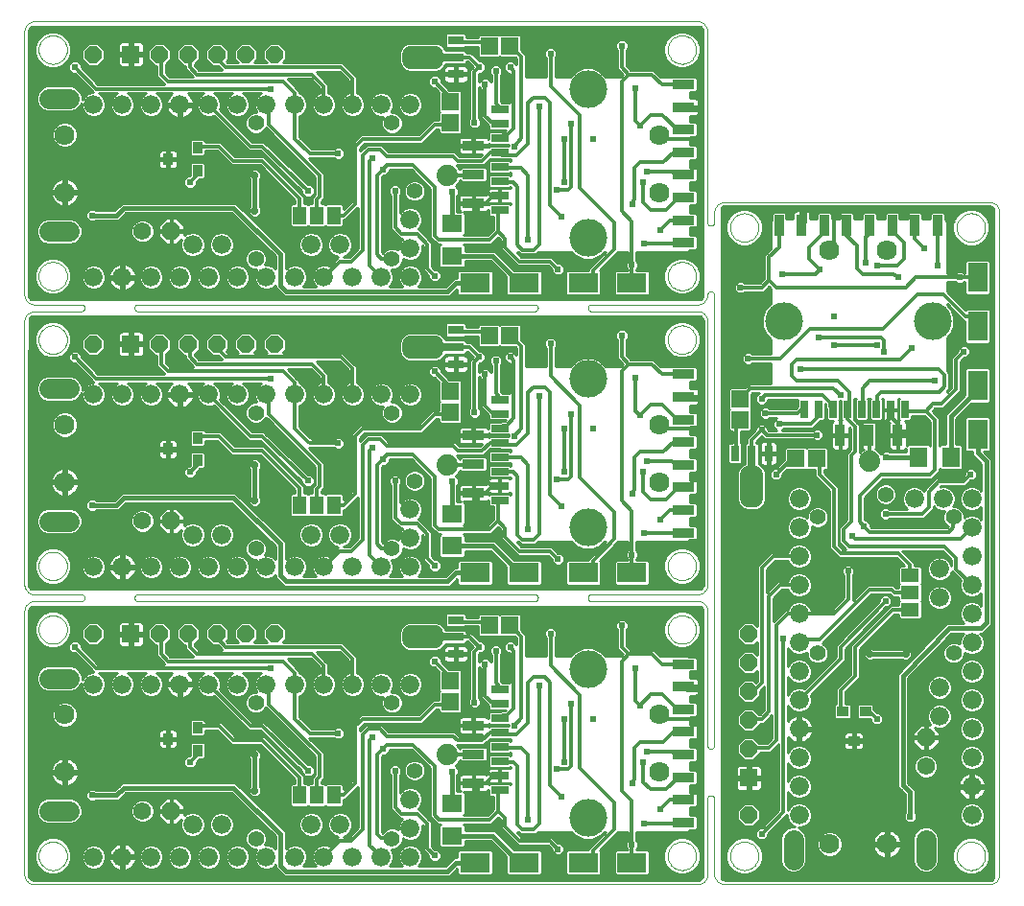
<source format=gbl>
G75*
%MOIN*%
%OFA0B0*%
%FSLAX24Y24*%
%IPPOS*%
%LPD*%
%AMOC8*
5,1,8,0,0,1.08239X$1,22.5*
%
%ADD10C,0.0000*%
%ADD11OC8,0.0620*%
%ADD12C,0.0620*%
%ADD13R,0.1043X0.0689*%
%ADD14C,0.1310*%
%ADD15C,0.0740*%
%ADD16R,0.0710X0.0630*%
%ADD17R,0.0551X0.0315*%
%ADD18R,0.0748X0.0315*%
%ADD19C,0.0600*%
%ADD20R,0.0600X0.0600*%
%ADD21R,0.0600X0.0250*%
%ADD22C,0.0554*%
%ADD23C,0.0660*%
%ADD24C,0.0705*%
%ADD25OC8,0.0600*%
%ADD26R,0.0760X0.0320*%
%ADD27C,0.0700*%
%ADD28R,0.0460X0.0630*%
%ADD29R,0.0354X0.0394*%
%ADD30R,0.0689X0.1043*%
%ADD31R,0.0630X0.0710*%
%ADD32R,0.0315X0.0551*%
%ADD33R,0.0315X0.0748*%
%ADD34R,0.0250X0.0600*%
%ADD35R,0.0320X0.0760*%
%ADD36R,0.0630X0.0460*%
%ADD37R,0.0394X0.0354*%
%ADD38C,0.0120*%
%ADD39C,0.0240*%
%ADD40C,0.0100*%
%ADD41C,0.0160*%
%ADD42OC8,0.0240*%
D10*
X006274Y005880D02*
X029286Y005880D01*
X029285Y005879D02*
X029322Y005885D01*
X029358Y005895D01*
X029393Y005909D01*
X029426Y005926D01*
X029458Y005946D01*
X029486Y005970D01*
X029513Y005997D01*
X029536Y006026D01*
X029556Y006057D01*
X029573Y006091D01*
X029586Y006126D01*
X029596Y006162D01*
X029601Y006199D01*
X029603Y006236D01*
X029601Y006273D01*
X029601Y006274D02*
X029601Y008853D01*
X029603Y008873D01*
X029608Y008893D01*
X029617Y008912D01*
X029629Y008929D01*
X029643Y008943D01*
X029660Y008955D01*
X029679Y008964D01*
X029699Y008969D01*
X029719Y008971D01*
X029739Y008969D01*
X029759Y008964D01*
X029778Y008955D01*
X029795Y008943D01*
X029809Y008929D01*
X029821Y008912D01*
X029830Y008893D01*
X029835Y008873D01*
X029837Y008853D01*
X029837Y006195D01*
X029846Y006158D01*
X029858Y006122D01*
X029874Y006087D01*
X029893Y006053D01*
X029915Y006022D01*
X029940Y005993D01*
X029968Y005967D01*
X029998Y005944D01*
X030031Y005924D01*
X030065Y005907D01*
X030101Y005893D01*
X030138Y005883D01*
X030176Y005877D01*
X030214Y005874D01*
X030252Y005875D01*
X030290Y005880D01*
X039423Y005880D01*
X039423Y005879D02*
X039460Y005885D01*
X039496Y005895D01*
X039531Y005909D01*
X039564Y005926D01*
X039596Y005946D01*
X039624Y005970D01*
X039651Y005997D01*
X039674Y006026D01*
X039694Y006057D01*
X039711Y006091D01*
X039724Y006126D01*
X039734Y006162D01*
X039739Y006199D01*
X039741Y006236D01*
X039739Y006273D01*
X039738Y006274D02*
X039738Y029286D01*
X039739Y029285D02*
X039733Y029322D01*
X039723Y029358D01*
X039709Y029393D01*
X039692Y029426D01*
X039672Y029458D01*
X039648Y029486D01*
X039621Y029513D01*
X039592Y029536D01*
X039561Y029556D01*
X039527Y029573D01*
X039492Y029586D01*
X039456Y029596D01*
X039419Y029601D01*
X039382Y029603D01*
X039345Y029601D01*
X030211Y029601D01*
X030174Y029598D01*
X030136Y029592D01*
X030100Y029581D01*
X030065Y029568D01*
X030031Y029551D01*
X030000Y029531D01*
X029970Y029507D01*
X029943Y029481D01*
X029918Y029453D01*
X029896Y029422D01*
X029878Y029389D01*
X029863Y029355D01*
X029851Y029319D01*
X029843Y029282D01*
X029838Y029245D01*
X029837Y029207D01*
X029837Y028892D01*
X029835Y028872D01*
X029830Y028852D01*
X029821Y028833D01*
X029809Y028816D01*
X029795Y028802D01*
X029778Y028790D01*
X029759Y028781D01*
X029739Y028776D01*
X029719Y028774D01*
X029699Y028776D01*
X029679Y028781D01*
X029660Y028790D01*
X029643Y028802D01*
X029629Y028816D01*
X029617Y028833D01*
X029608Y028852D01*
X029603Y028872D01*
X029601Y028892D01*
X029601Y035565D01*
X029595Y035602D01*
X029585Y035638D01*
X029571Y035673D01*
X029554Y035706D01*
X029534Y035738D01*
X029510Y035766D01*
X029483Y035793D01*
X029454Y035816D01*
X029423Y035836D01*
X029389Y035853D01*
X029354Y035866D01*
X029318Y035876D01*
X029281Y035881D01*
X029244Y035883D01*
X029207Y035881D01*
X029207Y035880D02*
X006195Y035880D01*
X006195Y035881D02*
X006158Y035875D01*
X006122Y035865D01*
X006087Y035851D01*
X006054Y035834D01*
X006022Y035814D01*
X005994Y035790D01*
X005967Y035763D01*
X005944Y035734D01*
X005924Y035703D01*
X005907Y035669D01*
X005894Y035634D01*
X005884Y035598D01*
X005879Y035561D01*
X005877Y035524D01*
X005879Y035487D01*
X005880Y035486D02*
X005880Y026353D01*
X005879Y026353D02*
X005885Y026318D01*
X005894Y026284D01*
X005906Y026251D01*
X005921Y026220D01*
X005940Y026190D01*
X005961Y026162D01*
X005985Y026136D01*
X006011Y026113D01*
X006039Y026093D01*
X006070Y026075D01*
X006102Y026060D01*
X006135Y026049D01*
X006169Y026041D01*
X006203Y026036D01*
X006238Y026035D01*
X006273Y026037D01*
X006274Y026038D02*
X007849Y026038D01*
X007869Y026036D01*
X007889Y026031D01*
X007908Y026022D01*
X007925Y026010D01*
X007939Y025996D01*
X007951Y025979D01*
X007960Y025960D01*
X007965Y025940D01*
X007967Y025920D01*
X007965Y025900D01*
X007960Y025880D01*
X007951Y025861D01*
X007939Y025844D01*
X007925Y025830D01*
X007908Y025818D01*
X007889Y025809D01*
X007869Y025804D01*
X007849Y025802D01*
X007849Y025801D02*
X006195Y025801D01*
X006195Y025802D02*
X006158Y025796D01*
X006122Y025786D01*
X006087Y025772D01*
X006054Y025755D01*
X006022Y025735D01*
X005994Y025711D01*
X005967Y025684D01*
X005944Y025655D01*
X005924Y025624D01*
X005907Y025590D01*
X005894Y025555D01*
X005884Y025519D01*
X005879Y025482D01*
X005877Y025445D01*
X005879Y025408D01*
X005880Y025408D02*
X005880Y016274D01*
X005879Y016274D02*
X005885Y016239D01*
X005894Y016205D01*
X005906Y016172D01*
X005921Y016141D01*
X005940Y016111D01*
X005961Y016083D01*
X005985Y016057D01*
X006011Y016034D01*
X006039Y016014D01*
X006070Y015996D01*
X006102Y015981D01*
X006135Y015970D01*
X006169Y015962D01*
X006203Y015957D01*
X006238Y015956D01*
X006273Y015958D01*
X006274Y015959D02*
X007849Y015959D01*
X007869Y015957D01*
X007889Y015952D01*
X007908Y015943D01*
X007925Y015931D01*
X007939Y015917D01*
X007951Y015900D01*
X007960Y015881D01*
X007965Y015861D01*
X007967Y015841D01*
X007965Y015821D01*
X007960Y015801D01*
X007951Y015782D01*
X007939Y015765D01*
X007925Y015751D01*
X007908Y015739D01*
X007889Y015730D01*
X007869Y015725D01*
X007849Y015723D01*
X006195Y015723D01*
X006158Y015717D01*
X006122Y015707D01*
X006087Y015693D01*
X006054Y015676D01*
X006022Y015656D01*
X005994Y015632D01*
X005967Y015605D01*
X005944Y015576D01*
X005924Y015545D01*
X005907Y015511D01*
X005894Y015476D01*
X005884Y015440D01*
X005879Y015403D01*
X005877Y015366D01*
X005879Y015329D01*
X005880Y015329D02*
X005880Y006195D01*
X005879Y006195D02*
X005885Y006160D01*
X005894Y006126D01*
X005906Y006093D01*
X005921Y006062D01*
X005940Y006032D01*
X005961Y006004D01*
X005985Y005978D01*
X006011Y005955D01*
X006039Y005935D01*
X006070Y005917D01*
X006102Y005902D01*
X006135Y005891D01*
X006169Y005883D01*
X006203Y005878D01*
X006238Y005877D01*
X006273Y005879D01*
X006372Y006864D02*
X006374Y006908D01*
X006380Y006952D01*
X006390Y006995D01*
X006403Y007037D01*
X006421Y007077D01*
X006442Y007116D01*
X006466Y007153D01*
X006493Y007188D01*
X006524Y007220D01*
X006557Y007249D01*
X006593Y007275D01*
X006631Y007297D01*
X006671Y007316D01*
X006712Y007332D01*
X006755Y007344D01*
X006798Y007352D01*
X006842Y007356D01*
X006886Y007356D01*
X006930Y007352D01*
X006973Y007344D01*
X007016Y007332D01*
X007057Y007316D01*
X007097Y007297D01*
X007135Y007275D01*
X007171Y007249D01*
X007204Y007220D01*
X007235Y007188D01*
X007262Y007153D01*
X007286Y007116D01*
X007307Y007077D01*
X007325Y007037D01*
X007338Y006995D01*
X007348Y006952D01*
X007354Y006908D01*
X007356Y006864D01*
X007354Y006820D01*
X007348Y006776D01*
X007338Y006733D01*
X007325Y006691D01*
X007307Y006651D01*
X007286Y006612D01*
X007262Y006575D01*
X007235Y006540D01*
X007204Y006508D01*
X007171Y006479D01*
X007135Y006453D01*
X007097Y006431D01*
X007057Y006412D01*
X007016Y006396D01*
X006973Y006384D01*
X006930Y006376D01*
X006886Y006372D01*
X006842Y006372D01*
X006798Y006376D01*
X006755Y006384D01*
X006712Y006396D01*
X006671Y006412D01*
X006631Y006431D01*
X006593Y006453D01*
X006557Y006479D01*
X006524Y006508D01*
X006493Y006540D01*
X006466Y006575D01*
X006442Y006612D01*
X006421Y006651D01*
X006403Y006691D01*
X006390Y006733D01*
X006380Y006776D01*
X006374Y006820D01*
X006372Y006864D01*
X006609Y008427D02*
X006611Y008452D01*
X006617Y008476D01*
X006626Y008498D01*
X006639Y008519D01*
X006655Y008538D01*
X006674Y008554D01*
X006695Y008567D01*
X006717Y008576D01*
X006741Y008582D01*
X006766Y008584D01*
X006791Y008582D01*
X006815Y008576D01*
X006837Y008567D01*
X006858Y008554D01*
X006877Y008538D01*
X006893Y008519D01*
X006906Y008498D01*
X006915Y008476D01*
X006921Y008452D01*
X006923Y008427D01*
X006921Y008402D01*
X006915Y008378D01*
X006906Y008356D01*
X006893Y008335D01*
X006877Y008316D01*
X006858Y008300D01*
X006837Y008287D01*
X006815Y008278D01*
X006791Y008272D01*
X006766Y008270D01*
X006741Y008272D01*
X006717Y008278D01*
X006695Y008287D01*
X006674Y008300D01*
X006655Y008316D01*
X006639Y008335D01*
X006626Y008356D01*
X006617Y008378D01*
X006611Y008402D01*
X006609Y008427D01*
X006766Y008427D02*
X006768Y008452D01*
X006774Y008476D01*
X006783Y008498D01*
X006796Y008519D01*
X006812Y008538D01*
X006831Y008554D01*
X006852Y008567D01*
X006874Y008576D01*
X006898Y008582D01*
X006923Y008584D01*
X006948Y008582D01*
X006972Y008576D01*
X006994Y008567D01*
X007015Y008554D01*
X007034Y008538D01*
X007050Y008519D01*
X007063Y008498D01*
X007072Y008476D01*
X007078Y008452D01*
X007080Y008427D01*
X007078Y008402D01*
X007072Y008378D01*
X007063Y008356D01*
X007050Y008335D01*
X007034Y008316D01*
X007015Y008300D01*
X006994Y008287D01*
X006972Y008278D01*
X006948Y008272D01*
X006923Y008270D01*
X006898Y008272D01*
X006874Y008278D01*
X006852Y008287D01*
X006831Y008300D01*
X006812Y008316D01*
X006796Y008335D01*
X006783Y008356D01*
X006774Y008378D01*
X006768Y008402D01*
X006766Y008427D01*
X007081Y008427D02*
X007083Y008452D01*
X007089Y008476D01*
X007098Y008498D01*
X007111Y008519D01*
X007127Y008538D01*
X007146Y008554D01*
X007167Y008567D01*
X007189Y008576D01*
X007213Y008582D01*
X007238Y008584D01*
X007263Y008582D01*
X007287Y008576D01*
X007309Y008567D01*
X007330Y008554D01*
X007349Y008538D01*
X007365Y008519D01*
X007378Y008498D01*
X007387Y008476D01*
X007393Y008452D01*
X007395Y008427D01*
X007393Y008402D01*
X007387Y008378D01*
X007378Y008356D01*
X007365Y008335D01*
X007349Y008316D01*
X007330Y008300D01*
X007309Y008287D01*
X007287Y008278D01*
X007263Y008272D01*
X007238Y008270D01*
X007213Y008272D01*
X007189Y008278D01*
X007167Y008287D01*
X007146Y008300D01*
X007127Y008316D01*
X007111Y008335D01*
X007098Y008356D01*
X007089Y008378D01*
X007083Y008402D01*
X007081Y008427D01*
X007239Y008427D02*
X007241Y008452D01*
X007247Y008476D01*
X007256Y008498D01*
X007269Y008519D01*
X007285Y008538D01*
X007304Y008554D01*
X007325Y008567D01*
X007347Y008576D01*
X007371Y008582D01*
X007396Y008584D01*
X007421Y008582D01*
X007445Y008576D01*
X007467Y008567D01*
X007488Y008554D01*
X007507Y008538D01*
X007523Y008519D01*
X007536Y008498D01*
X007545Y008476D01*
X007551Y008452D01*
X007553Y008427D01*
X007551Y008402D01*
X007545Y008378D01*
X007536Y008356D01*
X007523Y008335D01*
X007507Y008316D01*
X007488Y008300D01*
X007467Y008287D01*
X007445Y008278D01*
X007421Y008272D01*
X007396Y008270D01*
X007371Y008272D01*
X007347Y008278D01*
X007325Y008287D01*
X007304Y008300D01*
X007285Y008316D01*
X007269Y008335D01*
X007256Y008356D01*
X007247Y008378D01*
X007241Y008402D01*
X007239Y008427D01*
X007081Y013033D02*
X007083Y013058D01*
X007089Y013082D01*
X007098Y013104D01*
X007111Y013125D01*
X007127Y013144D01*
X007146Y013160D01*
X007167Y013173D01*
X007189Y013182D01*
X007213Y013188D01*
X007238Y013190D01*
X007263Y013188D01*
X007287Y013182D01*
X007309Y013173D01*
X007330Y013160D01*
X007349Y013144D01*
X007365Y013125D01*
X007378Y013104D01*
X007387Y013082D01*
X007393Y013058D01*
X007395Y013033D01*
X007393Y013008D01*
X007387Y012984D01*
X007378Y012962D01*
X007365Y012941D01*
X007349Y012922D01*
X007330Y012906D01*
X007309Y012893D01*
X007287Y012884D01*
X007263Y012878D01*
X007238Y012876D01*
X007213Y012878D01*
X007189Y012884D01*
X007167Y012893D01*
X007146Y012906D01*
X007127Y012922D01*
X007111Y012941D01*
X007098Y012962D01*
X007089Y012984D01*
X007083Y013008D01*
X007081Y013033D01*
X006766Y013033D02*
X006768Y013058D01*
X006774Y013082D01*
X006783Y013104D01*
X006796Y013125D01*
X006812Y013144D01*
X006831Y013160D01*
X006852Y013173D01*
X006874Y013182D01*
X006898Y013188D01*
X006923Y013190D01*
X006948Y013188D01*
X006972Y013182D01*
X006994Y013173D01*
X007015Y013160D01*
X007034Y013144D01*
X007050Y013125D01*
X007063Y013104D01*
X007072Y013082D01*
X007078Y013058D01*
X007080Y013033D01*
X007078Y013008D01*
X007072Y012984D01*
X007063Y012962D01*
X007050Y012941D01*
X007034Y012922D01*
X007015Y012906D01*
X006994Y012893D01*
X006972Y012884D01*
X006948Y012878D01*
X006923Y012876D01*
X006898Y012878D01*
X006874Y012884D01*
X006852Y012893D01*
X006831Y012906D01*
X006812Y012922D01*
X006796Y012941D01*
X006783Y012962D01*
X006774Y012984D01*
X006768Y013008D01*
X006766Y013033D01*
X006609Y013033D02*
X006611Y013058D01*
X006617Y013082D01*
X006626Y013104D01*
X006639Y013125D01*
X006655Y013144D01*
X006674Y013160D01*
X006695Y013173D01*
X006717Y013182D01*
X006741Y013188D01*
X006766Y013190D01*
X006791Y013188D01*
X006815Y013182D01*
X006837Y013173D01*
X006858Y013160D01*
X006877Y013144D01*
X006893Y013125D01*
X006906Y013104D01*
X006915Y013082D01*
X006921Y013058D01*
X006923Y013033D01*
X006921Y013008D01*
X006915Y012984D01*
X006906Y012962D01*
X006893Y012941D01*
X006877Y012922D01*
X006858Y012906D01*
X006837Y012893D01*
X006815Y012884D01*
X006791Y012878D01*
X006766Y012876D01*
X006741Y012878D01*
X006717Y012884D01*
X006695Y012893D01*
X006674Y012906D01*
X006655Y012922D01*
X006639Y012941D01*
X006626Y012962D01*
X006617Y012984D01*
X006611Y013008D01*
X006609Y013033D01*
X007239Y013033D02*
X007241Y013058D01*
X007247Y013082D01*
X007256Y013104D01*
X007269Y013125D01*
X007285Y013144D01*
X007304Y013160D01*
X007325Y013173D01*
X007347Y013182D01*
X007371Y013188D01*
X007396Y013190D01*
X007421Y013188D01*
X007445Y013182D01*
X007467Y013173D01*
X007488Y013160D01*
X007507Y013144D01*
X007523Y013125D01*
X007536Y013104D01*
X007545Y013082D01*
X007551Y013058D01*
X007553Y013033D01*
X007551Y013008D01*
X007545Y012984D01*
X007536Y012962D01*
X007523Y012941D01*
X007507Y012922D01*
X007488Y012906D01*
X007467Y012893D01*
X007445Y012884D01*
X007421Y012878D01*
X007396Y012876D01*
X007371Y012878D01*
X007347Y012884D01*
X007325Y012893D01*
X007304Y012906D01*
X007285Y012922D01*
X007269Y012941D01*
X007256Y012962D01*
X007247Y012984D01*
X007241Y013008D01*
X007239Y013033D01*
X006372Y014738D02*
X006374Y014782D01*
X006380Y014826D01*
X006390Y014869D01*
X006403Y014911D01*
X006421Y014951D01*
X006442Y014990D01*
X006466Y015027D01*
X006493Y015062D01*
X006524Y015094D01*
X006557Y015123D01*
X006593Y015149D01*
X006631Y015171D01*
X006671Y015190D01*
X006712Y015206D01*
X006755Y015218D01*
X006798Y015226D01*
X006842Y015230D01*
X006886Y015230D01*
X006930Y015226D01*
X006973Y015218D01*
X007016Y015206D01*
X007057Y015190D01*
X007097Y015171D01*
X007135Y015149D01*
X007171Y015123D01*
X007204Y015094D01*
X007235Y015062D01*
X007262Y015027D01*
X007286Y014990D01*
X007307Y014951D01*
X007325Y014911D01*
X007338Y014869D01*
X007348Y014826D01*
X007354Y014782D01*
X007356Y014738D01*
X007354Y014694D01*
X007348Y014650D01*
X007338Y014607D01*
X007325Y014565D01*
X007307Y014525D01*
X007286Y014486D01*
X007262Y014449D01*
X007235Y014414D01*
X007204Y014382D01*
X007171Y014353D01*
X007135Y014327D01*
X007097Y014305D01*
X007057Y014286D01*
X007016Y014270D01*
X006973Y014258D01*
X006930Y014250D01*
X006886Y014246D01*
X006842Y014246D01*
X006798Y014250D01*
X006755Y014258D01*
X006712Y014270D01*
X006671Y014286D01*
X006631Y014305D01*
X006593Y014327D01*
X006557Y014353D01*
X006524Y014382D01*
X006493Y014414D01*
X006466Y014449D01*
X006442Y014486D01*
X006421Y014525D01*
X006403Y014565D01*
X006390Y014607D01*
X006380Y014650D01*
X006374Y014694D01*
X006372Y014738D01*
X006372Y016943D02*
X006374Y016987D01*
X006380Y017031D01*
X006390Y017074D01*
X006403Y017116D01*
X006421Y017156D01*
X006442Y017195D01*
X006466Y017232D01*
X006493Y017267D01*
X006524Y017299D01*
X006557Y017328D01*
X006593Y017354D01*
X006631Y017376D01*
X006671Y017395D01*
X006712Y017411D01*
X006755Y017423D01*
X006798Y017431D01*
X006842Y017435D01*
X006886Y017435D01*
X006930Y017431D01*
X006973Y017423D01*
X007016Y017411D01*
X007057Y017395D01*
X007097Y017376D01*
X007135Y017354D01*
X007171Y017328D01*
X007204Y017299D01*
X007235Y017267D01*
X007262Y017232D01*
X007286Y017195D01*
X007307Y017156D01*
X007325Y017116D01*
X007338Y017074D01*
X007348Y017031D01*
X007354Y016987D01*
X007356Y016943D01*
X007354Y016899D01*
X007348Y016855D01*
X007338Y016812D01*
X007325Y016770D01*
X007307Y016730D01*
X007286Y016691D01*
X007262Y016654D01*
X007235Y016619D01*
X007204Y016587D01*
X007171Y016558D01*
X007135Y016532D01*
X007097Y016510D01*
X007057Y016491D01*
X007016Y016475D01*
X006973Y016463D01*
X006930Y016455D01*
X006886Y016451D01*
X006842Y016451D01*
X006798Y016455D01*
X006755Y016463D01*
X006712Y016475D01*
X006671Y016491D01*
X006631Y016510D01*
X006593Y016532D01*
X006557Y016558D01*
X006524Y016587D01*
X006493Y016619D01*
X006466Y016654D01*
X006442Y016691D01*
X006421Y016730D01*
X006403Y016770D01*
X006390Y016812D01*
X006380Y016855D01*
X006374Y016899D01*
X006372Y016943D01*
X006609Y018506D02*
X006611Y018531D01*
X006617Y018555D01*
X006626Y018577D01*
X006639Y018598D01*
X006655Y018617D01*
X006674Y018633D01*
X006695Y018646D01*
X006717Y018655D01*
X006741Y018661D01*
X006766Y018663D01*
X006791Y018661D01*
X006815Y018655D01*
X006837Y018646D01*
X006858Y018633D01*
X006877Y018617D01*
X006893Y018598D01*
X006906Y018577D01*
X006915Y018555D01*
X006921Y018531D01*
X006923Y018506D01*
X006921Y018481D01*
X006915Y018457D01*
X006906Y018435D01*
X006893Y018414D01*
X006877Y018395D01*
X006858Y018379D01*
X006837Y018366D01*
X006815Y018357D01*
X006791Y018351D01*
X006766Y018349D01*
X006741Y018351D01*
X006717Y018357D01*
X006695Y018366D01*
X006674Y018379D01*
X006655Y018395D01*
X006639Y018414D01*
X006626Y018435D01*
X006617Y018457D01*
X006611Y018481D01*
X006609Y018506D01*
X006766Y018506D02*
X006768Y018531D01*
X006774Y018555D01*
X006783Y018577D01*
X006796Y018598D01*
X006812Y018617D01*
X006831Y018633D01*
X006852Y018646D01*
X006874Y018655D01*
X006898Y018661D01*
X006923Y018663D01*
X006948Y018661D01*
X006972Y018655D01*
X006994Y018646D01*
X007015Y018633D01*
X007034Y018617D01*
X007050Y018598D01*
X007063Y018577D01*
X007072Y018555D01*
X007078Y018531D01*
X007080Y018506D01*
X007078Y018481D01*
X007072Y018457D01*
X007063Y018435D01*
X007050Y018414D01*
X007034Y018395D01*
X007015Y018379D01*
X006994Y018366D01*
X006972Y018357D01*
X006948Y018351D01*
X006923Y018349D01*
X006898Y018351D01*
X006874Y018357D01*
X006852Y018366D01*
X006831Y018379D01*
X006812Y018395D01*
X006796Y018414D01*
X006783Y018435D01*
X006774Y018457D01*
X006768Y018481D01*
X006766Y018506D01*
X007081Y018506D02*
X007083Y018531D01*
X007089Y018555D01*
X007098Y018577D01*
X007111Y018598D01*
X007127Y018617D01*
X007146Y018633D01*
X007167Y018646D01*
X007189Y018655D01*
X007213Y018661D01*
X007238Y018663D01*
X007263Y018661D01*
X007287Y018655D01*
X007309Y018646D01*
X007330Y018633D01*
X007349Y018617D01*
X007365Y018598D01*
X007378Y018577D01*
X007387Y018555D01*
X007393Y018531D01*
X007395Y018506D01*
X007393Y018481D01*
X007387Y018457D01*
X007378Y018435D01*
X007365Y018414D01*
X007349Y018395D01*
X007330Y018379D01*
X007309Y018366D01*
X007287Y018357D01*
X007263Y018351D01*
X007238Y018349D01*
X007213Y018351D01*
X007189Y018357D01*
X007167Y018366D01*
X007146Y018379D01*
X007127Y018395D01*
X007111Y018414D01*
X007098Y018435D01*
X007089Y018457D01*
X007083Y018481D01*
X007081Y018506D01*
X007239Y018506D02*
X007241Y018531D01*
X007247Y018555D01*
X007256Y018577D01*
X007269Y018598D01*
X007285Y018617D01*
X007304Y018633D01*
X007325Y018646D01*
X007347Y018655D01*
X007371Y018661D01*
X007396Y018663D01*
X007421Y018661D01*
X007445Y018655D01*
X007467Y018646D01*
X007488Y018633D01*
X007507Y018617D01*
X007523Y018598D01*
X007536Y018577D01*
X007545Y018555D01*
X007551Y018531D01*
X007553Y018506D01*
X007551Y018481D01*
X007545Y018457D01*
X007536Y018435D01*
X007523Y018414D01*
X007507Y018395D01*
X007488Y018379D01*
X007467Y018366D01*
X007445Y018357D01*
X007421Y018351D01*
X007396Y018349D01*
X007371Y018351D01*
X007347Y018357D01*
X007325Y018366D01*
X007304Y018379D01*
X007285Y018395D01*
X007269Y018414D01*
X007256Y018435D01*
X007247Y018457D01*
X007241Y018481D01*
X007239Y018506D01*
X009817Y015959D02*
X023597Y015959D01*
X023617Y015957D01*
X023637Y015952D01*
X023656Y015943D01*
X023673Y015931D01*
X023687Y015917D01*
X023699Y015900D01*
X023708Y015881D01*
X023713Y015861D01*
X023715Y015841D01*
X023713Y015821D01*
X023708Y015801D01*
X023699Y015782D01*
X023687Y015765D01*
X023673Y015751D01*
X023656Y015739D01*
X023637Y015730D01*
X023617Y015725D01*
X023597Y015723D01*
X009817Y015723D01*
X009797Y015725D01*
X009777Y015730D01*
X009758Y015739D01*
X009741Y015751D01*
X009727Y015765D01*
X009715Y015782D01*
X009706Y015801D01*
X009701Y015821D01*
X009699Y015841D01*
X009701Y015861D01*
X009706Y015881D01*
X009715Y015900D01*
X009727Y015917D01*
X009741Y015931D01*
X009758Y015943D01*
X009777Y015952D01*
X009797Y015957D01*
X009817Y015959D01*
X007239Y023112D02*
X007241Y023137D01*
X007247Y023161D01*
X007256Y023183D01*
X007269Y023204D01*
X007285Y023223D01*
X007304Y023239D01*
X007325Y023252D01*
X007347Y023261D01*
X007371Y023267D01*
X007396Y023269D01*
X007421Y023267D01*
X007445Y023261D01*
X007467Y023252D01*
X007488Y023239D01*
X007507Y023223D01*
X007523Y023204D01*
X007536Y023183D01*
X007545Y023161D01*
X007551Y023137D01*
X007553Y023112D01*
X007551Y023087D01*
X007545Y023063D01*
X007536Y023041D01*
X007523Y023020D01*
X007507Y023001D01*
X007488Y022985D01*
X007467Y022972D01*
X007445Y022963D01*
X007421Y022957D01*
X007396Y022955D01*
X007371Y022957D01*
X007347Y022963D01*
X007325Y022972D01*
X007304Y022985D01*
X007285Y023001D01*
X007269Y023020D01*
X007256Y023041D01*
X007247Y023063D01*
X007241Y023087D01*
X007239Y023112D01*
X007081Y023112D02*
X007083Y023137D01*
X007089Y023161D01*
X007098Y023183D01*
X007111Y023204D01*
X007127Y023223D01*
X007146Y023239D01*
X007167Y023252D01*
X007189Y023261D01*
X007213Y023267D01*
X007238Y023269D01*
X007263Y023267D01*
X007287Y023261D01*
X007309Y023252D01*
X007330Y023239D01*
X007349Y023223D01*
X007365Y023204D01*
X007378Y023183D01*
X007387Y023161D01*
X007393Y023137D01*
X007395Y023112D01*
X007393Y023087D01*
X007387Y023063D01*
X007378Y023041D01*
X007365Y023020D01*
X007349Y023001D01*
X007330Y022985D01*
X007309Y022972D01*
X007287Y022963D01*
X007263Y022957D01*
X007238Y022955D01*
X007213Y022957D01*
X007189Y022963D01*
X007167Y022972D01*
X007146Y022985D01*
X007127Y023001D01*
X007111Y023020D01*
X007098Y023041D01*
X007089Y023063D01*
X007083Y023087D01*
X007081Y023112D01*
X006766Y023112D02*
X006768Y023137D01*
X006774Y023161D01*
X006783Y023183D01*
X006796Y023204D01*
X006812Y023223D01*
X006831Y023239D01*
X006852Y023252D01*
X006874Y023261D01*
X006898Y023267D01*
X006923Y023269D01*
X006948Y023267D01*
X006972Y023261D01*
X006994Y023252D01*
X007015Y023239D01*
X007034Y023223D01*
X007050Y023204D01*
X007063Y023183D01*
X007072Y023161D01*
X007078Y023137D01*
X007080Y023112D01*
X007078Y023087D01*
X007072Y023063D01*
X007063Y023041D01*
X007050Y023020D01*
X007034Y023001D01*
X007015Y022985D01*
X006994Y022972D01*
X006972Y022963D01*
X006948Y022957D01*
X006923Y022955D01*
X006898Y022957D01*
X006874Y022963D01*
X006852Y022972D01*
X006831Y022985D01*
X006812Y023001D01*
X006796Y023020D01*
X006783Y023041D01*
X006774Y023063D01*
X006768Y023087D01*
X006766Y023112D01*
X006609Y023112D02*
X006611Y023137D01*
X006617Y023161D01*
X006626Y023183D01*
X006639Y023204D01*
X006655Y023223D01*
X006674Y023239D01*
X006695Y023252D01*
X006717Y023261D01*
X006741Y023267D01*
X006766Y023269D01*
X006791Y023267D01*
X006815Y023261D01*
X006837Y023252D01*
X006858Y023239D01*
X006877Y023223D01*
X006893Y023204D01*
X006906Y023183D01*
X006915Y023161D01*
X006921Y023137D01*
X006923Y023112D01*
X006921Y023087D01*
X006915Y023063D01*
X006906Y023041D01*
X006893Y023020D01*
X006877Y023001D01*
X006858Y022985D01*
X006837Y022972D01*
X006815Y022963D01*
X006791Y022957D01*
X006766Y022955D01*
X006741Y022957D01*
X006717Y022963D01*
X006695Y022972D01*
X006674Y022985D01*
X006655Y023001D01*
X006639Y023020D01*
X006626Y023041D01*
X006617Y023063D01*
X006611Y023087D01*
X006609Y023112D01*
X006372Y024817D02*
X006374Y024861D01*
X006380Y024905D01*
X006390Y024948D01*
X006403Y024990D01*
X006421Y025030D01*
X006442Y025069D01*
X006466Y025106D01*
X006493Y025141D01*
X006524Y025173D01*
X006557Y025202D01*
X006593Y025228D01*
X006631Y025250D01*
X006671Y025269D01*
X006712Y025285D01*
X006755Y025297D01*
X006798Y025305D01*
X006842Y025309D01*
X006886Y025309D01*
X006930Y025305D01*
X006973Y025297D01*
X007016Y025285D01*
X007057Y025269D01*
X007097Y025250D01*
X007135Y025228D01*
X007171Y025202D01*
X007204Y025173D01*
X007235Y025141D01*
X007262Y025106D01*
X007286Y025069D01*
X007307Y025030D01*
X007325Y024990D01*
X007338Y024948D01*
X007348Y024905D01*
X007354Y024861D01*
X007356Y024817D01*
X007354Y024773D01*
X007348Y024729D01*
X007338Y024686D01*
X007325Y024644D01*
X007307Y024604D01*
X007286Y024565D01*
X007262Y024528D01*
X007235Y024493D01*
X007204Y024461D01*
X007171Y024432D01*
X007135Y024406D01*
X007097Y024384D01*
X007057Y024365D01*
X007016Y024349D01*
X006973Y024337D01*
X006930Y024329D01*
X006886Y024325D01*
X006842Y024325D01*
X006798Y024329D01*
X006755Y024337D01*
X006712Y024349D01*
X006671Y024365D01*
X006631Y024384D01*
X006593Y024406D01*
X006557Y024432D01*
X006524Y024461D01*
X006493Y024493D01*
X006466Y024528D01*
X006442Y024565D01*
X006421Y024604D01*
X006403Y024644D01*
X006390Y024686D01*
X006380Y024729D01*
X006374Y024773D01*
X006372Y024817D01*
X006372Y027022D02*
X006374Y027066D01*
X006380Y027110D01*
X006390Y027153D01*
X006403Y027195D01*
X006421Y027235D01*
X006442Y027274D01*
X006466Y027311D01*
X006493Y027346D01*
X006524Y027378D01*
X006557Y027407D01*
X006593Y027433D01*
X006631Y027455D01*
X006671Y027474D01*
X006712Y027490D01*
X006755Y027502D01*
X006798Y027510D01*
X006842Y027514D01*
X006886Y027514D01*
X006930Y027510D01*
X006973Y027502D01*
X007016Y027490D01*
X007057Y027474D01*
X007097Y027455D01*
X007135Y027433D01*
X007171Y027407D01*
X007204Y027378D01*
X007235Y027346D01*
X007262Y027311D01*
X007286Y027274D01*
X007307Y027235D01*
X007325Y027195D01*
X007338Y027153D01*
X007348Y027110D01*
X007354Y027066D01*
X007356Y027022D01*
X007354Y026978D01*
X007348Y026934D01*
X007338Y026891D01*
X007325Y026849D01*
X007307Y026809D01*
X007286Y026770D01*
X007262Y026733D01*
X007235Y026698D01*
X007204Y026666D01*
X007171Y026637D01*
X007135Y026611D01*
X007097Y026589D01*
X007057Y026570D01*
X007016Y026554D01*
X006973Y026542D01*
X006930Y026534D01*
X006886Y026530D01*
X006842Y026530D01*
X006798Y026534D01*
X006755Y026542D01*
X006712Y026554D01*
X006671Y026570D01*
X006631Y026589D01*
X006593Y026611D01*
X006557Y026637D01*
X006524Y026666D01*
X006493Y026698D01*
X006466Y026733D01*
X006442Y026770D01*
X006421Y026809D01*
X006403Y026849D01*
X006390Y026891D01*
X006380Y026934D01*
X006374Y026978D01*
X006372Y027022D01*
X006609Y028584D02*
X006611Y028609D01*
X006617Y028633D01*
X006626Y028655D01*
X006639Y028676D01*
X006655Y028695D01*
X006674Y028711D01*
X006695Y028724D01*
X006717Y028733D01*
X006741Y028739D01*
X006766Y028741D01*
X006791Y028739D01*
X006815Y028733D01*
X006837Y028724D01*
X006858Y028711D01*
X006877Y028695D01*
X006893Y028676D01*
X006906Y028655D01*
X006915Y028633D01*
X006921Y028609D01*
X006923Y028584D01*
X006921Y028559D01*
X006915Y028535D01*
X006906Y028513D01*
X006893Y028492D01*
X006877Y028473D01*
X006858Y028457D01*
X006837Y028444D01*
X006815Y028435D01*
X006791Y028429D01*
X006766Y028427D01*
X006741Y028429D01*
X006717Y028435D01*
X006695Y028444D01*
X006674Y028457D01*
X006655Y028473D01*
X006639Y028492D01*
X006626Y028513D01*
X006617Y028535D01*
X006611Y028559D01*
X006609Y028584D01*
X006766Y028584D02*
X006768Y028609D01*
X006774Y028633D01*
X006783Y028655D01*
X006796Y028676D01*
X006812Y028695D01*
X006831Y028711D01*
X006852Y028724D01*
X006874Y028733D01*
X006898Y028739D01*
X006923Y028741D01*
X006948Y028739D01*
X006972Y028733D01*
X006994Y028724D01*
X007015Y028711D01*
X007034Y028695D01*
X007050Y028676D01*
X007063Y028655D01*
X007072Y028633D01*
X007078Y028609D01*
X007080Y028584D01*
X007078Y028559D01*
X007072Y028535D01*
X007063Y028513D01*
X007050Y028492D01*
X007034Y028473D01*
X007015Y028457D01*
X006994Y028444D01*
X006972Y028435D01*
X006948Y028429D01*
X006923Y028427D01*
X006898Y028429D01*
X006874Y028435D01*
X006852Y028444D01*
X006831Y028457D01*
X006812Y028473D01*
X006796Y028492D01*
X006783Y028513D01*
X006774Y028535D01*
X006768Y028559D01*
X006766Y028584D01*
X007081Y028584D02*
X007083Y028609D01*
X007089Y028633D01*
X007098Y028655D01*
X007111Y028676D01*
X007127Y028695D01*
X007146Y028711D01*
X007167Y028724D01*
X007189Y028733D01*
X007213Y028739D01*
X007238Y028741D01*
X007263Y028739D01*
X007287Y028733D01*
X007309Y028724D01*
X007330Y028711D01*
X007349Y028695D01*
X007365Y028676D01*
X007378Y028655D01*
X007387Y028633D01*
X007393Y028609D01*
X007395Y028584D01*
X007393Y028559D01*
X007387Y028535D01*
X007378Y028513D01*
X007365Y028492D01*
X007349Y028473D01*
X007330Y028457D01*
X007309Y028444D01*
X007287Y028435D01*
X007263Y028429D01*
X007238Y028427D01*
X007213Y028429D01*
X007189Y028435D01*
X007167Y028444D01*
X007146Y028457D01*
X007127Y028473D01*
X007111Y028492D01*
X007098Y028513D01*
X007089Y028535D01*
X007083Y028559D01*
X007081Y028584D01*
X007239Y028584D02*
X007241Y028609D01*
X007247Y028633D01*
X007256Y028655D01*
X007269Y028676D01*
X007285Y028695D01*
X007304Y028711D01*
X007325Y028724D01*
X007347Y028733D01*
X007371Y028739D01*
X007396Y028741D01*
X007421Y028739D01*
X007445Y028733D01*
X007467Y028724D01*
X007488Y028711D01*
X007507Y028695D01*
X007523Y028676D01*
X007536Y028655D01*
X007545Y028633D01*
X007551Y028609D01*
X007553Y028584D01*
X007551Y028559D01*
X007545Y028535D01*
X007536Y028513D01*
X007523Y028492D01*
X007507Y028473D01*
X007488Y028457D01*
X007467Y028444D01*
X007445Y028435D01*
X007421Y028429D01*
X007396Y028427D01*
X007371Y028429D01*
X007347Y028435D01*
X007325Y028444D01*
X007304Y028457D01*
X007285Y028473D01*
X007269Y028492D01*
X007256Y028513D01*
X007247Y028535D01*
X007241Y028559D01*
X007239Y028584D01*
X009817Y026038D02*
X023597Y026038D01*
X023617Y026036D01*
X023637Y026031D01*
X023656Y026022D01*
X023673Y026010D01*
X023687Y025996D01*
X023699Y025979D01*
X023708Y025960D01*
X023713Y025940D01*
X023715Y025920D01*
X023713Y025900D01*
X023708Y025880D01*
X023699Y025861D01*
X023687Y025844D01*
X023673Y025830D01*
X023656Y025818D01*
X023637Y025809D01*
X023617Y025804D01*
X023597Y025802D01*
X023597Y025801D02*
X009817Y025801D01*
X009817Y025802D02*
X009797Y025804D01*
X009777Y025809D01*
X009758Y025818D01*
X009741Y025830D01*
X009727Y025844D01*
X009715Y025861D01*
X009706Y025880D01*
X009701Y025900D01*
X009699Y025920D01*
X009701Y025940D01*
X009706Y025960D01*
X009715Y025979D01*
X009727Y025996D01*
X009741Y026010D01*
X009758Y026022D01*
X009777Y026031D01*
X009797Y026036D01*
X009817Y026038D01*
X007239Y033191D02*
X007241Y033216D01*
X007247Y033240D01*
X007256Y033262D01*
X007269Y033283D01*
X007285Y033302D01*
X007304Y033318D01*
X007325Y033331D01*
X007347Y033340D01*
X007371Y033346D01*
X007396Y033348D01*
X007421Y033346D01*
X007445Y033340D01*
X007467Y033331D01*
X007488Y033318D01*
X007507Y033302D01*
X007523Y033283D01*
X007536Y033262D01*
X007545Y033240D01*
X007551Y033216D01*
X007553Y033191D01*
X007551Y033166D01*
X007545Y033142D01*
X007536Y033120D01*
X007523Y033099D01*
X007507Y033080D01*
X007488Y033064D01*
X007467Y033051D01*
X007445Y033042D01*
X007421Y033036D01*
X007396Y033034D01*
X007371Y033036D01*
X007347Y033042D01*
X007325Y033051D01*
X007304Y033064D01*
X007285Y033080D01*
X007269Y033099D01*
X007256Y033120D01*
X007247Y033142D01*
X007241Y033166D01*
X007239Y033191D01*
X007081Y033191D02*
X007083Y033216D01*
X007089Y033240D01*
X007098Y033262D01*
X007111Y033283D01*
X007127Y033302D01*
X007146Y033318D01*
X007167Y033331D01*
X007189Y033340D01*
X007213Y033346D01*
X007238Y033348D01*
X007263Y033346D01*
X007287Y033340D01*
X007309Y033331D01*
X007330Y033318D01*
X007349Y033302D01*
X007365Y033283D01*
X007378Y033262D01*
X007387Y033240D01*
X007393Y033216D01*
X007395Y033191D01*
X007393Y033166D01*
X007387Y033142D01*
X007378Y033120D01*
X007365Y033099D01*
X007349Y033080D01*
X007330Y033064D01*
X007309Y033051D01*
X007287Y033042D01*
X007263Y033036D01*
X007238Y033034D01*
X007213Y033036D01*
X007189Y033042D01*
X007167Y033051D01*
X007146Y033064D01*
X007127Y033080D01*
X007111Y033099D01*
X007098Y033120D01*
X007089Y033142D01*
X007083Y033166D01*
X007081Y033191D01*
X006766Y033191D02*
X006768Y033216D01*
X006774Y033240D01*
X006783Y033262D01*
X006796Y033283D01*
X006812Y033302D01*
X006831Y033318D01*
X006852Y033331D01*
X006874Y033340D01*
X006898Y033346D01*
X006923Y033348D01*
X006948Y033346D01*
X006972Y033340D01*
X006994Y033331D01*
X007015Y033318D01*
X007034Y033302D01*
X007050Y033283D01*
X007063Y033262D01*
X007072Y033240D01*
X007078Y033216D01*
X007080Y033191D01*
X007078Y033166D01*
X007072Y033142D01*
X007063Y033120D01*
X007050Y033099D01*
X007034Y033080D01*
X007015Y033064D01*
X006994Y033051D01*
X006972Y033042D01*
X006948Y033036D01*
X006923Y033034D01*
X006898Y033036D01*
X006874Y033042D01*
X006852Y033051D01*
X006831Y033064D01*
X006812Y033080D01*
X006796Y033099D01*
X006783Y033120D01*
X006774Y033142D01*
X006768Y033166D01*
X006766Y033191D01*
X006609Y033191D02*
X006611Y033216D01*
X006617Y033240D01*
X006626Y033262D01*
X006639Y033283D01*
X006655Y033302D01*
X006674Y033318D01*
X006695Y033331D01*
X006717Y033340D01*
X006741Y033346D01*
X006766Y033348D01*
X006791Y033346D01*
X006815Y033340D01*
X006837Y033331D01*
X006858Y033318D01*
X006877Y033302D01*
X006893Y033283D01*
X006906Y033262D01*
X006915Y033240D01*
X006921Y033216D01*
X006923Y033191D01*
X006921Y033166D01*
X006915Y033142D01*
X006906Y033120D01*
X006893Y033099D01*
X006877Y033080D01*
X006858Y033064D01*
X006837Y033051D01*
X006815Y033042D01*
X006791Y033036D01*
X006766Y033034D01*
X006741Y033036D01*
X006717Y033042D01*
X006695Y033051D01*
X006674Y033064D01*
X006655Y033080D01*
X006639Y033099D01*
X006626Y033120D01*
X006617Y033142D01*
X006611Y033166D01*
X006609Y033191D01*
X006372Y034896D02*
X006374Y034940D01*
X006380Y034984D01*
X006390Y035027D01*
X006403Y035069D01*
X006421Y035109D01*
X006442Y035148D01*
X006466Y035185D01*
X006493Y035220D01*
X006524Y035252D01*
X006557Y035281D01*
X006593Y035307D01*
X006631Y035329D01*
X006671Y035348D01*
X006712Y035364D01*
X006755Y035376D01*
X006798Y035384D01*
X006842Y035388D01*
X006886Y035388D01*
X006930Y035384D01*
X006973Y035376D01*
X007016Y035364D01*
X007057Y035348D01*
X007097Y035329D01*
X007135Y035307D01*
X007171Y035281D01*
X007204Y035252D01*
X007235Y035220D01*
X007262Y035185D01*
X007286Y035148D01*
X007307Y035109D01*
X007325Y035069D01*
X007338Y035027D01*
X007348Y034984D01*
X007354Y034940D01*
X007356Y034896D01*
X007354Y034852D01*
X007348Y034808D01*
X007338Y034765D01*
X007325Y034723D01*
X007307Y034683D01*
X007286Y034644D01*
X007262Y034607D01*
X007235Y034572D01*
X007204Y034540D01*
X007171Y034511D01*
X007135Y034485D01*
X007097Y034463D01*
X007057Y034444D01*
X007016Y034428D01*
X006973Y034416D01*
X006930Y034408D01*
X006886Y034404D01*
X006842Y034404D01*
X006798Y034408D01*
X006755Y034416D01*
X006712Y034428D01*
X006671Y034444D01*
X006631Y034463D01*
X006593Y034485D01*
X006557Y034511D01*
X006524Y034540D01*
X006493Y034572D01*
X006466Y034607D01*
X006442Y034644D01*
X006421Y034683D01*
X006403Y034723D01*
X006390Y034765D01*
X006380Y034808D01*
X006374Y034852D01*
X006372Y034896D01*
X025565Y026038D02*
X029286Y026038D01*
X029207Y025801D02*
X025565Y025801D01*
X025565Y025802D02*
X025545Y025804D01*
X025525Y025809D01*
X025506Y025818D01*
X025489Y025830D01*
X025475Y025844D01*
X025463Y025861D01*
X025454Y025880D01*
X025449Y025900D01*
X025447Y025920D01*
X025449Y025940D01*
X025454Y025960D01*
X025463Y025979D01*
X025475Y025996D01*
X025489Y026010D01*
X025506Y026022D01*
X025525Y026031D01*
X025545Y026036D01*
X025565Y026038D01*
X028223Y027022D02*
X028225Y027066D01*
X028231Y027110D01*
X028241Y027153D01*
X028254Y027195D01*
X028272Y027235D01*
X028293Y027274D01*
X028317Y027311D01*
X028344Y027346D01*
X028375Y027378D01*
X028408Y027407D01*
X028444Y027433D01*
X028482Y027455D01*
X028522Y027474D01*
X028563Y027490D01*
X028606Y027502D01*
X028649Y027510D01*
X028693Y027514D01*
X028737Y027514D01*
X028781Y027510D01*
X028824Y027502D01*
X028867Y027490D01*
X028908Y027474D01*
X028948Y027455D01*
X028986Y027433D01*
X029022Y027407D01*
X029055Y027378D01*
X029086Y027346D01*
X029113Y027311D01*
X029137Y027274D01*
X029158Y027235D01*
X029176Y027195D01*
X029189Y027153D01*
X029199Y027110D01*
X029205Y027066D01*
X029207Y027022D01*
X029205Y026978D01*
X029199Y026934D01*
X029189Y026891D01*
X029176Y026849D01*
X029158Y026809D01*
X029137Y026770D01*
X029113Y026733D01*
X029086Y026698D01*
X029055Y026666D01*
X029022Y026637D01*
X028986Y026611D01*
X028948Y026589D01*
X028908Y026570D01*
X028867Y026554D01*
X028824Y026542D01*
X028781Y026534D01*
X028737Y026530D01*
X028693Y026530D01*
X028649Y026534D01*
X028606Y026542D01*
X028563Y026554D01*
X028522Y026570D01*
X028482Y026589D01*
X028444Y026611D01*
X028408Y026637D01*
X028375Y026666D01*
X028344Y026698D01*
X028317Y026733D01*
X028293Y026770D01*
X028272Y026809D01*
X028254Y026849D01*
X028241Y026891D01*
X028231Y026934D01*
X028225Y026978D01*
X028223Y027022D01*
X029285Y026037D02*
X029322Y026043D01*
X029358Y026053D01*
X029393Y026067D01*
X029426Y026084D01*
X029458Y026104D01*
X029486Y026128D01*
X029513Y026155D01*
X029536Y026184D01*
X029556Y026215D01*
X029573Y026249D01*
X029586Y026284D01*
X029596Y026320D01*
X029601Y026357D01*
X029603Y026394D01*
X029601Y026431D01*
X029601Y026372D02*
X029603Y026392D01*
X029608Y026412D01*
X029617Y026431D01*
X029629Y026448D01*
X029643Y026462D01*
X029660Y026474D01*
X029679Y026483D01*
X029699Y026488D01*
X029719Y026490D01*
X029739Y026488D01*
X029759Y026483D01*
X029778Y026474D01*
X029795Y026462D01*
X029809Y026448D01*
X029821Y026431D01*
X029830Y026412D01*
X029835Y026392D01*
X029837Y026372D01*
X029837Y010703D01*
X029835Y010683D01*
X029830Y010663D01*
X029821Y010644D01*
X029809Y010627D01*
X029795Y010613D01*
X029778Y010601D01*
X029759Y010592D01*
X029739Y010587D01*
X029719Y010585D01*
X029699Y010587D01*
X029679Y010592D01*
X029660Y010601D01*
X029643Y010613D01*
X029629Y010627D01*
X029617Y010644D01*
X029608Y010663D01*
X029603Y010683D01*
X029601Y010703D01*
X029601Y015408D01*
X029601Y015407D02*
X029595Y015444D01*
X029585Y015480D01*
X029571Y015515D01*
X029554Y015548D01*
X029534Y015580D01*
X029510Y015608D01*
X029483Y015635D01*
X029454Y015658D01*
X029423Y015678D01*
X029389Y015695D01*
X029354Y015708D01*
X029318Y015718D01*
X029281Y015723D01*
X029244Y015725D01*
X029207Y015723D01*
X025565Y015723D01*
X025545Y015725D01*
X025525Y015730D01*
X025506Y015739D01*
X025489Y015751D01*
X025475Y015765D01*
X025463Y015782D01*
X025454Y015801D01*
X025449Y015821D01*
X025447Y015841D01*
X025449Y015861D01*
X025454Y015881D01*
X025463Y015900D01*
X025475Y015917D01*
X025489Y015931D01*
X025506Y015943D01*
X025525Y015952D01*
X025545Y015957D01*
X025565Y015959D01*
X029286Y015959D01*
X029285Y015958D02*
X029322Y015964D01*
X029358Y015974D01*
X029393Y015988D01*
X029426Y016005D01*
X029458Y016025D01*
X029486Y016049D01*
X029513Y016076D01*
X029536Y016105D01*
X029556Y016136D01*
X029573Y016170D01*
X029586Y016205D01*
X029596Y016241D01*
X029601Y016278D01*
X029603Y016315D01*
X029601Y016352D01*
X029601Y016353D02*
X029601Y025486D01*
X029595Y025523D01*
X029585Y025559D01*
X029571Y025594D01*
X029554Y025627D01*
X029534Y025659D01*
X029510Y025687D01*
X029483Y025714D01*
X029454Y025737D01*
X029423Y025757D01*
X029389Y025774D01*
X029354Y025787D01*
X029318Y025797D01*
X029281Y025802D01*
X029244Y025804D01*
X029207Y025802D01*
X028223Y024817D02*
X028225Y024861D01*
X028231Y024905D01*
X028241Y024948D01*
X028254Y024990D01*
X028272Y025030D01*
X028293Y025069D01*
X028317Y025106D01*
X028344Y025141D01*
X028375Y025173D01*
X028408Y025202D01*
X028444Y025228D01*
X028482Y025250D01*
X028522Y025269D01*
X028563Y025285D01*
X028606Y025297D01*
X028649Y025305D01*
X028693Y025309D01*
X028737Y025309D01*
X028781Y025305D01*
X028824Y025297D01*
X028867Y025285D01*
X028908Y025269D01*
X028948Y025250D01*
X028986Y025228D01*
X029022Y025202D01*
X029055Y025173D01*
X029086Y025141D01*
X029113Y025106D01*
X029137Y025069D01*
X029158Y025030D01*
X029176Y024990D01*
X029189Y024948D01*
X029199Y024905D01*
X029205Y024861D01*
X029207Y024817D01*
X029205Y024773D01*
X029199Y024729D01*
X029189Y024686D01*
X029176Y024644D01*
X029158Y024604D01*
X029137Y024565D01*
X029113Y024528D01*
X029086Y024493D01*
X029055Y024461D01*
X029022Y024432D01*
X028986Y024406D01*
X028948Y024384D01*
X028908Y024365D01*
X028867Y024349D01*
X028824Y024337D01*
X028781Y024329D01*
X028737Y024325D01*
X028693Y024325D01*
X028649Y024329D01*
X028606Y024337D01*
X028563Y024349D01*
X028522Y024365D01*
X028482Y024384D01*
X028444Y024406D01*
X028408Y024432D01*
X028375Y024461D01*
X028344Y024493D01*
X028317Y024528D01*
X028293Y024565D01*
X028272Y024604D01*
X028254Y024644D01*
X028241Y024686D01*
X028231Y024729D01*
X028225Y024773D01*
X028223Y024817D01*
X030388Y028715D02*
X030390Y028759D01*
X030396Y028803D01*
X030406Y028846D01*
X030419Y028888D01*
X030437Y028928D01*
X030458Y028967D01*
X030482Y029004D01*
X030509Y029039D01*
X030540Y029071D01*
X030573Y029100D01*
X030609Y029126D01*
X030647Y029148D01*
X030687Y029167D01*
X030728Y029183D01*
X030771Y029195D01*
X030814Y029203D01*
X030858Y029207D01*
X030902Y029207D01*
X030946Y029203D01*
X030989Y029195D01*
X031032Y029183D01*
X031073Y029167D01*
X031113Y029148D01*
X031151Y029126D01*
X031187Y029100D01*
X031220Y029071D01*
X031251Y029039D01*
X031278Y029004D01*
X031302Y028967D01*
X031323Y028928D01*
X031341Y028888D01*
X031354Y028846D01*
X031364Y028803D01*
X031370Y028759D01*
X031372Y028715D01*
X031370Y028671D01*
X031364Y028627D01*
X031354Y028584D01*
X031341Y028542D01*
X031323Y028502D01*
X031302Y028463D01*
X031278Y028426D01*
X031251Y028391D01*
X031220Y028359D01*
X031187Y028330D01*
X031151Y028304D01*
X031113Y028282D01*
X031073Y028263D01*
X031032Y028247D01*
X030989Y028235D01*
X030946Y028227D01*
X030902Y028223D01*
X030858Y028223D01*
X030814Y028227D01*
X030771Y028235D01*
X030728Y028247D01*
X030687Y028263D01*
X030647Y028282D01*
X030609Y028304D01*
X030573Y028330D01*
X030540Y028359D01*
X030509Y028391D01*
X030482Y028426D01*
X030458Y028463D01*
X030437Y028502D01*
X030419Y028542D01*
X030406Y028584D01*
X030396Y028627D01*
X030390Y028671D01*
X030388Y028715D01*
X028223Y034896D02*
X028225Y034940D01*
X028231Y034984D01*
X028241Y035027D01*
X028254Y035069D01*
X028272Y035109D01*
X028293Y035148D01*
X028317Y035185D01*
X028344Y035220D01*
X028375Y035252D01*
X028408Y035281D01*
X028444Y035307D01*
X028482Y035329D01*
X028522Y035348D01*
X028563Y035364D01*
X028606Y035376D01*
X028649Y035384D01*
X028693Y035388D01*
X028737Y035388D01*
X028781Y035384D01*
X028824Y035376D01*
X028867Y035364D01*
X028908Y035348D01*
X028948Y035329D01*
X028986Y035307D01*
X029022Y035281D01*
X029055Y035252D01*
X029086Y035220D01*
X029113Y035185D01*
X029137Y035148D01*
X029158Y035109D01*
X029176Y035069D01*
X029189Y035027D01*
X029199Y034984D01*
X029205Y034940D01*
X029207Y034896D01*
X029205Y034852D01*
X029199Y034808D01*
X029189Y034765D01*
X029176Y034723D01*
X029158Y034683D01*
X029137Y034644D01*
X029113Y034607D01*
X029086Y034572D01*
X029055Y034540D01*
X029022Y034511D01*
X028986Y034485D01*
X028948Y034463D01*
X028908Y034444D01*
X028867Y034428D01*
X028824Y034416D01*
X028781Y034408D01*
X028737Y034404D01*
X028693Y034404D01*
X028649Y034408D01*
X028606Y034416D01*
X028563Y034428D01*
X028522Y034444D01*
X028482Y034463D01*
X028444Y034485D01*
X028408Y034511D01*
X028375Y034540D01*
X028344Y034572D01*
X028317Y034607D01*
X028293Y034644D01*
X028272Y034683D01*
X028254Y034723D01*
X028241Y034765D01*
X028231Y034808D01*
X028225Y034852D01*
X028223Y034896D01*
X038262Y028715D02*
X038264Y028759D01*
X038270Y028803D01*
X038280Y028846D01*
X038293Y028888D01*
X038311Y028928D01*
X038332Y028967D01*
X038356Y029004D01*
X038383Y029039D01*
X038414Y029071D01*
X038447Y029100D01*
X038483Y029126D01*
X038521Y029148D01*
X038561Y029167D01*
X038602Y029183D01*
X038645Y029195D01*
X038688Y029203D01*
X038732Y029207D01*
X038776Y029207D01*
X038820Y029203D01*
X038863Y029195D01*
X038906Y029183D01*
X038947Y029167D01*
X038987Y029148D01*
X039025Y029126D01*
X039061Y029100D01*
X039094Y029071D01*
X039125Y029039D01*
X039152Y029004D01*
X039176Y028967D01*
X039197Y028928D01*
X039215Y028888D01*
X039228Y028846D01*
X039238Y028803D01*
X039244Y028759D01*
X039246Y028715D01*
X039244Y028671D01*
X039238Y028627D01*
X039228Y028584D01*
X039215Y028542D01*
X039197Y028502D01*
X039176Y028463D01*
X039152Y028426D01*
X039125Y028391D01*
X039094Y028359D01*
X039061Y028330D01*
X039025Y028304D01*
X038987Y028282D01*
X038947Y028263D01*
X038906Y028247D01*
X038863Y028235D01*
X038820Y028227D01*
X038776Y028223D01*
X038732Y028223D01*
X038688Y028227D01*
X038645Y028235D01*
X038602Y028247D01*
X038561Y028263D01*
X038521Y028282D01*
X038483Y028304D01*
X038447Y028330D01*
X038414Y028359D01*
X038383Y028391D01*
X038356Y028426D01*
X038332Y028463D01*
X038311Y028502D01*
X038293Y028542D01*
X038280Y028584D01*
X038270Y028627D01*
X038264Y028671D01*
X038262Y028715D01*
X028223Y016943D02*
X028225Y016987D01*
X028231Y017031D01*
X028241Y017074D01*
X028254Y017116D01*
X028272Y017156D01*
X028293Y017195D01*
X028317Y017232D01*
X028344Y017267D01*
X028375Y017299D01*
X028408Y017328D01*
X028444Y017354D01*
X028482Y017376D01*
X028522Y017395D01*
X028563Y017411D01*
X028606Y017423D01*
X028649Y017431D01*
X028693Y017435D01*
X028737Y017435D01*
X028781Y017431D01*
X028824Y017423D01*
X028867Y017411D01*
X028908Y017395D01*
X028948Y017376D01*
X028986Y017354D01*
X029022Y017328D01*
X029055Y017299D01*
X029086Y017267D01*
X029113Y017232D01*
X029137Y017195D01*
X029158Y017156D01*
X029176Y017116D01*
X029189Y017074D01*
X029199Y017031D01*
X029205Y016987D01*
X029207Y016943D01*
X029205Y016899D01*
X029199Y016855D01*
X029189Y016812D01*
X029176Y016770D01*
X029158Y016730D01*
X029137Y016691D01*
X029113Y016654D01*
X029086Y016619D01*
X029055Y016587D01*
X029022Y016558D01*
X028986Y016532D01*
X028948Y016510D01*
X028908Y016491D01*
X028867Y016475D01*
X028824Y016463D01*
X028781Y016455D01*
X028737Y016451D01*
X028693Y016451D01*
X028649Y016455D01*
X028606Y016463D01*
X028563Y016475D01*
X028522Y016491D01*
X028482Y016510D01*
X028444Y016532D01*
X028408Y016558D01*
X028375Y016587D01*
X028344Y016619D01*
X028317Y016654D01*
X028293Y016691D01*
X028272Y016730D01*
X028254Y016770D01*
X028241Y016812D01*
X028231Y016855D01*
X028225Y016899D01*
X028223Y016943D01*
X028223Y014738D02*
X028225Y014782D01*
X028231Y014826D01*
X028241Y014869D01*
X028254Y014911D01*
X028272Y014951D01*
X028293Y014990D01*
X028317Y015027D01*
X028344Y015062D01*
X028375Y015094D01*
X028408Y015123D01*
X028444Y015149D01*
X028482Y015171D01*
X028522Y015190D01*
X028563Y015206D01*
X028606Y015218D01*
X028649Y015226D01*
X028693Y015230D01*
X028737Y015230D01*
X028781Y015226D01*
X028824Y015218D01*
X028867Y015206D01*
X028908Y015190D01*
X028948Y015171D01*
X028986Y015149D01*
X029022Y015123D01*
X029055Y015094D01*
X029086Y015062D01*
X029113Y015027D01*
X029137Y014990D01*
X029158Y014951D01*
X029176Y014911D01*
X029189Y014869D01*
X029199Y014826D01*
X029205Y014782D01*
X029207Y014738D01*
X029205Y014694D01*
X029199Y014650D01*
X029189Y014607D01*
X029176Y014565D01*
X029158Y014525D01*
X029137Y014486D01*
X029113Y014449D01*
X029086Y014414D01*
X029055Y014382D01*
X029022Y014353D01*
X028986Y014327D01*
X028948Y014305D01*
X028908Y014286D01*
X028867Y014270D01*
X028824Y014258D01*
X028781Y014250D01*
X028737Y014246D01*
X028693Y014246D01*
X028649Y014250D01*
X028606Y014258D01*
X028563Y014270D01*
X028522Y014286D01*
X028482Y014305D01*
X028444Y014327D01*
X028408Y014353D01*
X028375Y014382D01*
X028344Y014414D01*
X028317Y014449D01*
X028293Y014486D01*
X028272Y014525D01*
X028254Y014565D01*
X028241Y014607D01*
X028231Y014650D01*
X028225Y014694D01*
X028223Y014738D01*
X032428Y007396D02*
X032430Y007421D01*
X032436Y007445D01*
X032445Y007467D01*
X032458Y007488D01*
X032474Y007507D01*
X032493Y007523D01*
X032514Y007536D01*
X032536Y007545D01*
X032560Y007551D01*
X032585Y007553D01*
X032610Y007551D01*
X032634Y007545D01*
X032656Y007536D01*
X032677Y007523D01*
X032696Y007507D01*
X032712Y007488D01*
X032725Y007467D01*
X032734Y007445D01*
X032740Y007421D01*
X032742Y007396D01*
X032740Y007371D01*
X032734Y007347D01*
X032725Y007325D01*
X032712Y007304D01*
X032696Y007285D01*
X032677Y007269D01*
X032656Y007256D01*
X032634Y007247D01*
X032610Y007241D01*
X032585Y007239D01*
X032560Y007241D01*
X032536Y007247D01*
X032514Y007256D01*
X032493Y007269D01*
X032474Y007285D01*
X032458Y007304D01*
X032445Y007325D01*
X032436Y007347D01*
X032430Y007371D01*
X032428Y007396D01*
X032428Y007238D02*
X032430Y007263D01*
X032436Y007287D01*
X032445Y007309D01*
X032458Y007330D01*
X032474Y007349D01*
X032493Y007365D01*
X032514Y007378D01*
X032536Y007387D01*
X032560Y007393D01*
X032585Y007395D01*
X032610Y007393D01*
X032634Y007387D01*
X032656Y007378D01*
X032677Y007365D01*
X032696Y007349D01*
X032712Y007330D01*
X032725Y007309D01*
X032734Y007287D01*
X032740Y007263D01*
X032742Y007238D01*
X032740Y007213D01*
X032734Y007189D01*
X032725Y007167D01*
X032712Y007146D01*
X032696Y007127D01*
X032677Y007111D01*
X032656Y007098D01*
X032634Y007089D01*
X032610Y007083D01*
X032585Y007081D01*
X032560Y007083D01*
X032536Y007089D01*
X032514Y007098D01*
X032493Y007111D01*
X032474Y007127D01*
X032458Y007146D01*
X032445Y007167D01*
X032436Y007189D01*
X032430Y007213D01*
X032428Y007238D01*
X032428Y006923D02*
X032430Y006948D01*
X032436Y006972D01*
X032445Y006994D01*
X032458Y007015D01*
X032474Y007034D01*
X032493Y007050D01*
X032514Y007063D01*
X032536Y007072D01*
X032560Y007078D01*
X032585Y007080D01*
X032610Y007078D01*
X032634Y007072D01*
X032656Y007063D01*
X032677Y007050D01*
X032696Y007034D01*
X032712Y007015D01*
X032725Y006994D01*
X032734Y006972D01*
X032740Y006948D01*
X032742Y006923D01*
X032740Y006898D01*
X032734Y006874D01*
X032725Y006852D01*
X032712Y006831D01*
X032696Y006812D01*
X032677Y006796D01*
X032656Y006783D01*
X032634Y006774D01*
X032610Y006768D01*
X032585Y006766D01*
X032560Y006768D01*
X032536Y006774D01*
X032514Y006783D01*
X032493Y006796D01*
X032474Y006812D01*
X032458Y006831D01*
X032445Y006852D01*
X032436Y006874D01*
X032430Y006898D01*
X032428Y006923D01*
X032428Y006766D02*
X032430Y006791D01*
X032436Y006815D01*
X032445Y006837D01*
X032458Y006858D01*
X032474Y006877D01*
X032493Y006893D01*
X032514Y006906D01*
X032536Y006915D01*
X032560Y006921D01*
X032585Y006923D01*
X032610Y006921D01*
X032634Y006915D01*
X032656Y006906D01*
X032677Y006893D01*
X032696Y006877D01*
X032712Y006858D01*
X032725Y006837D01*
X032734Y006815D01*
X032740Y006791D01*
X032742Y006766D01*
X032740Y006741D01*
X032734Y006717D01*
X032725Y006695D01*
X032712Y006674D01*
X032696Y006655D01*
X032677Y006639D01*
X032656Y006626D01*
X032634Y006617D01*
X032610Y006611D01*
X032585Y006609D01*
X032560Y006611D01*
X032536Y006617D01*
X032514Y006626D01*
X032493Y006639D01*
X032474Y006655D01*
X032458Y006674D01*
X032445Y006695D01*
X032436Y006717D01*
X032430Y006741D01*
X032428Y006766D01*
X030388Y006864D02*
X030390Y006908D01*
X030396Y006952D01*
X030406Y006995D01*
X030419Y007037D01*
X030437Y007077D01*
X030458Y007116D01*
X030482Y007153D01*
X030509Y007188D01*
X030540Y007220D01*
X030573Y007249D01*
X030609Y007275D01*
X030647Y007297D01*
X030687Y007316D01*
X030728Y007332D01*
X030771Y007344D01*
X030814Y007352D01*
X030858Y007356D01*
X030902Y007356D01*
X030946Y007352D01*
X030989Y007344D01*
X031032Y007332D01*
X031073Y007316D01*
X031113Y007297D01*
X031151Y007275D01*
X031187Y007249D01*
X031220Y007220D01*
X031251Y007188D01*
X031278Y007153D01*
X031302Y007116D01*
X031323Y007077D01*
X031341Y007037D01*
X031354Y006995D01*
X031364Y006952D01*
X031370Y006908D01*
X031372Y006864D01*
X031370Y006820D01*
X031364Y006776D01*
X031354Y006733D01*
X031341Y006691D01*
X031323Y006651D01*
X031302Y006612D01*
X031278Y006575D01*
X031251Y006540D01*
X031220Y006508D01*
X031187Y006479D01*
X031151Y006453D01*
X031113Y006431D01*
X031073Y006412D01*
X031032Y006396D01*
X030989Y006384D01*
X030946Y006376D01*
X030902Y006372D01*
X030858Y006372D01*
X030814Y006376D01*
X030771Y006384D01*
X030728Y006396D01*
X030687Y006412D01*
X030647Y006431D01*
X030609Y006453D01*
X030573Y006479D01*
X030540Y006508D01*
X030509Y006540D01*
X030482Y006575D01*
X030458Y006612D01*
X030437Y006651D01*
X030419Y006691D01*
X030406Y006733D01*
X030396Y006776D01*
X030390Y006820D01*
X030388Y006864D01*
X028223Y006864D02*
X028225Y006908D01*
X028231Y006952D01*
X028241Y006995D01*
X028254Y007037D01*
X028272Y007077D01*
X028293Y007116D01*
X028317Y007153D01*
X028344Y007188D01*
X028375Y007220D01*
X028408Y007249D01*
X028444Y007275D01*
X028482Y007297D01*
X028522Y007316D01*
X028563Y007332D01*
X028606Y007344D01*
X028649Y007352D01*
X028693Y007356D01*
X028737Y007356D01*
X028781Y007352D01*
X028824Y007344D01*
X028867Y007332D01*
X028908Y007316D01*
X028948Y007297D01*
X028986Y007275D01*
X029022Y007249D01*
X029055Y007220D01*
X029086Y007188D01*
X029113Y007153D01*
X029137Y007116D01*
X029158Y007077D01*
X029176Y007037D01*
X029189Y006995D01*
X029199Y006952D01*
X029205Y006908D01*
X029207Y006864D01*
X029205Y006820D01*
X029199Y006776D01*
X029189Y006733D01*
X029176Y006691D01*
X029158Y006651D01*
X029137Y006612D01*
X029113Y006575D01*
X029086Y006540D01*
X029055Y006508D01*
X029022Y006479D01*
X028986Y006453D01*
X028948Y006431D01*
X028908Y006412D01*
X028867Y006396D01*
X028824Y006384D01*
X028781Y006376D01*
X028737Y006372D01*
X028693Y006372D01*
X028649Y006376D01*
X028606Y006384D01*
X028563Y006396D01*
X028522Y006412D01*
X028482Y006431D01*
X028444Y006453D01*
X028408Y006479D01*
X028375Y006508D01*
X028344Y006540D01*
X028317Y006575D01*
X028293Y006612D01*
X028272Y006651D01*
X028254Y006691D01*
X028241Y006733D01*
X028231Y006776D01*
X028225Y006820D01*
X028223Y006864D01*
X037035Y006923D02*
X037037Y006948D01*
X037043Y006972D01*
X037052Y006994D01*
X037065Y007015D01*
X037081Y007034D01*
X037100Y007050D01*
X037121Y007063D01*
X037143Y007072D01*
X037167Y007078D01*
X037192Y007080D01*
X037217Y007078D01*
X037241Y007072D01*
X037263Y007063D01*
X037284Y007050D01*
X037303Y007034D01*
X037319Y007015D01*
X037332Y006994D01*
X037341Y006972D01*
X037347Y006948D01*
X037349Y006923D01*
X037347Y006898D01*
X037341Y006874D01*
X037332Y006852D01*
X037319Y006831D01*
X037303Y006812D01*
X037284Y006796D01*
X037263Y006783D01*
X037241Y006774D01*
X037217Y006768D01*
X037192Y006766D01*
X037167Y006768D01*
X037143Y006774D01*
X037121Y006783D01*
X037100Y006796D01*
X037081Y006812D01*
X037065Y006831D01*
X037052Y006852D01*
X037043Y006874D01*
X037037Y006898D01*
X037035Y006923D01*
X037035Y006766D02*
X037037Y006791D01*
X037043Y006815D01*
X037052Y006837D01*
X037065Y006858D01*
X037081Y006877D01*
X037100Y006893D01*
X037121Y006906D01*
X037143Y006915D01*
X037167Y006921D01*
X037192Y006923D01*
X037217Y006921D01*
X037241Y006915D01*
X037263Y006906D01*
X037284Y006893D01*
X037303Y006877D01*
X037319Y006858D01*
X037332Y006837D01*
X037341Y006815D01*
X037347Y006791D01*
X037349Y006766D01*
X037347Y006741D01*
X037341Y006717D01*
X037332Y006695D01*
X037319Y006674D01*
X037303Y006655D01*
X037284Y006639D01*
X037263Y006626D01*
X037241Y006617D01*
X037217Y006611D01*
X037192Y006609D01*
X037167Y006611D01*
X037143Y006617D01*
X037121Y006626D01*
X037100Y006639D01*
X037081Y006655D01*
X037065Y006674D01*
X037052Y006695D01*
X037043Y006717D01*
X037037Y006741D01*
X037035Y006766D01*
X037035Y007238D02*
X037037Y007263D01*
X037043Y007287D01*
X037052Y007309D01*
X037065Y007330D01*
X037081Y007349D01*
X037100Y007365D01*
X037121Y007378D01*
X037143Y007387D01*
X037167Y007393D01*
X037192Y007395D01*
X037217Y007393D01*
X037241Y007387D01*
X037263Y007378D01*
X037284Y007365D01*
X037303Y007349D01*
X037319Y007330D01*
X037332Y007309D01*
X037341Y007287D01*
X037347Y007263D01*
X037349Y007238D01*
X037347Y007213D01*
X037341Y007189D01*
X037332Y007167D01*
X037319Y007146D01*
X037303Y007127D01*
X037284Y007111D01*
X037263Y007098D01*
X037241Y007089D01*
X037217Y007083D01*
X037192Y007081D01*
X037167Y007083D01*
X037143Y007089D01*
X037121Y007098D01*
X037100Y007111D01*
X037081Y007127D01*
X037065Y007146D01*
X037052Y007167D01*
X037043Y007189D01*
X037037Y007213D01*
X037035Y007238D01*
X037035Y007396D02*
X037037Y007421D01*
X037043Y007445D01*
X037052Y007467D01*
X037065Y007488D01*
X037081Y007507D01*
X037100Y007523D01*
X037121Y007536D01*
X037143Y007545D01*
X037167Y007551D01*
X037192Y007553D01*
X037217Y007551D01*
X037241Y007545D01*
X037263Y007536D01*
X037284Y007523D01*
X037303Y007507D01*
X037319Y007488D01*
X037332Y007467D01*
X037341Y007445D01*
X037347Y007421D01*
X037349Y007396D01*
X037347Y007371D01*
X037341Y007347D01*
X037332Y007325D01*
X037319Y007304D01*
X037303Y007285D01*
X037284Y007269D01*
X037263Y007256D01*
X037241Y007247D01*
X037217Y007241D01*
X037192Y007239D01*
X037167Y007241D01*
X037143Y007247D01*
X037121Y007256D01*
X037100Y007269D01*
X037081Y007285D01*
X037065Y007304D01*
X037052Y007325D01*
X037043Y007347D01*
X037037Y007371D01*
X037035Y007396D01*
X038262Y006864D02*
X038264Y006908D01*
X038270Y006952D01*
X038280Y006995D01*
X038293Y007037D01*
X038311Y007077D01*
X038332Y007116D01*
X038356Y007153D01*
X038383Y007188D01*
X038414Y007220D01*
X038447Y007249D01*
X038483Y007275D01*
X038521Y007297D01*
X038561Y007316D01*
X038602Y007332D01*
X038645Y007344D01*
X038688Y007352D01*
X038732Y007356D01*
X038776Y007356D01*
X038820Y007352D01*
X038863Y007344D01*
X038906Y007332D01*
X038947Y007316D01*
X038987Y007297D01*
X039025Y007275D01*
X039061Y007249D01*
X039094Y007220D01*
X039125Y007188D01*
X039152Y007153D01*
X039176Y007116D01*
X039197Y007077D01*
X039215Y007037D01*
X039228Y006995D01*
X039238Y006952D01*
X039244Y006908D01*
X039246Y006864D01*
X039244Y006820D01*
X039238Y006776D01*
X039228Y006733D01*
X039215Y006691D01*
X039197Y006651D01*
X039176Y006612D01*
X039152Y006575D01*
X039125Y006540D01*
X039094Y006508D01*
X039061Y006479D01*
X039025Y006453D01*
X038987Y006431D01*
X038947Y006412D01*
X038906Y006396D01*
X038863Y006384D01*
X038820Y006376D01*
X038776Y006372D01*
X038732Y006372D01*
X038688Y006376D01*
X038645Y006384D01*
X038602Y006396D01*
X038561Y006412D01*
X038521Y006431D01*
X038483Y006453D01*
X038447Y006479D01*
X038414Y006508D01*
X038383Y006540D01*
X038356Y006575D01*
X038332Y006612D01*
X038311Y006651D01*
X038293Y006691D01*
X038280Y006733D01*
X038270Y006776D01*
X038264Y006820D01*
X038262Y006864D01*
D11*
X037188Y010980D03*
X010980Y008430D03*
X010980Y018509D03*
X010980Y028588D03*
D12*
X009980Y028588D03*
X009980Y018509D03*
X009980Y008430D03*
X037188Y009980D03*
D13*
X026977Y006630D03*
X025284Y006630D03*
X023227Y006630D03*
X021534Y006630D03*
X021534Y016709D03*
X023227Y016709D03*
X025284Y016709D03*
X026977Y016709D03*
X026977Y026788D03*
X025284Y026788D03*
X023227Y026788D03*
X021534Y026788D03*
D14*
X025449Y028353D03*
X025449Y023444D03*
X025449Y018274D03*
X025449Y013365D03*
X025449Y008195D03*
X032253Y025449D03*
X037423Y025449D03*
X025449Y033523D03*
D15*
X020580Y030538D03*
X020580Y020459D03*
X020580Y010380D03*
X035238Y020580D03*
D16*
X020730Y018771D03*
X020730Y017646D03*
X020730Y008693D03*
X020730Y007568D03*
X020730Y027725D03*
X020730Y028850D03*
D17*
X020860Y025149D03*
X020860Y023969D03*
X020860Y015070D03*
X020860Y013890D03*
X020860Y034047D03*
X020860Y035228D03*
D18*
X020760Y034638D03*
X020760Y024559D03*
X020760Y014480D03*
D19*
X019292Y014380D02*
X019292Y014580D01*
X020128Y014580D01*
X020128Y014380D01*
X019292Y014380D01*
X019292Y024459D02*
X019292Y024659D01*
X020128Y024659D01*
X020128Y024459D01*
X019292Y024459D01*
X019292Y034538D02*
X019292Y034738D01*
X020128Y034738D01*
X020128Y034538D01*
X019292Y034538D01*
X031038Y019292D02*
X031238Y019292D01*
X031038Y019292D02*
X031038Y020128D01*
X031238Y020128D01*
X031238Y019292D01*
X031238Y019891D02*
X031038Y019891D01*
D20*
X032673Y020680D03*
X033403Y020680D03*
X030738Y022015D03*
X030738Y022745D03*
X022745Y024959D03*
X022015Y024959D03*
X020680Y023024D03*
X020680Y022294D03*
X022015Y014880D03*
X022745Y014880D03*
X020680Y012945D03*
X020680Y012215D03*
X031038Y009580D03*
X009580Y014580D03*
X009580Y024659D03*
X009580Y034738D03*
X020680Y033103D03*
X020680Y032373D03*
X022015Y035038D03*
X022745Y035038D03*
D21*
X022385Y032818D03*
X022385Y032318D03*
X022385Y031818D03*
X022385Y031318D03*
X022385Y030818D03*
X022385Y030318D03*
X022385Y029818D03*
X022385Y029318D03*
X022385Y022739D03*
X022385Y022239D03*
X022385Y021739D03*
X022385Y021239D03*
X022385Y020739D03*
X022385Y020239D03*
X022385Y019739D03*
X022385Y019239D03*
X022385Y012660D03*
X022385Y012160D03*
X022385Y011660D03*
X022385Y011160D03*
X022385Y010660D03*
X022385Y010160D03*
X022385Y009660D03*
X022385Y009160D03*
D22*
X019430Y009827D03*
X018642Y007465D03*
X013918Y007465D03*
X013918Y012190D03*
X018642Y012190D03*
X018642Y017544D03*
X019430Y019906D03*
X018642Y022268D03*
X013918Y022268D03*
X013918Y017544D03*
X013918Y027623D03*
X013918Y032347D03*
X018642Y032347D03*
X019430Y029985D03*
X018642Y027623D03*
X033429Y018642D03*
X035791Y019430D03*
X038153Y018642D03*
X038153Y013918D03*
X033429Y013918D03*
D23*
X032788Y014280D03*
X032788Y013280D03*
X032788Y012280D03*
X032788Y011280D03*
X032788Y010280D03*
X032788Y009280D03*
X032788Y008280D03*
X037663Y011718D03*
X037663Y012718D03*
X038788Y012280D03*
X038788Y013280D03*
X038788Y014280D03*
X038788Y015280D03*
X038788Y016280D03*
X038788Y017280D03*
X038788Y018280D03*
X038788Y019280D03*
X037788Y019280D03*
X036788Y019280D03*
X037663Y016843D03*
X037663Y015843D03*
X038788Y011280D03*
X038788Y010280D03*
X038788Y009280D03*
X038788Y008280D03*
X032788Y015280D03*
X032788Y016280D03*
X032788Y017280D03*
X032788Y018280D03*
X032788Y019280D03*
X019280Y018909D03*
X019280Y017909D03*
X019280Y016909D03*
X018280Y016909D03*
X017280Y016909D03*
X016280Y016909D03*
X015280Y016909D03*
X014280Y016909D03*
X013280Y016909D03*
X012280Y016909D03*
X011280Y016909D03*
X010280Y016909D03*
X009280Y016909D03*
X008280Y016909D03*
X011718Y018034D03*
X012718Y018034D03*
X015843Y018034D03*
X016843Y018034D03*
X017280Y022909D03*
X018280Y022909D03*
X019280Y022909D03*
X016280Y022909D03*
X015280Y022909D03*
X014280Y022909D03*
X013280Y022909D03*
X012280Y022909D03*
X011280Y022909D03*
X010280Y022909D03*
X009280Y022909D03*
X008280Y022909D03*
X008280Y026988D03*
X009280Y026988D03*
X010280Y026988D03*
X011280Y026988D03*
X012280Y026988D03*
X013280Y026988D03*
X014280Y026988D03*
X015280Y026988D03*
X016280Y026988D03*
X017280Y026988D03*
X018280Y026988D03*
X019280Y026988D03*
X019280Y027988D03*
X019280Y028988D03*
X016843Y028113D03*
X015843Y028113D03*
X012718Y028113D03*
X011718Y028113D03*
X011280Y032988D03*
X012280Y032988D03*
X013280Y032988D03*
X014280Y032988D03*
X015280Y032988D03*
X016280Y032988D03*
X017280Y032988D03*
X018280Y032988D03*
X019280Y032988D03*
X010280Y032988D03*
X009280Y032988D03*
X008280Y032988D03*
X008280Y012830D03*
X009280Y012830D03*
X010280Y012830D03*
X011280Y012830D03*
X012280Y012830D03*
X013280Y012830D03*
X014280Y012830D03*
X015280Y012830D03*
X016280Y012830D03*
X017280Y012830D03*
X018280Y012830D03*
X019280Y012830D03*
X019280Y008830D03*
X019280Y007830D03*
X019280Y006830D03*
X018280Y006830D03*
X017280Y006830D03*
X016280Y006830D03*
X015280Y006830D03*
X014280Y006830D03*
X013280Y006830D03*
X012280Y006830D03*
X011280Y006830D03*
X010280Y006830D03*
X009280Y006830D03*
X008280Y006830D03*
X011718Y007955D03*
X012718Y007955D03*
X015843Y007955D03*
X016843Y007955D03*
D24*
X007280Y009780D03*
X007280Y011780D03*
X007280Y019859D03*
X007280Y021859D03*
X007280Y029938D03*
X007280Y031938D03*
X027930Y031938D03*
X027930Y029938D03*
X033838Y027930D03*
X035838Y027930D03*
X027930Y021859D03*
X027930Y019859D03*
X027930Y011780D03*
X027930Y009780D03*
X033838Y007280D03*
X035838Y007280D03*
D25*
X031038Y008280D03*
X031038Y010580D03*
X031038Y011580D03*
X031038Y012580D03*
X031038Y013580D03*
X031038Y014580D03*
X014580Y014580D03*
X013580Y014580D03*
X012580Y014580D03*
X011580Y014580D03*
X010580Y014580D03*
X008280Y014580D03*
X008280Y024659D03*
X010580Y024659D03*
X011580Y024659D03*
X012580Y024659D03*
X013580Y024659D03*
X014580Y024659D03*
X014580Y034738D03*
X013580Y034738D03*
X012580Y034738D03*
X011580Y034738D03*
X010580Y034738D03*
X008280Y034738D03*
D26*
X021480Y031563D03*
X021480Y030563D03*
X021480Y029563D03*
X028780Y029757D03*
X028780Y030544D03*
X028780Y031331D03*
X028780Y032119D03*
X028780Y032906D03*
X028780Y033694D03*
X028780Y028969D03*
X028780Y028182D03*
X028780Y023615D03*
X028780Y022827D03*
X028780Y022040D03*
X028780Y021253D03*
X028780Y020465D03*
X028780Y019678D03*
X028780Y018890D03*
X028780Y018103D03*
X028780Y013536D03*
X028780Y012749D03*
X028780Y011961D03*
X028780Y011174D03*
X028780Y010386D03*
X028780Y009599D03*
X028780Y008812D03*
X028780Y008024D03*
X021480Y009405D03*
X021480Y010405D03*
X021480Y011405D03*
X021480Y019484D03*
X021480Y020484D03*
X021480Y021484D03*
D27*
X007431Y023112D02*
X006731Y023112D01*
X006731Y018506D02*
X007431Y018506D01*
X007431Y013033D02*
X006731Y013033D01*
X006731Y008427D02*
X007431Y008427D01*
X007431Y028584D02*
X006731Y028584D01*
X006731Y033191D02*
X007431Y033191D01*
X032585Y007431D02*
X032585Y006731D01*
X037192Y006731D02*
X037192Y007431D01*
D28*
X016630Y008980D03*
X016030Y008980D03*
X015430Y008980D03*
X015430Y019059D03*
X016030Y019059D03*
X016630Y019059D03*
X016630Y029138D03*
X016030Y029138D03*
X015430Y029138D03*
D29*
X011892Y030694D03*
X011892Y031481D03*
X010868Y031088D03*
X011892Y021403D03*
X010868Y021009D03*
X011892Y020615D03*
X011892Y011324D03*
X011892Y010536D03*
X010868Y010930D03*
D30*
X038988Y021534D03*
X038988Y023227D03*
X038988Y025284D03*
X038988Y026977D03*
D31*
X038051Y020730D03*
X036926Y020730D03*
D32*
X031729Y020860D03*
X030548Y020860D03*
D33*
X031138Y020760D03*
D34*
X032958Y022385D03*
X033458Y022385D03*
X033958Y022385D03*
X034458Y022385D03*
X034958Y022385D03*
X035458Y022385D03*
X035958Y022385D03*
X036458Y022385D03*
D35*
X036213Y021480D03*
X035213Y021480D03*
X034213Y021480D03*
X034445Y028780D03*
X035232Y028780D03*
X036020Y028780D03*
X036807Y028780D03*
X037594Y028780D03*
X033657Y028780D03*
X032870Y028780D03*
X032083Y028780D03*
D36*
X036638Y016630D03*
X036638Y016030D03*
X036638Y015430D03*
D37*
X035082Y011892D03*
X034295Y011892D03*
X034688Y010868D03*
D38*
X034227Y010868D01*
X033738Y010380D01*
X034295Y011892D02*
X034238Y011948D01*
X034238Y012630D01*
X034738Y013130D01*
X034738Y014130D01*
X036038Y015430D01*
X036638Y015430D01*
X036638Y016030D02*
X036088Y016030D01*
X035988Y016130D01*
X035238Y016130D01*
X033488Y014380D01*
X032888Y014380D01*
X032788Y014280D01*
X032238Y014430D02*
X032238Y008380D01*
X031488Y007630D01*
X028780Y008024D02*
X028755Y008005D01*
X027405Y008005D01*
X027980Y008480D02*
X028312Y008812D01*
X028780Y008812D01*
X028755Y008880D01*
X028180Y009180D02*
X028630Y009630D01*
X028499Y009630D01*
X028780Y009599D01*
X028180Y009180D02*
X027630Y009180D01*
X027380Y009430D01*
X027380Y010130D01*
X027505Y010505D02*
X028380Y010505D01*
X028505Y010380D01*
X028755Y010380D01*
X028780Y010386D01*
X028780Y011174D02*
X028424Y011174D01*
X028080Y010830D01*
X027280Y010830D01*
X027080Y010630D01*
X027080Y009555D01*
X027005Y009380D01*
X026630Y009130D02*
X026630Y013630D01*
X026880Y013880D01*
X026630Y014130D01*
X026630Y014880D01*
X026880Y013880D02*
X027680Y013880D01*
X028024Y013536D01*
X028780Y013536D01*
X028780Y012749D02*
X028899Y012630D01*
X029380Y012630D01*
X029380Y011630D01*
X028130Y011630D01*
X027980Y011780D01*
X027930Y011780D01*
X027255Y012105D02*
X027630Y012480D01*
X028030Y012480D01*
X028549Y011961D01*
X028780Y011961D01*
X027255Y012105D02*
X027105Y012255D01*
X027105Y013405D01*
X025180Y012455D02*
X025180Y009930D01*
X026380Y008730D01*
X026380Y007805D01*
X025630Y007055D01*
X025630Y006630D01*
X025284Y006630D01*
X024405Y007105D02*
X024130Y007380D01*
X023080Y007380D01*
X022580Y007880D01*
X022580Y008180D01*
X022330Y008430D01*
X022330Y009105D01*
X022385Y009160D01*
X022380Y009130D01*
X022330Y008430D02*
X022030Y008130D01*
X020280Y008130D01*
X020130Y008280D01*
X020130Y009980D01*
X019380Y010730D01*
X018480Y010730D01*
X018330Y010580D01*
X018130Y010380D01*
X018130Y007630D01*
X018280Y007480D01*
X018330Y007480D01*
X018642Y007468D01*
X018642Y007465D01*
X018130Y006980D02*
X017880Y007230D01*
X017880Y007330D01*
X017880Y010880D01*
X017980Y010980D01*
X017830Y011280D02*
X018230Y011280D01*
X018480Y011030D01*
X020780Y011030D01*
X020930Y010880D01*
X021780Y010880D01*
X022060Y011160D01*
X022385Y011160D01*
X022465Y011080D01*
X022980Y011080D01*
X023380Y011480D01*
X023380Y012905D01*
X023555Y013080D01*
X023955Y013080D01*
X024130Y012905D01*
X024130Y009330D01*
X024530Y008930D01*
X024380Y009880D02*
X024780Y009880D01*
X024880Y009980D01*
X024880Y012158D01*
X025180Y012455D02*
X024155Y013480D01*
X024155Y014605D01*
X023130Y014505D02*
X023130Y011655D01*
X022905Y011380D01*
X022630Y011755D02*
X022880Y012005D01*
X022880Y014005D01*
X022755Y014130D01*
X022255Y014005D02*
X022255Y012880D01*
X022380Y012755D01*
X022385Y012660D01*
X022385Y012160D02*
X022150Y012160D01*
X021880Y012430D01*
X021880Y013530D01*
X021505Y013955D02*
X021505Y012205D01*
X021630Y011880D02*
X021480Y011730D01*
X021480Y011405D01*
X021480Y010405D02*
X021380Y010380D01*
X020580Y010380D01*
X021480Y009405D02*
X021630Y009255D01*
X021630Y008630D01*
X021480Y009405D02*
X021905Y009405D01*
X022130Y009630D01*
X021880Y009880D01*
X022130Y009630D02*
X022355Y009630D01*
X022385Y009660D01*
X022505Y010130D02*
X022385Y010160D01*
X022505Y010130D02*
X022855Y010130D01*
X023005Y009980D01*
X023005Y007955D01*
X023180Y007780D01*
X023580Y007780D01*
X023780Y007980D01*
X023780Y012780D01*
X024630Y011630D02*
X024630Y010130D01*
X023380Y010380D02*
X023130Y010630D01*
X022505Y010630D01*
X022385Y010660D01*
X023380Y010380D02*
X023380Y008130D01*
X020755Y008755D02*
X020730Y008693D01*
X020730Y008730D02*
X020755Y008755D01*
X019880Y007980D02*
X019880Y007130D01*
X020130Y006880D01*
X019880Y007980D02*
X019530Y008330D01*
X018980Y008330D01*
X018755Y008555D01*
X018755Y009830D01*
X017380Y009380D02*
X017380Y011380D01*
X017630Y011630D01*
X019630Y011630D01*
X020130Y012130D01*
X020595Y012130D01*
X020680Y012215D01*
X020680Y012945D02*
X020680Y013080D01*
X020130Y013630D01*
X020760Y014480D02*
X021330Y014480D01*
X021680Y014130D01*
X021505Y013955D01*
X022005Y014880D02*
X022015Y014880D01*
X022005Y014880D02*
X022005Y015005D01*
X020880Y015005D01*
X020860Y015070D01*
X022745Y014880D02*
X022755Y014880D01*
X023130Y014505D01*
X025284Y016709D02*
X025630Y016709D01*
X025630Y017134D01*
X026380Y017884D01*
X026380Y018809D01*
X025180Y020009D01*
X025180Y022534D01*
X024155Y023559D01*
X024155Y024684D01*
X023130Y024584D02*
X023130Y021734D01*
X022905Y021459D01*
X022980Y021159D02*
X022465Y021159D01*
X022385Y021239D01*
X022060Y021239D01*
X021780Y020959D01*
X020930Y020959D01*
X020780Y021109D01*
X018480Y021109D01*
X018230Y021359D01*
X017830Y021359D01*
X017630Y021159D01*
X017630Y017859D01*
X017230Y017459D01*
X016830Y017459D01*
X016280Y016909D01*
X017880Y017309D02*
X018130Y017059D01*
X018280Y016909D01*
X018130Y017059D02*
X017980Y017209D01*
X017880Y017309D02*
X017880Y017409D01*
X017880Y020959D01*
X017980Y021059D01*
X018330Y020659D02*
X018130Y020459D01*
X018130Y017709D01*
X018280Y017559D01*
X018330Y017559D01*
X018642Y017547D01*
X018642Y017544D01*
X018980Y018409D02*
X018755Y018634D01*
X018755Y019909D01*
X018330Y020659D02*
X018480Y020809D01*
X019380Y020809D01*
X020130Y020059D01*
X020130Y018359D01*
X020280Y018209D01*
X022030Y018209D01*
X022330Y018509D01*
X022580Y018259D01*
X022580Y017959D01*
X023080Y017459D01*
X024130Y017459D01*
X024405Y017184D01*
X023580Y017859D02*
X023780Y018059D01*
X023780Y022859D01*
X023955Y023159D02*
X023555Y023159D01*
X023380Y022984D01*
X023380Y021559D01*
X022980Y021159D01*
X023130Y020709D02*
X022505Y020709D01*
X022385Y020739D01*
X023130Y020709D02*
X023380Y020459D01*
X023380Y018209D01*
X023180Y017859D02*
X023580Y017859D01*
X023180Y017859D02*
X023005Y018034D01*
X023005Y020059D01*
X022855Y020209D01*
X022505Y020209D01*
X022385Y020239D01*
X022385Y019739D02*
X022355Y019709D01*
X022130Y019709D01*
X021880Y019959D01*
X022130Y019709D02*
X021905Y019484D01*
X021480Y019484D01*
X021630Y019334D01*
X021630Y018709D01*
X022330Y018509D02*
X022330Y019184D01*
X022385Y019239D01*
X022380Y019209D01*
X021480Y020484D02*
X021380Y020459D01*
X020580Y020459D01*
X021480Y021484D02*
X021480Y021809D01*
X021630Y021959D01*
X021505Y022284D02*
X021505Y024034D01*
X021680Y024209D01*
X021330Y024559D01*
X020760Y024559D01*
X020880Y025084D02*
X020860Y025149D01*
X020880Y025084D02*
X022005Y025084D01*
X022005Y024959D01*
X022015Y024959D01*
X022745Y024959D02*
X022755Y024959D01*
X023130Y024584D01*
X022755Y024209D02*
X022880Y024084D01*
X022880Y022084D01*
X022630Y021834D01*
X022505Y021834D01*
X022385Y021739D01*
X022385Y022239D02*
X022150Y022239D01*
X021880Y022509D01*
X021880Y023609D01*
X022255Y024084D02*
X022255Y022959D01*
X022380Y022834D01*
X022385Y022739D01*
X023955Y023159D02*
X024130Y022984D01*
X024130Y019409D01*
X024530Y019009D01*
X024380Y019959D02*
X024780Y019959D01*
X024880Y020059D01*
X024880Y022237D01*
X024630Y021709D02*
X024630Y020209D01*
X026630Y019209D02*
X026630Y023709D01*
X026880Y023959D01*
X026630Y024209D01*
X026630Y024959D01*
X026880Y023959D02*
X027680Y023959D01*
X028024Y023615D01*
X028780Y023615D01*
X028780Y022827D02*
X028899Y022709D01*
X029380Y022709D01*
X029380Y021709D01*
X028130Y021709D01*
X027980Y021859D01*
X027930Y021859D01*
X027255Y022184D02*
X027630Y022559D01*
X028030Y022559D01*
X028549Y022040D01*
X028780Y022040D01*
X028780Y021253D02*
X028424Y021253D01*
X028080Y020909D01*
X027280Y020909D01*
X027080Y020709D01*
X027080Y019634D01*
X027005Y019459D01*
X027380Y019509D02*
X027630Y019259D01*
X028180Y019259D01*
X028630Y019709D01*
X028499Y019709D01*
X028780Y019678D01*
X028755Y018959D02*
X028780Y018890D01*
X028312Y018890D01*
X027980Y018559D01*
X027405Y018084D02*
X028755Y018084D01*
X028780Y018103D01*
X027380Y019509D02*
X027380Y020209D01*
X027505Y020584D02*
X028380Y020584D01*
X028505Y020459D01*
X028755Y020459D01*
X028780Y020465D01*
X030548Y020860D02*
X030613Y020880D01*
X030613Y022005D01*
X030738Y022005D01*
X030738Y022015D01*
X030738Y022745D02*
X030738Y022755D01*
X031113Y023130D01*
X033963Y023130D01*
X034238Y022905D01*
X034538Y022980D02*
X034538Y022465D01*
X034458Y022385D01*
X034458Y022060D01*
X034738Y021780D01*
X034738Y020930D01*
X034588Y020780D01*
X034588Y018480D01*
X034338Y018230D01*
X034338Y017830D01*
X034538Y017630D01*
X037838Y017630D01*
X038238Y017230D01*
X038238Y016830D01*
X038788Y016280D01*
X038388Y017880D02*
X038288Y017880D01*
X034738Y017880D01*
X034638Y017980D01*
X035038Y018330D02*
X034888Y018480D01*
X034888Y019380D01*
X035638Y020130D01*
X037338Y020130D01*
X037488Y020280D01*
X037488Y022030D01*
X037188Y022330D01*
X037438Y022580D01*
X037738Y022580D01*
X038238Y023080D01*
X038238Y024130D01*
X038513Y024405D01*
X037838Y023580D02*
X037638Y023780D01*
X032838Y023780D01*
X032538Y023955D02*
X032538Y023555D01*
X032713Y023380D01*
X034138Y023380D01*
X034538Y022980D01*
X034988Y023130D02*
X034988Y022505D01*
X034958Y022385D01*
X035458Y022385D02*
X035488Y022505D01*
X035488Y022855D01*
X035638Y023005D01*
X037663Y023005D01*
X037838Y023180D01*
X037838Y023580D01*
X037488Y023380D02*
X035238Y023380D01*
X034988Y023130D01*
X033958Y022385D02*
X033863Y022505D01*
X033863Y022630D01*
X033613Y022880D01*
X031613Y022880D01*
X031488Y022755D01*
X031613Y022255D02*
X032738Y022255D01*
X032863Y022380D01*
X032958Y022385D01*
X033458Y022385D02*
X033458Y022150D01*
X033188Y021880D01*
X032088Y021880D01*
X031663Y021505D02*
X033413Y021505D01*
X033738Y021630D02*
X033888Y021480D01*
X034213Y021480D01*
X033403Y020680D02*
X033488Y020595D01*
X033488Y020130D01*
X033988Y019630D01*
X033988Y017630D01*
X034238Y017380D01*
X036238Y017380D01*
X036638Y016980D01*
X036638Y016630D01*
X035788Y015730D02*
X034238Y014130D01*
X034238Y013730D01*
X032788Y012280D01*
X031738Y011880D02*
X031738Y015880D01*
X032138Y016280D01*
X032788Y016280D01*
X032788Y015280D02*
X032388Y015280D01*
X031988Y014880D01*
X031988Y010880D01*
X031738Y010630D01*
X031088Y010630D01*
X031038Y010580D01*
X031038Y011580D02*
X031088Y011630D01*
X031488Y011630D01*
X031738Y011880D01*
X031238Y012630D02*
X031088Y012630D01*
X031038Y012580D01*
X031238Y012630D02*
X031488Y012880D01*
X031488Y016880D01*
X031888Y017280D01*
X032788Y017280D01*
X034488Y016780D02*
X034488Y015799D01*
X034428Y015739D01*
X033988Y015280D01*
X032788Y015280D01*
X035238Y018130D02*
X035038Y018330D01*
X035238Y018130D02*
X037988Y018130D01*
X038138Y018280D01*
X038138Y018330D01*
X038150Y018642D01*
X038153Y018642D01*
X038638Y018130D02*
X038388Y017880D01*
X038488Y017980D02*
X038638Y018130D01*
X038788Y018280D01*
X037288Y018980D02*
X037288Y019530D01*
X037638Y019880D01*
X038488Y019880D01*
X038738Y020130D01*
X037288Y018980D02*
X037063Y018755D01*
X035788Y018755D01*
X035238Y020580D02*
X035238Y021380D01*
X035213Y021480D01*
X035738Y021880D02*
X035988Y022130D01*
X035988Y022355D01*
X035958Y022385D01*
X035988Y022130D02*
X036213Y021905D01*
X036213Y021480D01*
X036363Y021630D01*
X036988Y021630D01*
X037188Y022330D02*
X036513Y022330D01*
X036458Y022385D01*
X036488Y022380D01*
X036863Y020755D02*
X036926Y020730D01*
X036888Y020730D02*
X036863Y020755D01*
X036288Y024130D02*
X032713Y024130D01*
X032538Y023955D01*
X032138Y024155D02*
X031013Y024155D01*
X032138Y024155D02*
X033163Y025180D01*
X035688Y025180D01*
X036888Y026380D01*
X037813Y026380D01*
X038563Y025630D01*
X038988Y025630D01*
X038988Y025284D01*
X038988Y026977D02*
X038988Y026980D01*
X038363Y026980D01*
X036838Y026980D01*
X036488Y026630D01*
X031988Y026630D01*
X031738Y026880D01*
X031488Y026630D01*
X030738Y026630D01*
X031738Y026880D02*
X031738Y027680D01*
X032083Y028024D01*
X032083Y028780D01*
X032870Y028780D02*
X032988Y028899D01*
X032988Y029380D01*
X033988Y029380D01*
X033988Y028130D01*
X033838Y027980D01*
X033838Y027930D01*
X033657Y028549D02*
X033138Y028030D01*
X033138Y027630D01*
X033513Y027255D01*
X033363Y027105D01*
X032213Y027105D01*
X033657Y028549D02*
X033657Y028780D01*
X034445Y028780D02*
X034445Y028424D01*
X034788Y028080D01*
X034788Y027280D01*
X034988Y027080D01*
X036063Y027080D01*
X036238Y027005D01*
X036188Y027380D02*
X036438Y027630D01*
X036438Y028180D01*
X035988Y028630D01*
X035988Y028499D01*
X036020Y028780D01*
X036738Y028755D02*
X036807Y028780D01*
X036807Y028312D01*
X037138Y027980D01*
X037613Y027405D02*
X037613Y028755D01*
X037594Y028780D01*
X036188Y027380D02*
X035488Y027380D01*
X035113Y027505D02*
X035113Y028380D01*
X035238Y028505D01*
X035238Y028755D01*
X035232Y028780D01*
X035638Y024880D02*
X033460Y024880D01*
X033988Y024630D02*
X035488Y024630D01*
X035738Y024780D02*
X035638Y024880D01*
X035738Y024780D02*
X035738Y024380D01*
X036288Y024130D02*
X036688Y024530D01*
X032673Y020680D02*
X032538Y020680D01*
X031988Y020130D01*
X031138Y020760D02*
X031138Y021330D01*
X031488Y021680D01*
X031663Y021505D01*
X027255Y022184D02*
X027105Y022334D01*
X027105Y023484D01*
X026980Y026788D02*
X026977Y026788D01*
X026980Y026788D02*
X026980Y027413D01*
X026980Y028938D01*
X026630Y029288D01*
X026630Y033788D01*
X026880Y034038D01*
X026630Y034288D01*
X026630Y035038D01*
X026880Y034038D02*
X027680Y034038D01*
X028024Y033694D01*
X028780Y033694D01*
X028780Y032906D02*
X028899Y032788D01*
X029380Y032788D01*
X029380Y031788D01*
X028130Y031788D01*
X027980Y031938D01*
X027930Y031938D01*
X027255Y032263D02*
X027630Y032638D01*
X028030Y032638D01*
X028549Y032119D01*
X028780Y032119D01*
X028780Y031331D02*
X028424Y031331D01*
X028080Y030988D01*
X027280Y030988D01*
X027080Y030788D01*
X027080Y029713D01*
X027005Y029538D01*
X027380Y029588D02*
X027630Y029338D01*
X028180Y029338D01*
X028630Y029788D01*
X028499Y029788D01*
X028780Y029757D01*
X028755Y029038D02*
X028780Y028969D01*
X028312Y028969D01*
X027980Y028638D01*
X027405Y028163D02*
X028755Y028163D01*
X028780Y028182D01*
X027380Y029588D02*
X027380Y030288D01*
X027505Y030663D02*
X028380Y030663D01*
X028505Y030538D01*
X028755Y030538D01*
X028780Y030544D01*
X027255Y032263D02*
X027105Y032413D01*
X027105Y033563D01*
X025180Y032613D02*
X025180Y030088D01*
X026380Y028888D01*
X026380Y027963D01*
X025630Y027213D01*
X025630Y026788D01*
X025284Y026788D01*
X024405Y027263D02*
X024130Y027538D01*
X023080Y027538D01*
X022580Y028038D01*
X022580Y028338D01*
X022330Y028588D01*
X022330Y029263D01*
X022385Y029318D01*
X022380Y029288D01*
X022355Y029788D02*
X022385Y029818D01*
X022355Y029788D02*
X022130Y029788D01*
X021880Y030038D01*
X022130Y029788D02*
X021905Y029563D01*
X021480Y029563D01*
X021630Y029413D01*
X021630Y028788D01*
X022030Y028288D02*
X022330Y028588D01*
X022030Y028288D02*
X020280Y028288D01*
X020130Y028438D01*
X020130Y030138D01*
X019380Y030888D01*
X018480Y030888D01*
X018330Y030738D01*
X018130Y030538D01*
X018130Y027788D01*
X018280Y027638D01*
X018330Y027638D01*
X018642Y027626D01*
X018642Y027623D01*
X018130Y027138D02*
X017880Y027388D01*
X017880Y027488D01*
X017880Y031038D01*
X017980Y031138D01*
X017830Y031438D02*
X018230Y031438D01*
X018480Y031188D01*
X020780Y031188D01*
X020930Y031038D01*
X021780Y031038D01*
X022060Y031318D01*
X022385Y031318D01*
X022465Y031238D01*
X022980Y031238D01*
X023380Y031638D01*
X023380Y033063D01*
X023555Y033238D01*
X023955Y033238D01*
X024130Y033063D01*
X024130Y029488D01*
X024530Y029088D01*
X024380Y030038D02*
X024780Y030038D01*
X024880Y030138D01*
X024880Y032316D01*
X025180Y032613D02*
X024155Y033638D01*
X024155Y034763D01*
X023130Y034663D02*
X023130Y031813D01*
X022905Y031538D01*
X022630Y031913D02*
X022880Y032163D01*
X022880Y034163D01*
X022755Y034288D01*
X022255Y034163D02*
X022255Y033038D01*
X022380Y032913D01*
X022385Y032818D01*
X022385Y032318D02*
X022150Y032318D01*
X021880Y032588D01*
X021880Y033688D01*
X021505Y034113D02*
X021505Y032363D01*
X021630Y032038D02*
X021480Y031888D01*
X021480Y031563D01*
X021480Y030563D02*
X021380Y030538D01*
X020580Y030538D01*
X019630Y031788D02*
X020130Y032288D01*
X020595Y032288D01*
X020680Y032373D01*
X020680Y033103D02*
X020680Y033238D01*
X020130Y033788D01*
X020760Y034638D02*
X021330Y034638D01*
X021680Y034288D01*
X021505Y034113D01*
X022005Y035038D02*
X022015Y035038D01*
X022005Y035038D02*
X022005Y035163D01*
X020880Y035163D01*
X020860Y035228D01*
X022745Y035038D02*
X022755Y035038D01*
X023130Y034663D01*
X023780Y032938D02*
X023780Y028138D01*
X023580Y027938D01*
X023180Y027938D01*
X023005Y028113D01*
X023005Y030138D01*
X022855Y030288D01*
X022505Y030288D01*
X022385Y030318D01*
X022505Y030788D02*
X022385Y030818D01*
X022505Y030788D02*
X023130Y030788D01*
X023380Y030538D01*
X023380Y028288D01*
X024630Y030288D02*
X024630Y031788D01*
X022630Y031913D02*
X022505Y031913D01*
X022385Y031818D01*
X019630Y031788D02*
X017630Y031788D01*
X017380Y031538D01*
X017380Y029538D01*
X016980Y029138D01*
X016630Y029138D01*
X016030Y029138D02*
X016030Y029688D01*
X016130Y029788D01*
X016130Y030538D01*
X014380Y032288D01*
X014380Y032888D01*
X014280Y032988D01*
X014430Y033538D02*
X008380Y033538D01*
X007630Y034288D01*
X010380Y032038D02*
X010868Y031549D01*
X010868Y031088D01*
X011892Y031481D02*
X011948Y031538D01*
X012630Y031538D01*
X013130Y031038D01*
X014130Y031038D01*
X015430Y029738D01*
X015430Y029138D01*
X015730Y029988D02*
X014130Y031538D01*
X013730Y031538D01*
X012280Y032988D01*
X011880Y034038D02*
X015880Y034038D01*
X016280Y033638D01*
X016280Y032988D01*
X015280Y032988D02*
X015280Y033388D01*
X014880Y033788D01*
X010880Y033788D01*
X010630Y034038D01*
X010630Y034688D01*
X010580Y034738D01*
X011580Y034738D02*
X011630Y034688D01*
X011630Y034288D01*
X011880Y034038D01*
X012630Y034538D02*
X012880Y034288D01*
X016880Y034288D01*
X017280Y033888D01*
X017280Y032988D01*
X017830Y031438D02*
X017630Y031238D01*
X017630Y027938D01*
X017230Y027538D01*
X016830Y027538D01*
X016280Y026988D01*
X017980Y027288D02*
X018130Y027138D01*
X018280Y026988D01*
X019880Y027288D02*
X020130Y027038D01*
X019880Y027288D02*
X019880Y028138D01*
X019530Y028488D01*
X018980Y028488D01*
X018755Y028713D01*
X018755Y029988D01*
X016780Y031288D02*
X015799Y031288D01*
X015739Y031348D01*
X015280Y031788D01*
X015280Y032988D01*
X012630Y034538D02*
X012630Y034688D01*
X012580Y034738D01*
X011892Y030694D02*
X011892Y030549D01*
X011630Y030288D01*
X011580Y024659D02*
X011630Y024609D01*
X011630Y024209D01*
X011880Y023959D01*
X015880Y023959D01*
X016280Y023559D01*
X016280Y022909D01*
X015280Y022909D02*
X015280Y023309D01*
X014880Y023709D01*
X010880Y023709D01*
X010630Y023959D01*
X010630Y024609D01*
X010580Y024659D01*
X012580Y024659D02*
X012630Y024609D01*
X012630Y024459D01*
X012880Y024209D01*
X016880Y024209D01*
X017280Y023809D01*
X017280Y022909D01*
X017630Y021709D02*
X017380Y021459D01*
X017380Y019459D01*
X016980Y019059D01*
X016630Y019059D01*
X016030Y019059D02*
X016030Y019609D01*
X016130Y019709D01*
X016130Y020459D01*
X014380Y022209D01*
X014380Y022809D01*
X014280Y022909D01*
X014430Y023459D02*
X008380Y023459D01*
X007630Y024209D01*
X010380Y021959D02*
X010868Y021471D01*
X010868Y021009D01*
X011892Y021403D02*
X011948Y021459D01*
X012630Y021459D01*
X013130Y020959D01*
X014130Y020959D01*
X015430Y019659D01*
X015430Y019059D01*
X015730Y019909D02*
X014130Y021459D01*
X013730Y021459D01*
X012280Y022909D01*
X011892Y020615D02*
X011892Y020471D01*
X011630Y020209D01*
X015280Y021709D02*
X015739Y021269D01*
X015799Y021209D01*
X016780Y021209D01*
X017630Y021709D02*
X019630Y021709D01*
X020130Y022209D01*
X020595Y022209D01*
X020680Y022294D01*
X020680Y023024D02*
X020680Y023159D01*
X020130Y023709D01*
X015280Y022909D02*
X015280Y021709D01*
X018980Y018409D02*
X019530Y018409D01*
X019880Y018059D01*
X019880Y017209D01*
X020130Y016959D01*
X020730Y018771D02*
X020755Y018834D01*
X020730Y018809D01*
X016880Y014130D02*
X017280Y013730D01*
X017280Y012830D01*
X016280Y012830D02*
X016280Y013480D01*
X015880Y013880D01*
X011880Y013880D01*
X011630Y014130D01*
X011630Y014530D01*
X011580Y014580D01*
X010630Y014530D02*
X010630Y013880D01*
X010880Y013630D01*
X014880Y013630D01*
X015280Y013230D01*
X015280Y012830D01*
X015280Y011630D01*
X015739Y011190D01*
X015799Y011130D01*
X016780Y011130D01*
X017630Y011080D02*
X017830Y011280D01*
X017630Y011080D02*
X017630Y007780D01*
X017230Y007380D01*
X016830Y007380D01*
X016280Y006830D01*
X017980Y007130D02*
X018130Y006980D01*
X018280Y006830D01*
X016980Y008980D02*
X016630Y008980D01*
X016980Y008980D02*
X017380Y009380D01*
X016130Y009630D02*
X016130Y010380D01*
X014380Y012130D01*
X014380Y012730D01*
X014280Y012830D01*
X014430Y013380D02*
X008380Y013380D01*
X007630Y014130D01*
X010380Y011880D02*
X010868Y011392D01*
X010868Y010930D01*
X011892Y010536D02*
X011892Y010392D01*
X011630Y010130D01*
X011892Y011324D02*
X011948Y011380D01*
X012630Y011380D01*
X013130Y010880D01*
X014130Y010880D01*
X015430Y009580D01*
X015430Y008980D01*
X016030Y008980D02*
X016030Y009530D01*
X016130Y009630D01*
X015730Y009830D02*
X014130Y011380D01*
X013730Y011380D01*
X012280Y012830D01*
X012880Y014130D02*
X016880Y014130D01*
X012880Y014130D02*
X012630Y014380D01*
X012630Y014530D01*
X012580Y014580D01*
X010630Y014530D02*
X010580Y014580D01*
X022385Y011660D02*
X022505Y011755D01*
X022630Y011755D01*
X026630Y009130D02*
X026980Y008780D01*
X026980Y007255D01*
X026980Y006630D01*
X026977Y006630D01*
X035082Y011892D02*
X035227Y011892D01*
X035488Y011630D01*
X026980Y016709D02*
X026977Y016709D01*
X026980Y016709D02*
X026980Y017334D01*
X026980Y018859D01*
X026630Y019209D01*
X020730Y028850D02*
X020755Y028913D01*
X020730Y028888D01*
D39*
X021630Y028788D03*
X021880Y030038D03*
X020730Y029963D03*
X018755Y029988D03*
X018330Y030738D03*
X017980Y031138D03*
X016780Y031288D03*
X015730Y029988D03*
X014430Y033538D03*
X011630Y030288D03*
X010380Y032038D03*
X007630Y034288D03*
X008230Y029138D03*
X007630Y024209D03*
X010380Y021959D03*
X011630Y020209D03*
X008230Y019059D03*
X007630Y014130D03*
X010380Y011880D03*
X011630Y010130D03*
X008230Y008980D03*
X014430Y013380D03*
X016780Y011130D03*
X017980Y010980D03*
X018330Y010580D03*
X018755Y009830D03*
X020730Y009805D03*
X021880Y009880D03*
X021630Y008630D03*
X023380Y008130D03*
X024530Y008930D03*
X024380Y009880D03*
X024630Y010130D03*
X024630Y011630D03*
X024880Y012158D03*
X025630Y011630D03*
X027255Y012105D03*
X027105Y013405D03*
X026630Y014880D03*
X024155Y014605D03*
X022755Y014130D03*
X022255Y014005D03*
X021680Y014130D03*
X021880Y013530D03*
X021505Y012205D03*
X021630Y011880D03*
X022905Y011380D03*
X023780Y012780D03*
X020130Y013630D03*
X020130Y016959D03*
X021630Y018709D03*
X021880Y019959D03*
X020730Y019884D03*
X018755Y019909D03*
X018330Y020659D03*
X017980Y021059D03*
X016780Y021209D03*
X015730Y019909D03*
X014430Y023459D03*
X020130Y023709D03*
X021680Y024209D03*
X022255Y024084D03*
X022755Y024209D03*
X021880Y023609D03*
X021505Y022284D03*
X021630Y021959D03*
X022905Y021459D03*
X023780Y022859D03*
X024880Y022237D03*
X024630Y021709D03*
X025630Y021709D03*
X027255Y022184D03*
X027105Y023484D03*
X026630Y024959D03*
X026980Y027413D03*
X027405Y028163D03*
X027980Y028638D03*
X027005Y029538D03*
X027380Y030288D03*
X027505Y030663D03*
X027255Y032263D03*
X027105Y033563D03*
X026630Y035038D03*
X024155Y034763D03*
X022755Y034288D03*
X022255Y034163D03*
X021680Y034288D03*
X021880Y033688D03*
X021505Y032363D03*
X021630Y032038D03*
X022905Y031538D03*
X023780Y032938D03*
X024880Y032316D03*
X024630Y031788D03*
X025630Y031788D03*
X024630Y030288D03*
X024380Y030038D03*
X024530Y029088D03*
X023380Y028288D03*
X024405Y027263D03*
X024155Y024684D03*
X020130Y027038D03*
X020130Y033788D03*
X030738Y026630D03*
X032213Y027105D03*
X033513Y027255D03*
X035113Y027505D03*
X035488Y027380D03*
X036238Y027005D03*
X037138Y027980D03*
X037613Y027405D03*
X038363Y026980D03*
X036688Y024530D03*
X035738Y024380D03*
X035488Y024630D03*
X033988Y024630D03*
X033460Y024880D03*
X033988Y025630D03*
X032838Y023780D03*
X034238Y022905D03*
X033738Y021630D03*
X033413Y021505D03*
X032088Y021880D03*
X031613Y022255D03*
X031488Y022755D03*
X031488Y021680D03*
X031988Y020130D03*
X034638Y017980D03*
X035038Y018330D03*
X035788Y018755D03*
X035813Y020730D03*
X035738Y021880D03*
X036988Y021630D03*
X038738Y020130D03*
X037488Y023380D03*
X038513Y024405D03*
X031013Y024155D03*
X027505Y020584D03*
X027380Y020209D03*
X027005Y019459D03*
X027980Y018559D03*
X027405Y018084D03*
X026980Y017334D03*
X024405Y017184D03*
X023380Y018209D03*
X024530Y019009D03*
X024380Y019959D03*
X024630Y020209D03*
X032238Y014430D03*
X034488Y016780D03*
X035788Y015730D03*
X035488Y011630D03*
X033738Y010380D03*
X036638Y008230D03*
X031488Y007630D03*
X027980Y008480D03*
X027405Y008005D03*
X026980Y007255D03*
X027005Y009380D03*
X027380Y010130D03*
X027505Y010505D03*
X024405Y007105D03*
X020130Y006880D03*
X015730Y009830D03*
D40*
X015510Y009821D02*
X015510Y009739D01*
X015639Y009610D01*
X015821Y009610D01*
X015950Y009739D01*
X015950Y009921D01*
X015821Y010050D01*
X015733Y010050D01*
X014242Y011494D01*
X014196Y011540D01*
X014195Y011540D01*
X014194Y011541D01*
X014129Y011540D01*
X013796Y011540D01*
X012676Y012661D01*
X012710Y012745D01*
X012710Y012916D01*
X012645Y013074D01*
X012524Y013195D01*
X012462Y013220D01*
X013098Y013220D01*
X013037Y013195D01*
X012916Y013074D01*
X012850Y012916D01*
X012850Y012745D01*
X012916Y012587D01*
X013037Y012466D01*
X013195Y012400D01*
X013366Y012400D01*
X013524Y012466D01*
X013645Y012587D01*
X013710Y012745D01*
X013710Y012916D01*
X013645Y013074D01*
X013524Y013195D01*
X013462Y013220D01*
X014098Y013220D01*
X014037Y013195D01*
X013916Y013074D01*
X013850Y012916D01*
X013850Y012745D01*
X013916Y012587D01*
X013935Y012567D01*
X013843Y012567D01*
X013704Y012509D01*
X013598Y012403D01*
X013541Y012265D01*
X013541Y012115D01*
X013598Y011976D01*
X013704Y011870D01*
X013843Y011812D01*
X013993Y011812D01*
X014131Y011870D01*
X014238Y011976D01*
X014258Y012026D01*
X014314Y011970D01*
X015970Y010314D01*
X015970Y009696D01*
X015964Y009690D01*
X015870Y009596D01*
X015870Y009395D01*
X015759Y009395D01*
X015730Y009367D01*
X015702Y009395D01*
X015590Y009395D01*
X015590Y009646D01*
X014290Y010946D01*
X014196Y011040D01*
X013196Y011040D01*
X012790Y011446D01*
X012696Y011540D01*
X012169Y011540D01*
X012169Y011562D01*
X012111Y011621D01*
X011673Y011621D01*
X011615Y011562D01*
X011615Y011086D01*
X011673Y011027D01*
X012111Y011027D01*
X012169Y011086D01*
X012169Y011220D01*
X012564Y011220D01*
X013064Y010720D01*
X014064Y010720D01*
X015270Y009514D01*
X015270Y009395D01*
X015159Y009395D01*
X015100Y009337D01*
X015100Y008624D01*
X015159Y008565D01*
X015702Y008565D01*
X015730Y008594D01*
X015759Y008565D01*
X016302Y008565D01*
X016330Y008594D01*
X016359Y008565D01*
X016902Y008565D01*
X016960Y008624D01*
X016960Y008820D01*
X017046Y008820D01*
X017446Y009220D01*
X017470Y009244D01*
X017470Y007846D01*
X017164Y007540D01*
X016964Y007540D01*
X017086Y007591D01*
X017207Y007712D01*
X017273Y007870D01*
X017273Y008041D01*
X017207Y008199D01*
X017086Y008320D01*
X016928Y008385D01*
X016757Y008385D01*
X016599Y008320D01*
X016478Y008199D01*
X016413Y008041D01*
X016413Y007870D01*
X016478Y007712D01*
X016599Y007591D01*
X016751Y007528D01*
X016449Y007226D01*
X016366Y007260D01*
X016195Y007260D01*
X016037Y007195D01*
X015916Y007074D01*
X015850Y006916D01*
X015850Y006745D01*
X015916Y006587D01*
X015992Y006510D01*
X015568Y006510D01*
X015645Y006587D01*
X015710Y006745D01*
X015710Y006916D01*
X015645Y007074D01*
X015524Y007195D01*
X015366Y007260D01*
X015195Y007260D01*
X015037Y007195D01*
X014960Y007118D01*
X014960Y007557D01*
X014961Y007558D01*
X014960Y007632D01*
X014960Y007705D01*
X014959Y007706D01*
X014959Y007707D01*
X014906Y007758D01*
X014855Y007810D01*
X014853Y007810D01*
X013256Y009358D01*
X013205Y009410D01*
X013203Y009410D01*
X013202Y009411D01*
X013129Y009410D01*
X009256Y009410D01*
X009150Y009305D01*
X009006Y009160D01*
X008361Y009160D01*
X008321Y009200D01*
X008139Y009200D01*
X008010Y009071D01*
X008010Y008889D01*
X008139Y008760D01*
X008321Y008760D01*
X008361Y008800D01*
X009155Y008800D01*
X009405Y009050D01*
X013057Y009050D01*
X014600Y007554D01*
X014600Y007118D01*
X014524Y007195D01*
X014366Y007260D01*
X014241Y007260D01*
X014295Y007390D01*
X014295Y007540D01*
X014238Y007679D01*
X014131Y007785D01*
X013993Y007842D01*
X013843Y007842D01*
X013704Y007785D01*
X013598Y007679D01*
X013541Y007540D01*
X013541Y007390D01*
X013598Y007252D01*
X013704Y007145D01*
X013843Y007088D01*
X013930Y007088D01*
X013916Y007074D01*
X013850Y006916D01*
X013850Y006745D01*
X013916Y006587D01*
X014037Y006466D01*
X014195Y006400D01*
X014366Y006400D01*
X014524Y006466D01*
X014600Y006542D01*
X014600Y006456D01*
X014706Y006350D01*
X014906Y006150D01*
X020655Y006150D01*
X020760Y006256D01*
X020912Y006407D01*
X020912Y006244D01*
X020971Y006186D01*
X022097Y006186D01*
X022155Y006244D01*
X022155Y007016D01*
X022097Y007075D01*
X020971Y007075D01*
X020912Y007016D01*
X020912Y006810D01*
X020806Y006810D01*
X020506Y006510D01*
X019568Y006510D01*
X019645Y006587D01*
X019710Y006745D01*
X019710Y006916D01*
X019645Y007074D01*
X019524Y007195D01*
X019366Y007260D01*
X019195Y007260D01*
X019037Y007195D01*
X018916Y007074D01*
X018850Y006916D01*
X018850Y006745D01*
X018916Y006587D01*
X018992Y006510D01*
X018568Y006510D01*
X018645Y006587D01*
X018710Y006745D01*
X018710Y006916D01*
X018645Y007074D01*
X018630Y007088D01*
X018717Y007088D01*
X018856Y007145D01*
X018962Y007252D01*
X019019Y007390D01*
X019019Y007483D01*
X019037Y007466D01*
X019195Y007400D01*
X019366Y007400D01*
X019524Y007466D01*
X019645Y007587D01*
X019710Y007745D01*
X019710Y007916D01*
X019704Y007930D01*
X019720Y007914D01*
X019720Y007064D01*
X019910Y006874D01*
X019910Y006789D01*
X020039Y006660D01*
X020221Y006660D01*
X020350Y006789D01*
X020350Y006971D01*
X020221Y007100D01*
X020136Y007100D01*
X020040Y007196D01*
X020040Y008046D01*
X019946Y008140D01*
X019596Y008490D01*
X019548Y008490D01*
X019645Y008587D01*
X019710Y008745D01*
X019710Y008916D01*
X019645Y009074D01*
X019524Y009195D01*
X019366Y009260D01*
X019195Y009260D01*
X019037Y009195D01*
X018916Y009074D01*
X018915Y009073D01*
X018915Y009679D01*
X018975Y009739D01*
X018975Y009921D01*
X018846Y010050D01*
X018664Y010050D01*
X018535Y009921D01*
X018535Y009739D01*
X018595Y009679D01*
X018595Y008489D01*
X018820Y008264D01*
X018914Y008170D01*
X019012Y008170D01*
X018916Y008074D01*
X018850Y007916D01*
X018850Y007787D01*
X018717Y007842D01*
X018567Y007842D01*
X018429Y007785D01*
X018322Y007679D01*
X018318Y007668D01*
X018290Y007696D01*
X018290Y010314D01*
X018336Y010360D01*
X018421Y010360D01*
X018550Y010489D01*
X018550Y010570D01*
X019314Y010570D01*
X019970Y009914D01*
X019970Y008214D01*
X020120Y008064D01*
X020214Y007970D01*
X020321Y007970D01*
X020275Y007924D01*
X020275Y007211D01*
X020334Y007153D01*
X021126Y007153D01*
X021185Y007211D01*
X021185Y007388D01*
X022068Y007388D01*
X022605Y006851D01*
X022605Y006244D01*
X022664Y006186D01*
X023790Y006186D01*
X023848Y006244D01*
X023848Y007016D01*
X023790Y007075D01*
X022890Y007075D01*
X022217Y007748D01*
X021185Y007748D01*
X021185Y007924D01*
X021139Y007970D01*
X022096Y007970D01*
X022190Y008064D01*
X022330Y008204D01*
X022420Y008114D01*
X022420Y007814D01*
X022920Y007314D01*
X023014Y007220D01*
X024064Y007220D01*
X024185Y007099D01*
X024185Y007014D01*
X024314Y006885D01*
X024496Y006885D01*
X024625Y007014D01*
X024625Y007196D01*
X024496Y007325D01*
X024411Y007325D01*
X024196Y007540D01*
X023146Y007540D01*
X022986Y007700D01*
X023034Y007700D01*
X023114Y007620D01*
X023646Y007620D01*
X023726Y007700D01*
X024876Y007700D01*
X025021Y007555D01*
X025299Y007440D01*
X025599Y007440D01*
X025877Y007555D01*
X026022Y007700D01*
X026049Y007700D01*
X025470Y007121D01*
X025470Y007075D01*
X024721Y007075D01*
X024662Y007016D01*
X024662Y006244D01*
X024721Y006186D01*
X025847Y006186D01*
X025905Y006244D01*
X025905Y007016D01*
X025861Y007060D01*
X026501Y007700D01*
X026820Y007700D01*
X026820Y007406D01*
X026760Y007346D01*
X026760Y007164D01*
X026820Y007104D01*
X026820Y007075D01*
X026414Y007075D01*
X026355Y007016D01*
X026355Y006244D01*
X026414Y006186D01*
X027540Y006186D01*
X027598Y006244D01*
X027598Y007016D01*
X027540Y007075D01*
X027140Y007075D01*
X027140Y007104D01*
X027200Y007164D01*
X027200Y007346D01*
X027140Y007406D01*
X027140Y007700D01*
X028934Y007700D01*
X028998Y007764D01*
X029202Y007764D01*
X029260Y007823D01*
X029260Y008226D01*
X029202Y008284D01*
X029010Y008284D01*
X029010Y008552D01*
X029202Y008552D01*
X029260Y008610D01*
X029260Y009013D01*
X029202Y009072D01*
X029010Y009072D01*
X029010Y009339D01*
X029202Y009339D01*
X029260Y009398D01*
X029260Y009800D01*
X029202Y009859D01*
X029010Y009859D01*
X029010Y010126D01*
X029202Y010126D01*
X029260Y010185D01*
X029260Y010588D01*
X029202Y010646D01*
X029010Y010646D01*
X029010Y010914D01*
X029202Y010914D01*
X029260Y010972D01*
X029260Y011375D01*
X029202Y011434D01*
X029010Y011434D01*
X029010Y011701D01*
X029202Y011701D01*
X029260Y011760D01*
X029260Y012163D01*
X029202Y012221D01*
X029010Y012221D01*
X029010Y012439D01*
X029180Y012439D01*
X029218Y012449D01*
X029252Y012469D01*
X029280Y012497D01*
X029300Y012531D01*
X029310Y012569D01*
X029310Y012719D01*
X029010Y012719D01*
X029010Y012779D01*
X029310Y012779D01*
X029310Y012928D01*
X029300Y012967D01*
X029280Y013001D01*
X029252Y013029D01*
X029218Y013048D01*
X029180Y013059D01*
X029010Y013059D01*
X029010Y013276D01*
X029202Y013276D01*
X029260Y013335D01*
X029260Y013737D01*
X029202Y013796D01*
X028948Y013796D01*
X028934Y013810D01*
X027976Y013810D01*
X027840Y013946D01*
X027746Y014040D01*
X026946Y014040D01*
X026790Y014196D01*
X026790Y014729D01*
X026850Y014789D01*
X026850Y014971D01*
X026721Y015100D01*
X026539Y015100D01*
X026410Y014971D01*
X026410Y014789D01*
X026470Y014729D01*
X026470Y014064D01*
X026654Y013880D01*
X026584Y013810D01*
X026072Y013810D01*
X025877Y014005D01*
X025599Y014120D01*
X025299Y014120D01*
X025021Y014005D01*
X024826Y013810D01*
X024315Y013810D01*
X024315Y014454D01*
X024375Y014514D01*
X024375Y014696D01*
X024246Y014825D01*
X024064Y014825D01*
X023935Y014696D01*
X023935Y014514D01*
X023995Y014454D01*
X023995Y013810D01*
X023290Y013810D01*
X023290Y014571D01*
X023196Y014665D01*
X023145Y014716D01*
X023145Y015222D01*
X023087Y015280D01*
X022404Y015280D01*
X022380Y015257D01*
X022357Y015280D01*
X021674Y015280D01*
X021615Y015222D01*
X021615Y015165D01*
X021236Y015165D01*
X021236Y015269D01*
X021177Y015328D01*
X020543Y015328D01*
X020484Y015269D01*
X020484Y014871D01*
X020543Y014813D01*
X021177Y014813D01*
X021209Y014845D01*
X021615Y014845D01*
X021615Y014539D01*
X021674Y014480D01*
X022357Y014480D01*
X022380Y014504D01*
X022404Y014480D01*
X022929Y014480D01*
X022970Y014439D01*
X022970Y014226D01*
X022846Y014350D01*
X022664Y014350D01*
X022535Y014221D01*
X022535Y014039D01*
X022664Y013910D01*
X022720Y013910D01*
X022720Y012885D01*
X022476Y012885D01*
X022415Y012946D01*
X022415Y013854D01*
X022475Y013914D01*
X022475Y014096D01*
X022346Y014225D01*
X022164Y014225D01*
X022035Y014096D01*
X022035Y013914D01*
X022095Y013854D01*
X022095Y013626D01*
X021971Y013750D01*
X021789Y013750D01*
X021665Y013626D01*
X021665Y013889D01*
X021686Y013910D01*
X021771Y013910D01*
X021900Y014039D01*
X021900Y014221D01*
X021771Y014350D01*
X021686Y014350D01*
X021396Y014640D01*
X021234Y014640D01*
X021234Y014679D01*
X021176Y014738D01*
X020496Y014738D01*
X020468Y014807D01*
X020355Y014919D01*
X020208Y014980D01*
X019212Y014980D01*
X019065Y014919D01*
X018952Y014807D01*
X018892Y014660D01*
X018892Y014301D01*
X018952Y014154D01*
X017082Y014154D01*
X016984Y014253D02*
X018911Y014253D01*
X018892Y014351D02*
X014917Y014351D01*
X014856Y014290D02*
X014980Y014414D01*
X014980Y014746D01*
X014746Y014980D01*
X014414Y014980D01*
X014180Y014746D01*
X014180Y014414D01*
X014304Y014290D01*
X013856Y014290D01*
X013980Y014414D01*
X013980Y014746D01*
X013746Y014980D01*
X013414Y014980D01*
X013180Y014746D01*
X013180Y014414D01*
X013304Y014290D01*
X012946Y014290D01*
X012901Y014335D01*
X012980Y014414D01*
X012980Y014746D01*
X012746Y014980D01*
X012414Y014980D01*
X012180Y014746D01*
X012180Y014414D01*
X012414Y014180D01*
X012604Y014180D01*
X012720Y014064D01*
X012744Y014040D01*
X011946Y014040D01*
X011790Y014196D01*
X011790Y014224D01*
X011980Y014414D01*
X011980Y014746D01*
X011746Y014980D01*
X011414Y014980D01*
X011180Y014746D01*
X011180Y014414D01*
X011414Y014180D01*
X011470Y014180D01*
X011470Y014064D01*
X011720Y013814D01*
X011744Y013790D01*
X010946Y013790D01*
X010790Y013946D01*
X010790Y014224D01*
X010980Y014414D01*
X010980Y014746D01*
X010746Y014980D01*
X010414Y014980D01*
X010180Y014746D01*
X010180Y014414D01*
X010414Y014180D01*
X010470Y014180D01*
X010470Y013814D01*
X010720Y013564D01*
X010744Y013540D01*
X008446Y013540D01*
X007850Y014136D01*
X007850Y014221D01*
X007721Y014350D01*
X007539Y014350D01*
X007410Y014221D01*
X007410Y014039D01*
X007539Y013910D01*
X007624Y013910D01*
X008220Y013314D01*
X008274Y013260D01*
X008195Y013260D01*
X008037Y013195D01*
X007916Y013074D01*
X007881Y012990D01*
X007881Y013123D01*
X007812Y013288D01*
X007686Y013415D01*
X007520Y013483D01*
X006641Y013483D01*
X006476Y013415D01*
X006349Y013288D01*
X006281Y013123D01*
X006281Y012944D01*
X006349Y012778D01*
X006476Y012652D01*
X006641Y012583D01*
X007520Y012583D01*
X007686Y012652D01*
X007812Y012778D01*
X007850Y012869D01*
X007850Y012745D01*
X007916Y012587D01*
X008037Y012466D01*
X008195Y012400D01*
X008366Y012400D01*
X008524Y012466D01*
X008645Y012587D01*
X008710Y012745D01*
X008710Y012916D01*
X008645Y013074D01*
X008524Y013195D01*
X008462Y013220D01*
X009098Y013220D01*
X009037Y013195D01*
X008916Y013074D01*
X008850Y012916D01*
X008850Y012745D01*
X008916Y012587D01*
X009037Y012466D01*
X009195Y012400D01*
X009366Y012400D01*
X009524Y012466D01*
X009645Y012587D01*
X009710Y012745D01*
X009710Y012916D01*
X009645Y013074D01*
X009524Y013195D01*
X009462Y013220D01*
X010098Y013220D01*
X010037Y013195D01*
X009916Y013074D01*
X009850Y012916D01*
X009850Y012745D01*
X009916Y012587D01*
X010037Y012466D01*
X010195Y012400D01*
X010366Y012400D01*
X010524Y012466D01*
X010645Y012587D01*
X010710Y012745D01*
X010710Y012916D01*
X010645Y013074D01*
X010524Y013195D01*
X010462Y013220D01*
X011000Y013220D01*
X010967Y013196D01*
X010914Y013143D01*
X010870Y013082D01*
X010835Y013014D01*
X010812Y012943D01*
X010802Y012879D01*
X011232Y012879D01*
X011232Y012782D01*
X011329Y012782D01*
X011329Y012879D01*
X011758Y012879D01*
X011748Y012943D01*
X011725Y013014D01*
X011691Y013082D01*
X011646Y013143D01*
X011593Y013196D01*
X011560Y013220D01*
X012098Y013220D01*
X012037Y013195D01*
X011916Y013074D01*
X011850Y012916D01*
X011850Y012745D01*
X011916Y012587D01*
X012037Y012466D01*
X012195Y012400D01*
X012366Y012400D01*
X012449Y012435D01*
X013570Y011314D01*
X013570Y011314D01*
X013664Y011220D01*
X014065Y011220D01*
X015510Y009821D01*
X015510Y009820D02*
X015416Y009820D01*
X015409Y009919D02*
X015318Y009919D01*
X015307Y010017D02*
X015219Y010017D01*
X015205Y010116D02*
X015121Y010116D01*
X015104Y010214D02*
X015022Y010214D01*
X015002Y010313D02*
X014924Y010313D01*
X014900Y010411D02*
X014825Y010411D01*
X014799Y010510D02*
X014727Y010510D01*
X014697Y010608D02*
X014628Y010608D01*
X014595Y010707D02*
X014530Y010707D01*
X014494Y010805D02*
X014431Y010805D01*
X014392Y010904D02*
X014333Y010904D01*
X014290Y011002D02*
X014234Y011002D01*
X014189Y011101D02*
X013136Y011101D01*
X013037Y011199D02*
X014087Y011199D01*
X014344Y011396D02*
X014888Y011396D01*
X014986Y011298D02*
X014445Y011298D01*
X014547Y011199D02*
X015085Y011199D01*
X015183Y011101D02*
X014649Y011101D01*
X014750Y011002D02*
X015282Y011002D01*
X015380Y010904D02*
X014852Y010904D01*
X014954Y010805D02*
X015479Y010805D01*
X015577Y010707D02*
X015055Y010707D01*
X015157Y010608D02*
X015676Y010608D01*
X015774Y010510D02*
X015259Y010510D01*
X015360Y010411D02*
X015873Y010411D01*
X015970Y010313D02*
X015462Y010313D01*
X015564Y010214D02*
X015970Y010214D01*
X015970Y010116D02*
X015665Y010116D01*
X015854Y010017D02*
X015970Y010017D01*
X015970Y009919D02*
X015950Y009919D01*
X015950Y009820D02*
X015970Y009820D01*
X015970Y009722D02*
X015933Y009722D01*
X015964Y009690D02*
X015964Y009690D01*
X015897Y009623D02*
X015834Y009623D01*
X015870Y009525D02*
X015590Y009525D01*
X015590Y009623D02*
X015626Y009623D01*
X015528Y009722D02*
X015515Y009722D01*
X015590Y009426D02*
X015870Y009426D01*
X016190Y009426D02*
X017200Y009426D01*
X017220Y009446D02*
X016960Y009186D01*
X016960Y009337D01*
X016902Y009395D01*
X016359Y009395D01*
X016330Y009367D01*
X016302Y009395D01*
X016190Y009395D01*
X016190Y009464D01*
X016196Y009470D01*
X016196Y009470D01*
X016290Y009564D01*
X016290Y010446D01*
X015766Y010970D01*
X016629Y010970D01*
X016689Y010910D01*
X016871Y010910D01*
X017000Y011039D01*
X017000Y011221D01*
X016871Y011350D01*
X016689Y011350D01*
X016629Y011290D01*
X015866Y011290D01*
X015851Y011305D01*
X015805Y011350D01*
X015803Y011350D01*
X015440Y011698D01*
X015440Y012431D01*
X015524Y012466D01*
X015645Y012587D01*
X015710Y012745D01*
X015710Y012916D01*
X015645Y013074D01*
X015524Y013195D01*
X015440Y013229D01*
X015440Y013296D01*
X015346Y013390D01*
X015016Y013720D01*
X015814Y013720D01*
X016120Y013414D01*
X016120Y013229D01*
X016037Y013195D01*
X015916Y013074D01*
X015850Y012916D01*
X015850Y012745D01*
X015916Y012587D01*
X016037Y012466D01*
X016195Y012400D01*
X016366Y012400D01*
X016524Y012466D01*
X016645Y012587D01*
X016710Y012745D01*
X016710Y012916D01*
X016645Y013074D01*
X016524Y013195D01*
X016440Y013229D01*
X016440Y013546D01*
X016346Y013640D01*
X016016Y013970D01*
X016814Y013970D01*
X017120Y013664D01*
X017120Y013229D01*
X017037Y013195D01*
X016916Y013074D01*
X016850Y012916D01*
X016850Y012745D01*
X016916Y012587D01*
X017037Y012466D01*
X017195Y012400D01*
X017366Y012400D01*
X017524Y012466D01*
X017645Y012587D01*
X017710Y012745D01*
X017710Y012916D01*
X017645Y013074D01*
X017524Y013195D01*
X017440Y013229D01*
X017440Y013796D01*
X017346Y013890D01*
X016946Y014290D01*
X014856Y014290D01*
X014980Y014450D02*
X018892Y014450D01*
X018892Y014548D02*
X014980Y014548D01*
X014980Y014647D02*
X018892Y014647D01*
X018927Y014745D02*
X014980Y014745D01*
X014882Y014844D02*
X018989Y014844D01*
X019120Y014942D02*
X014784Y014942D01*
X014376Y014942D02*
X013784Y014942D01*
X013882Y014844D02*
X014278Y014844D01*
X014180Y014745D02*
X013980Y014745D01*
X013980Y014647D02*
X014180Y014647D01*
X014180Y014548D02*
X013980Y014548D01*
X013980Y014450D02*
X014180Y014450D01*
X014243Y014351D02*
X013917Y014351D01*
X013243Y014351D02*
X012917Y014351D01*
X012980Y014450D02*
X013180Y014450D01*
X013180Y014548D02*
X012980Y014548D01*
X012980Y014647D02*
X013180Y014647D01*
X013180Y014745D02*
X012980Y014745D01*
X012882Y014844D02*
X013278Y014844D01*
X013376Y014942D02*
X012784Y014942D01*
X012376Y014942D02*
X011784Y014942D01*
X011882Y014844D02*
X012278Y014844D01*
X012180Y014745D02*
X011980Y014745D01*
X011980Y014647D02*
X012180Y014647D01*
X012180Y014548D02*
X011980Y014548D01*
X011980Y014450D02*
X012180Y014450D01*
X012243Y014351D02*
X011917Y014351D01*
X011818Y014253D02*
X012342Y014253D01*
X012630Y014154D02*
X011832Y014154D01*
X011931Y014056D02*
X012728Y014056D01*
X012549Y013169D02*
X013011Y013169D01*
X012914Y013071D02*
X012646Y013071D01*
X012687Y012972D02*
X012874Y012972D01*
X012850Y012874D02*
X012710Y012874D01*
X012710Y012775D02*
X012850Y012775D01*
X012878Y012677D02*
X012682Y012677D01*
X012758Y012578D02*
X012924Y012578D01*
X012857Y012480D02*
X013023Y012480D01*
X012955Y012381D02*
X013589Y012381D01*
X013548Y012283D02*
X013054Y012283D01*
X013152Y012184D02*
X013541Y012184D01*
X013553Y012086D02*
X013251Y012086D01*
X013349Y011987D02*
X013593Y011987D01*
X013685Y011889D02*
X013448Y011889D01*
X013546Y011790D02*
X014494Y011790D01*
X014592Y011692D02*
X013645Y011692D01*
X013743Y011593D02*
X014691Y011593D01*
X014789Y011495D02*
X014242Y011495D01*
X014150Y011889D02*
X014395Y011889D01*
X014297Y011987D02*
X014242Y011987D01*
X013924Y012578D02*
X013636Y012578D01*
X013674Y012480D02*
X013538Y012480D01*
X013682Y012677D02*
X013878Y012677D01*
X013850Y012775D02*
X013710Y012775D01*
X013710Y012874D02*
X013850Y012874D01*
X013874Y012972D02*
X013687Y012972D01*
X013646Y013071D02*
X013914Y013071D01*
X014011Y013169D02*
X013549Y013169D01*
X012601Y012283D02*
X006030Y012283D01*
X006030Y012381D02*
X011109Y012381D01*
X011096Y012385D02*
X011168Y012362D01*
X011232Y012352D01*
X011232Y012782D01*
X010802Y012782D01*
X010812Y012718D01*
X010835Y012646D01*
X010870Y012579D01*
X010914Y012517D01*
X010967Y012464D01*
X011029Y012420D01*
X011096Y012385D01*
X011232Y012381D02*
X011329Y012381D01*
X011329Y012352D02*
X011393Y012362D01*
X011464Y012385D01*
X011532Y012420D01*
X011593Y012464D01*
X011646Y012517D01*
X011691Y012579D01*
X011725Y012646D01*
X011748Y012718D01*
X011758Y012782D01*
X011329Y012782D01*
X011329Y012352D01*
X011452Y012381D02*
X012503Y012381D01*
X012700Y012184D02*
X007487Y012184D01*
X007536Y012164D02*
X007370Y012233D01*
X007190Y012233D01*
X007024Y012164D01*
X006897Y012036D01*
X006828Y011870D01*
X006828Y011690D01*
X006897Y011524D01*
X007024Y011397D01*
X007190Y011328D01*
X007370Y011328D01*
X007536Y011397D01*
X007664Y011524D01*
X007733Y011690D01*
X007733Y011870D01*
X007664Y012036D01*
X007536Y012164D01*
X007615Y012086D02*
X012798Y012086D01*
X012897Y011987D02*
X007684Y011987D01*
X007725Y011889D02*
X012995Y011889D01*
X013094Y011790D02*
X007733Y011790D01*
X007733Y011692D02*
X013192Y011692D01*
X013291Y011593D02*
X012138Y011593D01*
X012169Y011199D02*
X012585Y011199D01*
X012683Y011101D02*
X012169Y011101D01*
X012111Y010833D02*
X011673Y010833D01*
X011615Y010775D01*
X011615Y010350D01*
X011539Y010350D01*
X011410Y010221D01*
X011410Y010039D01*
X011539Y009910D01*
X011721Y009910D01*
X011850Y010039D01*
X011850Y010124D01*
X011966Y010240D01*
X012111Y010240D01*
X012169Y010298D01*
X012169Y010775D01*
X012111Y010833D01*
X012139Y010805D02*
X012979Y010805D01*
X012880Y010904D02*
X010907Y010904D01*
X010907Y010892D02*
X010907Y010969D01*
X010830Y010969D01*
X010830Y011277D01*
X010671Y011277D01*
X010633Y011267D01*
X010599Y011247D01*
X010571Y011219D01*
X010551Y011185D01*
X010541Y011147D01*
X010541Y010969D01*
X010830Y010969D01*
X010830Y010892D01*
X010541Y010892D01*
X010541Y010714D01*
X010551Y010675D01*
X010571Y010641D01*
X010599Y010613D01*
X010633Y010594D01*
X010671Y010583D01*
X010830Y010583D01*
X010830Y010892D01*
X010907Y010892D01*
X011196Y010892D01*
X011196Y010714D01*
X011185Y010675D01*
X011166Y010641D01*
X011138Y010613D01*
X011103Y010594D01*
X011065Y010583D01*
X010907Y010583D01*
X010907Y010892D01*
X010907Y010969D02*
X011196Y010969D01*
X011196Y011147D01*
X011185Y011185D01*
X011166Y011219D01*
X011138Y011247D01*
X011103Y011267D01*
X011065Y011277D01*
X010907Y011277D01*
X010907Y010969D01*
X010907Y011002D02*
X010830Y011002D01*
X010830Y010904D02*
X006030Y010904D01*
X006030Y011002D02*
X010541Y011002D01*
X010541Y011101D02*
X006030Y011101D01*
X006030Y011199D02*
X010560Y011199D01*
X010830Y011199D02*
X010907Y011199D01*
X010907Y011101D02*
X010830Y011101D01*
X010830Y010805D02*
X010907Y010805D01*
X010907Y010707D02*
X010830Y010707D01*
X010830Y010608D02*
X010907Y010608D01*
X011129Y010608D02*
X011615Y010608D01*
X011615Y010510D02*
X006030Y010510D01*
X006030Y010608D02*
X010608Y010608D01*
X010543Y010707D02*
X006030Y010707D01*
X006030Y010805D02*
X010541Y010805D01*
X011177Y011199D02*
X011615Y011199D01*
X011615Y011101D02*
X011196Y011101D01*
X011196Y011002D02*
X012782Y011002D01*
X012939Y011298D02*
X013586Y011298D01*
X013488Y011396D02*
X012840Y011396D01*
X012742Y011495D02*
X013389Y011495D01*
X014077Y010707D02*
X012169Y010707D01*
X012169Y010608D02*
X014176Y010608D01*
X014274Y010510D02*
X014062Y010510D01*
X014100Y010471D02*
X013971Y010600D01*
X013789Y010600D01*
X013660Y010471D01*
X013660Y010289D01*
X013700Y010249D01*
X013700Y009261D01*
X013660Y009221D01*
X013660Y009039D01*
X013789Y008910D01*
X013971Y008910D01*
X014100Y009039D01*
X014100Y009221D01*
X014060Y009261D01*
X014060Y010249D01*
X014100Y010289D01*
X014100Y010471D01*
X014100Y010411D02*
X014373Y010411D01*
X014471Y010313D02*
X014100Y010313D01*
X014060Y010214D02*
X014570Y010214D01*
X014668Y010116D02*
X014060Y010116D01*
X014060Y010017D02*
X014767Y010017D01*
X014865Y009919D02*
X014060Y009919D01*
X014060Y009820D02*
X014964Y009820D01*
X015062Y009722D02*
X014060Y009722D01*
X014060Y009623D02*
X015161Y009623D01*
X015259Y009525D02*
X014060Y009525D01*
X014060Y009426D02*
X015270Y009426D01*
X015100Y009328D02*
X014060Y009328D01*
X014092Y009229D02*
X015100Y009229D01*
X015100Y009131D02*
X014100Y009131D01*
X014093Y009032D02*
X015100Y009032D01*
X015100Y008934D02*
X013995Y008934D01*
X013898Y008737D02*
X015100Y008737D01*
X015100Y008835D02*
X013796Y008835D01*
X013766Y008934D02*
X013694Y008934D01*
X013667Y009032D02*
X013593Y009032D01*
X013660Y009131D02*
X013491Y009131D01*
X013390Y009229D02*
X013668Y009229D01*
X013700Y009328D02*
X013288Y009328D01*
X013076Y009032D02*
X009387Y009032D01*
X009288Y008934D02*
X013177Y008934D01*
X013279Y008835D02*
X011226Y008835D01*
X011171Y008890D02*
X011440Y008621D01*
X011440Y008460D01*
X011010Y008460D01*
X011010Y008400D01*
X011010Y007970D01*
X011171Y007970D01*
X011320Y008120D01*
X011288Y008041D01*
X011288Y007870D01*
X011353Y007712D01*
X011474Y007591D01*
X011632Y007525D01*
X011803Y007525D01*
X011961Y007591D01*
X012082Y007712D01*
X012148Y007870D01*
X012148Y008041D01*
X012082Y008199D01*
X011961Y008320D01*
X011803Y008385D01*
X011632Y008385D01*
X011474Y008320D01*
X011440Y008286D01*
X011440Y008400D01*
X011010Y008400D01*
X010950Y008400D01*
X010950Y007970D01*
X010790Y007970D01*
X010520Y008240D01*
X010520Y008400D01*
X010950Y008400D01*
X010950Y008460D01*
X010520Y008460D01*
X010520Y008621D01*
X010790Y008890D01*
X010950Y008890D01*
X010950Y008460D01*
X011010Y008460D01*
X011010Y008890D01*
X011171Y008890D01*
X011010Y008835D02*
X010950Y008835D01*
X010950Y008737D02*
X011010Y008737D01*
X011010Y008638D02*
X010950Y008638D01*
X010950Y008540D02*
X011010Y008540D01*
X011010Y008441D02*
X013685Y008441D01*
X013584Y008540D02*
X011440Y008540D01*
X011423Y008638D02*
X013482Y008638D01*
X013381Y008737D02*
X011324Y008737D01*
X011440Y008343D02*
X011530Y008343D01*
X011906Y008343D02*
X012530Y008343D01*
X012474Y008320D02*
X012353Y008199D01*
X012288Y008041D01*
X012288Y007870D01*
X012353Y007712D01*
X012474Y007591D01*
X012632Y007525D01*
X012803Y007525D01*
X012961Y007591D01*
X013082Y007712D01*
X013148Y007870D01*
X013148Y008041D01*
X013082Y008199D01*
X012961Y008320D01*
X012803Y008385D01*
X012632Y008385D01*
X012474Y008320D01*
X012399Y008244D02*
X012037Y008244D01*
X012104Y008146D02*
X012331Y008146D01*
X012290Y008047D02*
X012145Y008047D01*
X012148Y007949D02*
X012288Y007949D01*
X012296Y007850D02*
X012140Y007850D01*
X012099Y007752D02*
X012337Y007752D01*
X012412Y007653D02*
X012024Y007653D01*
X011874Y007555D02*
X012561Y007555D01*
X012874Y007555D02*
X013547Y007555D01*
X013541Y007456D02*
X007114Y007456D01*
X007228Y007409D02*
X006992Y007507D01*
X006737Y007507D01*
X006501Y007409D01*
X006320Y007228D01*
X006222Y006992D01*
X006222Y006737D01*
X006320Y006501D01*
X006501Y006320D01*
X006737Y006222D01*
X006992Y006222D01*
X007228Y006320D01*
X007409Y006501D01*
X007507Y006737D01*
X007507Y006992D01*
X007409Y007228D01*
X007228Y007409D01*
X007279Y007358D02*
X013554Y007358D01*
X013595Y007259D02*
X013368Y007259D01*
X013366Y007260D02*
X013195Y007260D01*
X013037Y007195D01*
X012916Y007074D01*
X012850Y006916D01*
X012850Y006745D01*
X012916Y006587D01*
X013037Y006466D01*
X013195Y006400D01*
X013366Y006400D01*
X013524Y006466D01*
X013645Y006587D01*
X013710Y006745D01*
X013710Y006916D01*
X013645Y007074D01*
X013524Y007195D01*
X013366Y007260D01*
X013192Y007259D02*
X012368Y007259D01*
X012366Y007260D02*
X012195Y007260D01*
X012037Y007195D01*
X011916Y007074D01*
X011850Y006916D01*
X011850Y006745D01*
X011916Y006587D01*
X012037Y006466D01*
X012195Y006400D01*
X012366Y006400D01*
X012524Y006466D01*
X012645Y006587D01*
X012710Y006745D01*
X012710Y006916D01*
X012645Y007074D01*
X012524Y007195D01*
X012366Y007260D01*
X012192Y007259D02*
X011368Y007259D01*
X011366Y007260D02*
X011195Y007260D01*
X011037Y007195D01*
X010916Y007074D01*
X010850Y006916D01*
X010850Y006745D01*
X010916Y006587D01*
X011037Y006466D01*
X011195Y006400D01*
X011366Y006400D01*
X011524Y006466D01*
X011645Y006587D01*
X011710Y006745D01*
X011710Y006916D01*
X011645Y007074D01*
X011524Y007195D01*
X011366Y007260D01*
X011192Y007259D02*
X010368Y007259D01*
X010366Y007260D02*
X010195Y007260D01*
X010037Y007195D01*
X009916Y007074D01*
X009850Y006916D01*
X009850Y006745D01*
X009916Y006587D01*
X010037Y006466D01*
X010195Y006400D01*
X010366Y006400D01*
X010524Y006466D01*
X010645Y006587D01*
X010710Y006745D01*
X010710Y006916D01*
X010645Y007074D01*
X010524Y007195D01*
X010366Y007260D01*
X010192Y007259D02*
X009495Y007259D01*
X009464Y007275D02*
X009393Y007298D01*
X009329Y007308D01*
X009329Y006879D01*
X009232Y006879D01*
X009232Y007308D01*
X009168Y007298D01*
X009096Y007275D01*
X009029Y007241D01*
X008967Y007196D01*
X008914Y007143D01*
X008870Y007082D01*
X008835Y007014D01*
X008812Y006943D01*
X008802Y006879D01*
X009232Y006879D01*
X009232Y006782D01*
X008802Y006782D01*
X008812Y006718D01*
X008835Y006646D01*
X008870Y006579D01*
X008914Y006517D01*
X008967Y006464D01*
X009029Y006420D01*
X009096Y006385D01*
X009168Y006362D01*
X009232Y006352D01*
X009232Y006782D01*
X009329Y006782D01*
X009329Y006879D01*
X009758Y006879D01*
X009748Y006943D01*
X009725Y007014D01*
X009691Y007082D01*
X009646Y007143D01*
X009593Y007196D01*
X009532Y007241D01*
X009464Y007275D01*
X009329Y007259D02*
X009232Y007259D01*
X009232Y007161D02*
X009329Y007161D01*
X009329Y007062D02*
X009232Y007062D01*
X009232Y006964D02*
X009329Y006964D01*
X009329Y006865D02*
X009850Y006865D01*
X009850Y006767D02*
X009756Y006767D01*
X009758Y006782D02*
X009329Y006782D01*
X009329Y006352D01*
X009393Y006362D01*
X009464Y006385D01*
X009532Y006420D01*
X009593Y006464D01*
X009646Y006517D01*
X009691Y006579D01*
X009725Y006646D01*
X009748Y006718D01*
X009758Y006782D01*
X009732Y006668D02*
X009882Y006668D01*
X009933Y006570D02*
X009684Y006570D01*
X009600Y006471D02*
X010031Y006471D01*
X010529Y006471D02*
X011031Y006471D01*
X010933Y006570D02*
X010628Y006570D01*
X010678Y006668D02*
X010882Y006668D01*
X010850Y006767D02*
X010710Y006767D01*
X010710Y006865D02*
X010850Y006865D01*
X010870Y006964D02*
X010690Y006964D01*
X010649Y007062D02*
X010911Y007062D01*
X011003Y007161D02*
X010558Y007161D01*
X010003Y007161D02*
X009628Y007161D01*
X009701Y007062D02*
X009911Y007062D01*
X009870Y006964D02*
X009741Y006964D01*
X009329Y006767D02*
X009232Y006767D01*
X009232Y006865D02*
X008710Y006865D01*
X008710Y006916D02*
X008710Y006745D01*
X008645Y006587D01*
X008524Y006466D01*
X008366Y006400D01*
X008195Y006400D01*
X008037Y006466D01*
X007916Y006587D01*
X007850Y006745D01*
X007850Y006916D01*
X007916Y007074D01*
X008037Y007195D01*
X008195Y007260D01*
X008366Y007260D01*
X008524Y007195D01*
X008645Y007074D01*
X008710Y006916D01*
X008690Y006964D02*
X008819Y006964D01*
X008860Y007062D02*
X008649Y007062D01*
X008558Y007161D02*
X008932Y007161D01*
X009065Y007259D02*
X008368Y007259D01*
X008192Y007259D02*
X007378Y007259D01*
X007437Y007161D02*
X008003Y007161D01*
X007911Y007062D02*
X007478Y007062D01*
X007507Y006964D02*
X007870Y006964D01*
X007850Y006865D02*
X007507Y006865D01*
X007507Y006767D02*
X007850Y006767D01*
X007882Y006668D02*
X007478Y006668D01*
X007437Y006570D02*
X007933Y006570D01*
X008031Y006471D02*
X007379Y006471D01*
X007281Y006373D02*
X009135Y006373D01*
X009232Y006373D02*
X009329Y006373D01*
X009425Y006373D02*
X014683Y006373D01*
X014600Y006471D02*
X014529Y006471D01*
X014782Y006274D02*
X007117Y006274D01*
X006611Y006274D02*
X006030Y006274D01*
X006030Y006207D02*
X006030Y015276D01*
X006036Y015284D01*
X006030Y015337D01*
X006030Y015391D01*
X006030Y015399D01*
X006073Y015497D01*
X006122Y015533D01*
X029364Y015533D01*
X029404Y015501D01*
X029433Y015449D01*
X029433Y006152D01*
X029430Y006139D01*
X029379Y006076D01*
X029309Y006038D01*
X029273Y006030D01*
X006326Y006030D01*
X006319Y006036D01*
X006266Y006030D01*
X006212Y006030D01*
X006139Y006051D01*
X006076Y006101D01*
X006038Y006172D01*
X006030Y006207D01*
X006037Y006176D02*
X014880Y006176D01*
X015628Y006570D02*
X015933Y006570D01*
X015882Y006668D02*
X015678Y006668D01*
X015710Y006767D02*
X015850Y006767D01*
X015850Y006865D02*
X015710Y006865D01*
X015690Y006964D02*
X015870Y006964D01*
X015911Y007062D02*
X015649Y007062D01*
X015558Y007161D02*
X016003Y007161D01*
X016192Y007259D02*
X015368Y007259D01*
X015192Y007259D02*
X014960Y007259D01*
X014960Y007161D02*
X015003Y007161D01*
X014960Y007358D02*
X016581Y007358D01*
X016483Y007259D02*
X016368Y007259D01*
X016680Y007456D02*
X014960Y007456D01*
X014960Y007555D02*
X015686Y007555D01*
X015757Y007525D02*
X015928Y007525D01*
X016086Y007591D01*
X016207Y007712D01*
X016273Y007870D01*
X016273Y008041D01*
X016207Y008199D01*
X016086Y008320D01*
X015928Y008385D01*
X015757Y008385D01*
X015599Y008320D01*
X015478Y008199D01*
X015413Y008041D01*
X015413Y007870D01*
X015478Y007712D01*
X015599Y007591D01*
X015757Y007525D01*
X015999Y007555D02*
X016686Y007555D01*
X016537Y007653D02*
X016149Y007653D01*
X016224Y007752D02*
X016462Y007752D01*
X016421Y007850D02*
X016265Y007850D01*
X016273Y007949D02*
X016413Y007949D01*
X016415Y008047D02*
X016270Y008047D01*
X016229Y008146D02*
X016456Y008146D01*
X016524Y008244D02*
X016162Y008244D01*
X016031Y008343D02*
X016655Y008343D01*
X017031Y008343D02*
X017470Y008343D01*
X017470Y008441D02*
X014202Y008441D01*
X014101Y008540D02*
X017470Y008540D01*
X017470Y008638D02*
X016960Y008638D01*
X016960Y008737D02*
X017470Y008737D01*
X017470Y008835D02*
X017061Y008835D01*
X017160Y008934D02*
X017470Y008934D01*
X017470Y009032D02*
X017258Y009032D01*
X017357Y009131D02*
X017470Y009131D01*
X017470Y009229D02*
X017455Y009229D01*
X017220Y009446D02*
X017220Y011446D01*
X017470Y011696D01*
X017564Y011790D01*
X019564Y011790D01*
X019970Y012196D01*
X020064Y012290D01*
X020280Y012290D01*
X020280Y012557D01*
X020304Y012580D01*
X020280Y012604D01*
X020280Y013254D01*
X020124Y013410D01*
X020039Y013410D01*
X019910Y013539D01*
X019910Y013721D01*
X020039Y013850D01*
X020221Y013850D01*
X020350Y013721D01*
X020350Y013636D01*
X020641Y013345D01*
X021022Y013345D01*
X021080Y013287D01*
X021080Y012604D01*
X021057Y012580D01*
X021080Y012557D01*
X021080Y011874D01*
X021022Y011815D01*
X020339Y011815D01*
X020280Y011874D01*
X020280Y011970D01*
X020196Y011970D01*
X019696Y011470D01*
X017696Y011470D01*
X017540Y011314D01*
X017540Y011216D01*
X017670Y011346D01*
X017764Y011440D01*
X018296Y011440D01*
X018546Y011190D01*
X020846Y011190D01*
X020996Y011040D01*
X021714Y011040D01*
X021769Y011095D01*
X021510Y011095D01*
X021510Y011375D01*
X021450Y011375D01*
X021450Y011095D01*
X021080Y011095D01*
X021042Y011105D01*
X021008Y011125D01*
X020980Y011153D01*
X020960Y011187D01*
X020950Y011225D01*
X020950Y011375D01*
X021450Y011375D01*
X021450Y011435D01*
X020950Y011435D01*
X020950Y011585D01*
X020960Y011623D01*
X020980Y011657D01*
X021008Y011685D01*
X021042Y011705D01*
X021080Y011715D01*
X021450Y011715D01*
X021450Y011435D01*
X021510Y011435D01*
X021510Y011715D01*
X021880Y011715D01*
X021918Y011705D01*
X021952Y011685D01*
X021980Y011657D01*
X021985Y011649D01*
X021985Y011827D01*
X022044Y011885D01*
X022409Y011885D01*
X022439Y011915D01*
X022449Y011915D01*
X022458Y011922D01*
X022514Y011915D01*
X022564Y011915D01*
X022584Y011935D01*
X022044Y011935D01*
X021985Y011994D01*
X021985Y012099D01*
X021814Y012270D01*
X021720Y012364D01*
X021720Y013379D01*
X021665Y013434D01*
X021665Y012356D01*
X021725Y012296D01*
X021725Y012114D01*
X021596Y011985D01*
X021414Y011985D01*
X021285Y012114D01*
X021285Y012296D01*
X021345Y012356D01*
X021345Y014021D01*
X021439Y014115D01*
X021454Y014130D01*
X021264Y014320D01*
X021234Y014320D01*
X021234Y014281D01*
X021176Y014223D01*
X020496Y014223D01*
X020468Y014154D01*
X020479Y014154D01*
X020468Y014154D02*
X020355Y014041D01*
X020208Y013980D01*
X019212Y013980D01*
X019065Y014041D01*
X018952Y014154D01*
X019050Y014056D02*
X017181Y014056D01*
X017279Y013957D02*
X020434Y013957D01*
X020434Y013919D02*
X020831Y013919D01*
X020831Y013861D01*
X020434Y013861D01*
X020434Y013713D01*
X020445Y013675D01*
X020464Y013640D01*
X020492Y013612D01*
X020527Y013593D01*
X020565Y013583D01*
X020831Y013583D01*
X020831Y013861D01*
X020889Y013861D01*
X020889Y013583D01*
X021155Y013583D01*
X021194Y013593D01*
X021228Y013612D01*
X021256Y013640D01*
X021275Y013675D01*
X021286Y013713D01*
X021286Y013861D01*
X020889Y013861D01*
X020889Y013919D01*
X020831Y013919D01*
X020831Y014197D01*
X020565Y014197D01*
X020527Y014187D01*
X020492Y014168D01*
X020464Y014140D01*
X020445Y014105D01*
X020434Y014067D01*
X020434Y013919D01*
X020434Y013859D02*
X017378Y013859D01*
X017440Y013760D02*
X019949Y013760D01*
X019910Y013662D02*
X017440Y013662D01*
X017440Y013563D02*
X019910Y013563D01*
X019985Y013465D02*
X017440Y013465D01*
X017440Y013366D02*
X020168Y013366D01*
X020266Y013268D02*
X017440Y013268D01*
X017549Y013169D02*
X018011Y013169D01*
X018037Y013195D02*
X017916Y013074D01*
X017850Y012916D01*
X017850Y012745D01*
X017916Y012587D01*
X018037Y012466D01*
X018195Y012400D01*
X018321Y012400D01*
X018265Y012265D01*
X018265Y012115D01*
X018322Y011976D01*
X018429Y011870D01*
X018567Y011812D01*
X018717Y011812D01*
X018856Y011870D01*
X018962Y011976D01*
X019019Y012115D01*
X019019Y012265D01*
X018962Y012403D01*
X018856Y012509D01*
X018717Y012567D01*
X018625Y012567D01*
X018645Y012587D01*
X018710Y012745D01*
X018710Y012916D01*
X018645Y013074D01*
X018524Y013195D01*
X018366Y013260D01*
X018195Y013260D01*
X018037Y013195D01*
X017914Y013071D02*
X017646Y013071D01*
X017687Y012972D02*
X017874Y012972D01*
X017850Y012874D02*
X017710Y012874D01*
X017710Y012775D02*
X017850Y012775D01*
X017878Y012677D02*
X017682Y012677D01*
X017636Y012578D02*
X017924Y012578D01*
X018023Y012480D02*
X017538Y012480D01*
X017023Y012480D02*
X016538Y012480D01*
X016636Y012578D02*
X016924Y012578D01*
X016878Y012677D02*
X016682Y012677D01*
X016710Y012775D02*
X016850Y012775D01*
X016850Y012874D02*
X016710Y012874D01*
X016687Y012972D02*
X016874Y012972D01*
X016914Y013071D02*
X016646Y013071D01*
X016549Y013169D02*
X017011Y013169D01*
X017120Y013268D02*
X016440Y013268D01*
X016440Y013366D02*
X017120Y013366D01*
X017120Y013465D02*
X016440Y013465D01*
X016423Y013563D02*
X017120Y013563D01*
X017120Y013662D02*
X016325Y013662D01*
X016226Y013760D02*
X017024Y013760D01*
X016925Y013859D02*
X016128Y013859D01*
X016029Y013957D02*
X016827Y013957D01*
X016069Y013465D02*
X015272Y013465D01*
X015173Y013563D02*
X015971Y013563D01*
X015872Y013662D02*
X015075Y013662D01*
X015370Y013366D02*
X016120Y013366D01*
X016120Y013268D02*
X015440Y013268D01*
X015549Y013169D02*
X016011Y013169D01*
X015914Y013071D02*
X015646Y013071D01*
X015687Y012972D02*
X015874Y012972D01*
X015850Y012874D02*
X015710Y012874D01*
X015710Y012775D02*
X015850Y012775D01*
X015878Y012677D02*
X015682Y012677D01*
X015636Y012578D02*
X015924Y012578D01*
X016023Y012480D02*
X015538Y012480D01*
X015440Y012381D02*
X018313Y012381D01*
X018273Y012283D02*
X015440Y012283D01*
X015440Y012184D02*
X018265Y012184D01*
X018277Y012086D02*
X015440Y012086D01*
X015440Y011987D02*
X018318Y011987D01*
X018410Y011889D02*
X015440Y011889D01*
X015440Y011790D02*
X019564Y011790D01*
X019662Y011889D02*
X018875Y011889D01*
X018967Y011987D02*
X019761Y011987D01*
X019859Y012086D02*
X019007Y012086D01*
X019019Y012184D02*
X019958Y012184D01*
X020056Y012283D02*
X019012Y012283D01*
X018971Y012381D02*
X020280Y012381D01*
X020280Y012480D02*
X019538Y012480D01*
X019524Y012466D02*
X019645Y012587D01*
X019710Y012745D01*
X019710Y012916D01*
X019645Y013074D01*
X019524Y013195D01*
X019366Y013260D01*
X019195Y013260D01*
X019037Y013195D01*
X018916Y013074D01*
X018850Y012916D01*
X018850Y012745D01*
X018916Y012587D01*
X019037Y012466D01*
X019195Y012400D01*
X019366Y012400D01*
X019524Y012466D01*
X019636Y012578D02*
X020302Y012578D01*
X020280Y012677D02*
X019682Y012677D01*
X019710Y012775D02*
X020280Y012775D01*
X020280Y012874D02*
X019710Y012874D01*
X019687Y012972D02*
X020280Y012972D01*
X020280Y013071D02*
X019646Y013071D01*
X019549Y013169D02*
X020280Y013169D01*
X020522Y013465D02*
X021345Y013465D01*
X021345Y013563D02*
X020423Y013563D01*
X020452Y013662D02*
X020350Y013662D01*
X020311Y013760D02*
X020434Y013760D01*
X020434Y014056D02*
X020370Y014056D01*
X020831Y014056D02*
X020889Y014056D01*
X020889Y014154D02*
X020831Y014154D01*
X020889Y014197D02*
X020889Y013919D01*
X021286Y013919D01*
X021286Y014067D01*
X021275Y014105D01*
X021256Y014140D01*
X021228Y014168D01*
X021194Y014187D01*
X021155Y014197D01*
X020889Y014197D01*
X020889Y013957D02*
X020831Y013957D01*
X020831Y013859D02*
X020889Y013859D01*
X020889Y013760D02*
X020831Y013760D01*
X020831Y013662D02*
X020889Y013662D01*
X021268Y013662D02*
X021345Y013662D01*
X021345Y013760D02*
X021286Y013760D01*
X021286Y013859D02*
X021345Y013859D01*
X021345Y013957D02*
X021286Y013957D01*
X021286Y014056D02*
X021379Y014056D01*
X021430Y014154D02*
X021241Y014154D01*
X021206Y014253D02*
X021331Y014253D01*
X021587Y014450D02*
X022959Y014450D01*
X022970Y014351D02*
X021685Y014351D01*
X021869Y014253D02*
X022567Y014253D01*
X022535Y014154D02*
X022417Y014154D01*
X022475Y014056D02*
X022535Y014056D01*
X022475Y013957D02*
X022617Y013957D01*
X022720Y013859D02*
X022420Y013859D01*
X022415Y013760D02*
X022720Y013760D01*
X022720Y013662D02*
X022415Y013662D01*
X022415Y013563D02*
X022720Y013563D01*
X022720Y013465D02*
X022415Y013465D01*
X022415Y013366D02*
X022720Y013366D01*
X022720Y013268D02*
X022415Y013268D01*
X022415Y013169D02*
X022720Y013169D01*
X022720Y013071D02*
X022415Y013071D01*
X022415Y012972D02*
X022720Y012972D01*
X022095Y013662D02*
X022060Y013662D01*
X022095Y013760D02*
X021665Y013760D01*
X021665Y013662D02*
X021701Y013662D01*
X021665Y013859D02*
X022091Y013859D01*
X022035Y013957D02*
X021818Y013957D01*
X021900Y014056D02*
X022035Y014056D01*
X022093Y014154D02*
X021900Y014154D01*
X021615Y014548D02*
X021488Y014548D01*
X021615Y014647D02*
X021234Y014647D01*
X021208Y014844D02*
X021615Y014844D01*
X021615Y014745D02*
X020493Y014745D01*
X020512Y014844D02*
X020431Y014844D01*
X020484Y014942D02*
X020300Y014942D01*
X020484Y015041D02*
X007434Y015041D01*
X007409Y015102D02*
X007228Y015283D01*
X006992Y015381D01*
X006737Y015381D01*
X006501Y015283D01*
X006320Y015102D01*
X006222Y014866D01*
X006222Y014611D01*
X006320Y014375D01*
X006501Y014194D01*
X006737Y014096D01*
X006992Y014096D01*
X007228Y014194D01*
X007409Y014375D01*
X007507Y014611D01*
X007507Y014866D01*
X007409Y015102D01*
X007372Y015139D02*
X020484Y015139D01*
X020484Y015238D02*
X007273Y015238D01*
X007099Y015336D02*
X028480Y015336D01*
X028587Y015381D02*
X028351Y015283D01*
X028170Y015102D01*
X028073Y014866D01*
X028073Y014611D01*
X028170Y014375D01*
X028351Y014194D01*
X028587Y014096D01*
X028843Y014096D01*
X029079Y014194D01*
X029259Y014375D01*
X029357Y014611D01*
X029357Y014866D01*
X029259Y015102D01*
X029079Y015283D01*
X028843Y015381D01*
X028587Y015381D01*
X028306Y015238D02*
X023129Y015238D01*
X023145Y015139D02*
X028207Y015139D01*
X028145Y015041D02*
X026781Y015041D01*
X026850Y014942D02*
X028104Y014942D01*
X028073Y014844D02*
X026850Y014844D01*
X026806Y014745D02*
X028073Y014745D01*
X028073Y014647D02*
X026790Y014647D01*
X026790Y014548D02*
X028099Y014548D01*
X028139Y014450D02*
X026790Y014450D01*
X026790Y014351D02*
X028194Y014351D01*
X028292Y014253D02*
X026790Y014253D01*
X026832Y014154D02*
X028447Y014154D01*
X028982Y014154D02*
X029433Y014154D01*
X029433Y014056D02*
X026931Y014056D01*
X026632Y013859D02*
X026023Y013859D01*
X025925Y013957D02*
X026577Y013957D01*
X026478Y014056D02*
X025755Y014056D01*
X025143Y014056D02*
X024315Y014056D01*
X024315Y014154D02*
X026470Y014154D01*
X026470Y014253D02*
X024315Y014253D01*
X024315Y014351D02*
X026470Y014351D01*
X026470Y014450D02*
X024315Y014450D01*
X024375Y014548D02*
X026470Y014548D01*
X026470Y014647D02*
X024375Y014647D01*
X024326Y014745D02*
X026454Y014745D01*
X026410Y014844D02*
X023145Y014844D01*
X023145Y014942D02*
X026410Y014942D01*
X026480Y015041D02*
X023145Y015041D01*
X023145Y014745D02*
X023984Y014745D01*
X023935Y014647D02*
X023215Y014647D01*
X023196Y014665D02*
X023196Y014665D01*
X023290Y014548D02*
X023935Y014548D01*
X023995Y014450D02*
X023290Y014450D01*
X023290Y014351D02*
X023995Y014351D01*
X023995Y014253D02*
X023290Y014253D01*
X023290Y014154D02*
X023995Y014154D01*
X023995Y014056D02*
X023290Y014056D01*
X023290Y013957D02*
X023995Y013957D01*
X023995Y013859D02*
X023290Y013859D01*
X022970Y014253D02*
X022944Y014253D01*
X024315Y013957D02*
X024973Y013957D01*
X024875Y013859D02*
X024315Y013859D01*
X022412Y011889D02*
X021080Y011889D01*
X021080Y011987D02*
X021412Y011987D01*
X021314Y012086D02*
X021080Y012086D01*
X021080Y012184D02*
X021285Y012184D01*
X021285Y012283D02*
X021080Y012283D01*
X021080Y012381D02*
X021345Y012381D01*
X021345Y012480D02*
X021080Y012480D01*
X021059Y012578D02*
X021345Y012578D01*
X021345Y012677D02*
X021080Y012677D01*
X021080Y012775D02*
X021345Y012775D01*
X021345Y012874D02*
X021080Y012874D01*
X021080Y012972D02*
X021345Y012972D01*
X021345Y013071D02*
X021080Y013071D01*
X021080Y013169D02*
X021345Y013169D01*
X021345Y013268D02*
X021080Y013268D01*
X021345Y013366D02*
X020620Y013366D01*
X021665Y013366D02*
X021720Y013366D01*
X021720Y013268D02*
X021665Y013268D01*
X021665Y013169D02*
X021720Y013169D01*
X021720Y013071D02*
X021665Y013071D01*
X021665Y012972D02*
X021720Y012972D01*
X021720Y012874D02*
X021665Y012874D01*
X021665Y012775D02*
X021720Y012775D01*
X021720Y012677D02*
X021665Y012677D01*
X021665Y012578D02*
X021720Y012578D01*
X021720Y012480D02*
X021665Y012480D01*
X021665Y012381D02*
X021720Y012381D01*
X021725Y012283D02*
X021801Y012283D01*
X021725Y012184D02*
X021900Y012184D01*
X021985Y012086D02*
X021697Y012086D01*
X021598Y011987D02*
X021992Y011987D01*
X021985Y011790D02*
X020016Y011790D01*
X019918Y011692D02*
X021019Y011692D01*
X020952Y011593D02*
X019819Y011593D01*
X019721Y011495D02*
X020950Y011495D01*
X020950Y011298D02*
X018439Y011298D01*
X018340Y011396D02*
X021450Y011396D01*
X021510Y011396D02*
X022685Y011396D01*
X022685Y011385D02*
X022044Y011385D01*
X022010Y011352D01*
X022010Y011375D01*
X021510Y011375D01*
X021510Y011435D01*
X022010Y011435D01*
X022010Y011469D01*
X022044Y011435D01*
X022685Y011435D01*
X022685Y011385D01*
X022750Y010920D02*
X022750Y010862D01*
X022727Y010885D01*
X022044Y010885D01*
X021985Y010827D01*
X021985Y010494D01*
X022044Y010435D01*
X022727Y010435D01*
X022750Y010459D01*
X022750Y010362D01*
X022727Y010385D01*
X022044Y010385D01*
X021985Y010327D01*
X021985Y009994D01*
X022044Y009935D01*
X022727Y009935D01*
X022750Y009959D01*
X022750Y009921D01*
X022743Y009925D01*
X022705Y009935D01*
X022398Y009935D01*
X022398Y009673D01*
X022373Y009673D01*
X022373Y009935D01*
X022065Y009935D01*
X022027Y009925D01*
X021993Y009905D01*
X021965Y009877D01*
X021945Y009843D01*
X021935Y009805D01*
X021935Y009695D01*
X021918Y009705D01*
X021880Y009715D01*
X021510Y009715D01*
X021510Y009435D01*
X021450Y009435D01*
X021450Y009375D01*
X021510Y009375D01*
X021510Y009095D01*
X021880Y009095D01*
X021918Y009105D01*
X021952Y009125D01*
X021980Y009153D01*
X021985Y009162D01*
X021985Y008994D01*
X022044Y008935D01*
X022170Y008935D01*
X022170Y008496D01*
X021964Y008290D01*
X021139Y008290D01*
X021185Y008336D01*
X021185Y009049D01*
X021139Y009095D01*
X021450Y009095D01*
X021450Y009375D01*
X020950Y009375D01*
X020950Y009225D01*
X020960Y009187D01*
X020980Y009153D01*
X021008Y009125D01*
X021038Y009108D01*
X020910Y009108D01*
X020910Y009674D01*
X020950Y009714D01*
X020950Y009896D01*
X020856Y009991D01*
X020979Y010114D01*
X021011Y010193D01*
X021059Y010145D01*
X021902Y010145D01*
X021960Y010204D01*
X021960Y010607D01*
X021902Y010665D01*
X021059Y010665D01*
X021000Y010607D01*
X021000Y010594D01*
X020979Y010646D01*
X020905Y010720D01*
X021846Y010720D01*
X021940Y010814D01*
X022061Y010935D01*
X022384Y010935D01*
X022399Y010920D01*
X022750Y010920D01*
X022750Y010904D02*
X022030Y010904D01*
X021985Y010805D02*
X021931Y010805D01*
X021985Y010707D02*
X020918Y010707D01*
X020994Y010608D02*
X021002Y010608D01*
X020979Y010116D02*
X021985Y010116D01*
X021985Y010214D02*
X021960Y010214D01*
X021960Y010313D02*
X021985Y010313D01*
X021960Y010411D02*
X022750Y010411D01*
X021985Y010510D02*
X021960Y010510D01*
X021959Y010608D02*
X021985Y010608D01*
X021985Y010017D02*
X020882Y010017D01*
X020928Y009919D02*
X022016Y009919D01*
X021939Y009820D02*
X020950Y009820D01*
X020950Y009722D02*
X021935Y009722D01*
X021973Y009435D02*
X021510Y009435D01*
X021510Y009375D01*
X022010Y009375D01*
X022010Y009352D01*
X022044Y009385D01*
X022727Y009385D01*
X022750Y009362D01*
X022750Y009399D01*
X022743Y009395D01*
X022705Y009385D01*
X022398Y009385D01*
X022398Y009648D01*
X022373Y009648D01*
X022373Y009385D01*
X022065Y009385D01*
X022027Y009395D01*
X021993Y009415D01*
X021973Y009435D01*
X021982Y009426D02*
X021510Y009426D01*
X021450Y009426D02*
X020910Y009426D01*
X020950Y009435D02*
X021450Y009435D01*
X021450Y009715D01*
X021080Y009715D01*
X021042Y009705D01*
X021008Y009685D01*
X020980Y009657D01*
X020960Y009623D01*
X020950Y009585D01*
X020950Y009435D01*
X020950Y009525D02*
X020910Y009525D01*
X020910Y009623D02*
X020960Y009623D01*
X020950Y009328D02*
X020910Y009328D01*
X020910Y009229D02*
X020950Y009229D01*
X020910Y009131D02*
X021003Y009131D01*
X021185Y009032D02*
X021985Y009032D01*
X021985Y009131D02*
X021958Y009131D01*
X022170Y008934D02*
X021185Y008934D01*
X021185Y008835D02*
X022170Y008835D01*
X022170Y008737D02*
X021185Y008737D01*
X021185Y008638D02*
X022170Y008638D01*
X022170Y008540D02*
X021185Y008540D01*
X021185Y008441D02*
X022115Y008441D01*
X022016Y008343D02*
X021185Y008343D01*
X021160Y007949D02*
X022420Y007949D01*
X022420Y008047D02*
X022173Y008047D01*
X022190Y008064D02*
X022190Y008064D01*
X022272Y008146D02*
X022388Y008146D01*
X022420Y007850D02*
X021185Y007850D01*
X021185Y007752D02*
X022482Y007752D01*
X022581Y007653D02*
X022312Y007653D01*
X022410Y007555D02*
X022679Y007555D01*
X022778Y007456D02*
X022509Y007456D01*
X022607Y007358D02*
X022876Y007358D01*
X022975Y007259D02*
X022706Y007259D01*
X022804Y007161D02*
X024123Y007161D01*
X024185Y007062D02*
X023802Y007062D01*
X023848Y006964D02*
X024236Y006964D01*
X024575Y006964D02*
X024662Y006964D01*
X024662Y006865D02*
X023848Y006865D01*
X023848Y006767D02*
X024662Y006767D01*
X024662Y006668D02*
X023848Y006668D01*
X023848Y006570D02*
X024662Y006570D01*
X024662Y006471D02*
X023848Y006471D01*
X023848Y006373D02*
X024662Y006373D01*
X024662Y006274D02*
X023848Y006274D01*
X024625Y007062D02*
X024708Y007062D01*
X024625Y007161D02*
X025509Y007161D01*
X025608Y007259D02*
X024562Y007259D01*
X024379Y007358D02*
X025706Y007358D01*
X025638Y007456D02*
X025805Y007456D01*
X025876Y007555D02*
X025903Y007555D01*
X025975Y007653D02*
X026002Y007653D01*
X026257Y007456D02*
X026820Y007456D01*
X026820Y007555D02*
X026356Y007555D01*
X026454Y007653D02*
X026820Y007653D01*
X026772Y007358D02*
X026159Y007358D01*
X026060Y007259D02*
X026760Y007259D01*
X026764Y007161D02*
X025962Y007161D01*
X025863Y007062D02*
X026401Y007062D01*
X026355Y006964D02*
X025905Y006964D01*
X025905Y006865D02*
X026355Y006865D01*
X026355Y006767D02*
X025905Y006767D01*
X025905Y006668D02*
X026355Y006668D01*
X026355Y006570D02*
X025905Y006570D01*
X025905Y006471D02*
X026355Y006471D01*
X026355Y006373D02*
X025905Y006373D01*
X025905Y006274D02*
X026355Y006274D01*
X027197Y007161D02*
X028142Y007161D01*
X028170Y007228D02*
X028073Y006992D01*
X028073Y006737D01*
X028170Y006501D01*
X028351Y006320D01*
X028587Y006222D01*
X028843Y006222D01*
X029079Y006320D01*
X029259Y006501D01*
X029357Y006737D01*
X029357Y006992D01*
X029259Y007228D01*
X029079Y007409D01*
X028843Y007507D01*
X028587Y007507D01*
X028351Y007409D01*
X028170Y007228D01*
X028201Y007259D02*
X027200Y007259D01*
X027189Y007358D02*
X028300Y007358D01*
X028465Y007456D02*
X027140Y007456D01*
X027140Y007555D02*
X029433Y007555D01*
X029433Y007653D02*
X027140Y007653D01*
X027552Y007062D02*
X028102Y007062D01*
X028073Y006964D02*
X027598Y006964D01*
X027598Y006865D02*
X028073Y006865D01*
X028073Y006767D02*
X027598Y006767D01*
X027598Y006668D02*
X028101Y006668D01*
X028142Y006570D02*
X027598Y006570D01*
X027598Y006471D02*
X028200Y006471D01*
X028298Y006373D02*
X027598Y006373D01*
X027598Y006274D02*
X028462Y006274D01*
X028968Y006274D02*
X029433Y006274D01*
X029433Y006176D02*
X020680Y006176D01*
X020779Y006274D02*
X020912Y006274D01*
X020912Y006373D02*
X020877Y006373D01*
X020664Y006668D02*
X020229Y006668D01*
X020328Y006767D02*
X020762Y006767D01*
X020912Y006865D02*
X020350Y006865D01*
X020350Y006964D02*
X020912Y006964D01*
X020958Y007062D02*
X020259Y007062D01*
X020326Y007161D02*
X020076Y007161D01*
X020040Y007259D02*
X020275Y007259D01*
X020275Y007358D02*
X020040Y007358D01*
X020040Y007456D02*
X020275Y007456D01*
X020275Y007555D02*
X020040Y007555D01*
X020040Y007653D02*
X020275Y007653D01*
X020275Y007752D02*
X020040Y007752D01*
X020040Y007850D02*
X020275Y007850D01*
X020300Y007949D02*
X020040Y007949D01*
X020039Y008047D02*
X020137Y008047D01*
X020038Y008146D02*
X019941Y008146D01*
X019970Y008244D02*
X019842Y008244D01*
X019744Y008343D02*
X019970Y008343D01*
X019970Y008441D02*
X019645Y008441D01*
X019598Y008540D02*
X019970Y008540D01*
X019970Y008638D02*
X019666Y008638D01*
X019707Y008737D02*
X019970Y008737D01*
X019970Y008835D02*
X019710Y008835D01*
X019703Y008934D02*
X019970Y008934D01*
X019970Y009032D02*
X019662Y009032D01*
X019588Y009131D02*
X019970Y009131D01*
X019970Y009229D02*
X019441Y009229D01*
X019505Y009450D02*
X019643Y009508D01*
X019749Y009614D01*
X019807Y009752D01*
X019807Y009902D01*
X019749Y010041D01*
X019643Y010147D01*
X019505Y010205D01*
X019355Y010205D01*
X019216Y010147D01*
X019110Y010041D01*
X019052Y009902D01*
X019052Y009752D01*
X019110Y009614D01*
X019216Y009508D01*
X019355Y009450D01*
X019505Y009450D01*
X019660Y009525D02*
X019970Y009525D01*
X019970Y009623D02*
X019753Y009623D01*
X019794Y009722D02*
X019970Y009722D01*
X019970Y009820D02*
X019807Y009820D01*
X019800Y009919D02*
X019965Y009919D01*
X019867Y010017D02*
X019759Y010017D01*
X019768Y010116D02*
X019675Y010116D01*
X019670Y010214D02*
X018290Y010214D01*
X018290Y010116D02*
X019184Y010116D01*
X019100Y010017D02*
X018879Y010017D01*
X018975Y009919D02*
X019059Y009919D01*
X019052Y009820D02*
X018975Y009820D01*
X018958Y009722D02*
X019065Y009722D01*
X019106Y009623D02*
X018915Y009623D01*
X018915Y009525D02*
X019199Y009525D01*
X018915Y009426D02*
X019970Y009426D01*
X019970Y009328D02*
X018915Y009328D01*
X018915Y009229D02*
X019120Y009229D01*
X018973Y009131D02*
X018915Y009131D01*
X018595Y009131D02*
X018290Y009131D01*
X018290Y009229D02*
X018595Y009229D01*
X018595Y009328D02*
X018290Y009328D01*
X018290Y009426D02*
X018595Y009426D01*
X018595Y009525D02*
X018290Y009525D01*
X018290Y009623D02*
X018595Y009623D01*
X018553Y009722D02*
X018290Y009722D01*
X018290Y009820D02*
X018535Y009820D01*
X018535Y009919D02*
X018290Y009919D01*
X018290Y010017D02*
X018631Y010017D01*
X018472Y010411D02*
X019473Y010411D01*
X019571Y010313D02*
X018290Y010313D01*
X018550Y010510D02*
X019374Y010510D01*
X018537Y011199D02*
X020957Y011199D01*
X020936Y011101D02*
X021060Y011101D01*
X021450Y011101D02*
X021510Y011101D01*
X021510Y011199D02*
X021450Y011199D01*
X021450Y011298D02*
X021510Y011298D01*
X021510Y011495D02*
X021450Y011495D01*
X021450Y011593D02*
X021510Y011593D01*
X021510Y011692D02*
X021450Y011692D01*
X021941Y011692D02*
X021985Y011692D01*
X020280Y011889D02*
X020115Y011889D01*
X019023Y012480D02*
X018886Y012480D01*
X018924Y012578D02*
X018636Y012578D01*
X018682Y012677D02*
X018878Y012677D01*
X018850Y012775D02*
X018710Y012775D01*
X018710Y012874D02*
X018850Y012874D01*
X018874Y012972D02*
X018687Y012972D01*
X018646Y013071D02*
X018914Y013071D01*
X019011Y013169D02*
X018549Y013169D01*
X017465Y011692D02*
X015447Y011692D01*
X015550Y011593D02*
X017367Y011593D01*
X017268Y011495D02*
X015653Y011495D01*
X015755Y011396D02*
X017220Y011396D01*
X017220Y011298D02*
X016924Y011298D01*
X017000Y011199D02*
X017220Y011199D01*
X017220Y011101D02*
X017000Y011101D01*
X016963Y011002D02*
X017220Y011002D01*
X017220Y010904D02*
X015833Y010904D01*
X015931Y010805D02*
X017220Y010805D01*
X017220Y010707D02*
X016030Y010707D01*
X016128Y010608D02*
X017220Y010608D01*
X017220Y010510D02*
X016227Y010510D01*
X016290Y010411D02*
X017220Y010411D01*
X017220Y010313D02*
X016290Y010313D01*
X016290Y010214D02*
X017220Y010214D01*
X017220Y010116D02*
X016290Y010116D01*
X016290Y010017D02*
X017220Y010017D01*
X017220Y009919D02*
X016290Y009919D01*
X016290Y009820D02*
X017220Y009820D01*
X017220Y009722D02*
X016290Y009722D01*
X016290Y009623D02*
X017220Y009623D01*
X017220Y009525D02*
X016251Y009525D01*
X016960Y009328D02*
X017101Y009328D01*
X017003Y009229D02*
X016960Y009229D01*
X017162Y008244D02*
X017470Y008244D01*
X017470Y008146D02*
X017229Y008146D01*
X017270Y008047D02*
X017470Y008047D01*
X017470Y007949D02*
X017273Y007949D01*
X017265Y007850D02*
X017470Y007850D01*
X017375Y007752D02*
X017224Y007752D01*
X017277Y007653D02*
X017149Y007653D01*
X017178Y007555D02*
X016999Y007555D01*
X018290Y007752D02*
X018395Y007752D01*
X018290Y007850D02*
X018850Y007850D01*
X018864Y007949D02*
X018290Y007949D01*
X018290Y008047D02*
X018905Y008047D01*
X018988Y008146D02*
X018290Y008146D01*
X018290Y008244D02*
X018840Y008244D01*
X018741Y008343D02*
X018290Y008343D01*
X018290Y008441D02*
X018643Y008441D01*
X018595Y008540D02*
X018290Y008540D01*
X018290Y008638D02*
X018595Y008638D01*
X018595Y008737D02*
X018290Y008737D01*
X018290Y008835D02*
X018595Y008835D01*
X018595Y008934D02*
X018290Y008934D01*
X018290Y009032D02*
X018595Y009032D01*
X019710Y007850D02*
X019720Y007850D01*
X019710Y007752D02*
X019720Y007752D01*
X019720Y007653D02*
X019672Y007653D01*
X019720Y007555D02*
X019613Y007555D01*
X019720Y007456D02*
X019501Y007456D01*
X019368Y007259D02*
X019720Y007259D01*
X019720Y007161D02*
X019558Y007161D01*
X019649Y007062D02*
X019722Y007062D01*
X019690Y006964D02*
X019820Y006964D01*
X019910Y006865D02*
X019710Y006865D01*
X019710Y006767D02*
X019933Y006767D01*
X020031Y006668D02*
X019678Y006668D01*
X019628Y006570D02*
X020565Y006570D01*
X021134Y007161D02*
X022295Y007161D01*
X022197Y007259D02*
X021185Y007259D01*
X021185Y007358D02*
X022098Y007358D01*
X022109Y007062D02*
X022394Y007062D01*
X022492Y006964D02*
X022155Y006964D01*
X022155Y006865D02*
X022591Y006865D01*
X022605Y006767D02*
X022155Y006767D01*
X022155Y006668D02*
X022605Y006668D01*
X022605Y006570D02*
X022155Y006570D01*
X022155Y006471D02*
X022605Y006471D01*
X022605Y006373D02*
X022155Y006373D01*
X022155Y006274D02*
X022605Y006274D01*
X023132Y007555D02*
X025022Y007555D01*
X024923Y007653D02*
X023679Y007653D01*
X024280Y007456D02*
X025260Y007456D01*
X023081Y007653D02*
X023033Y007653D01*
X022398Y009426D02*
X022373Y009426D01*
X022373Y009525D02*
X022398Y009525D01*
X022398Y009623D02*
X022373Y009623D01*
X022373Y009722D02*
X022398Y009722D01*
X022398Y009820D02*
X022373Y009820D01*
X022373Y009919D02*
X022398Y009919D01*
X021510Y009623D02*
X021450Y009623D01*
X021450Y009525D02*
X021510Y009525D01*
X021510Y009328D02*
X021450Y009328D01*
X021450Y009229D02*
X021510Y009229D01*
X021510Y009131D02*
X021450Y009131D01*
X019720Y007358D02*
X019006Y007358D01*
X019019Y007456D02*
X019059Y007456D01*
X018965Y007259D02*
X019192Y007259D01*
X019003Y007161D02*
X018871Y007161D01*
X018911Y007062D02*
X018649Y007062D01*
X018690Y006964D02*
X018870Y006964D01*
X018850Y006865D02*
X018710Y006865D01*
X018710Y006767D02*
X018850Y006767D01*
X018882Y006668D02*
X018678Y006668D01*
X018628Y006570D02*
X018933Y006570D01*
X015655Y008343D02*
X014304Y008343D01*
X014406Y008244D02*
X015524Y008244D01*
X015456Y008146D02*
X014507Y008146D01*
X014609Y008047D02*
X015415Y008047D01*
X015413Y007949D02*
X014710Y007949D01*
X014812Y007850D02*
X015421Y007850D01*
X015462Y007752D02*
X014913Y007752D01*
X014960Y007653D02*
X015537Y007653D01*
X014599Y007555D02*
X014289Y007555D01*
X014295Y007456D02*
X014600Y007456D01*
X014600Y007358D02*
X014281Y007358D01*
X014368Y007259D02*
X014600Y007259D01*
X014600Y007161D02*
X014558Y007161D01*
X014498Y007653D02*
X014248Y007653D01*
X014165Y007752D02*
X014396Y007752D01*
X014295Y007850D02*
X013140Y007850D01*
X013148Y007949D02*
X014193Y007949D01*
X014092Y008047D02*
X013145Y008047D01*
X013104Y008146D02*
X013990Y008146D01*
X013888Y008244D02*
X013037Y008244D01*
X012906Y008343D02*
X013787Y008343D01*
X013999Y008638D02*
X015100Y008638D01*
X013700Y009426D02*
X007637Y009426D01*
X007663Y009453D02*
X007710Y009517D01*
X007746Y009587D01*
X007770Y009662D01*
X007781Y009730D01*
X007330Y009730D01*
X007330Y009279D01*
X007398Y009290D01*
X007473Y009314D01*
X007544Y009350D01*
X007608Y009397D01*
X007663Y009453D01*
X007714Y009525D02*
X013700Y009525D01*
X013700Y009623D02*
X007758Y009623D01*
X007780Y009722D02*
X013700Y009722D01*
X013700Y009820D02*
X007330Y009820D01*
X007330Y009830D02*
X007781Y009830D01*
X007770Y009898D01*
X007746Y009973D01*
X007710Y010044D01*
X007663Y010108D01*
X007608Y010163D01*
X007544Y010210D01*
X007473Y010246D01*
X007398Y010270D01*
X007330Y010281D01*
X007330Y009830D01*
X007330Y009730D01*
X007230Y009730D01*
X007230Y009279D01*
X007162Y009290D01*
X007087Y009314D01*
X007017Y009350D01*
X006953Y009397D01*
X006897Y009453D01*
X006850Y009517D01*
X006814Y009587D01*
X006790Y009662D01*
X006779Y009730D01*
X007230Y009730D01*
X007230Y009830D01*
X006779Y009830D01*
X006790Y009898D01*
X006814Y009973D01*
X006850Y010044D01*
X006897Y010108D01*
X006953Y010163D01*
X007017Y010210D01*
X007087Y010246D01*
X007162Y010270D01*
X007230Y010281D01*
X007230Y009830D01*
X007330Y009830D01*
X007330Y009919D02*
X007230Y009919D01*
X007230Y010017D02*
X007330Y010017D01*
X007330Y010116D02*
X007230Y010116D01*
X007230Y010214D02*
X007330Y010214D01*
X007535Y010214D02*
X011410Y010214D01*
X011410Y010116D02*
X007655Y010116D01*
X007723Y010017D02*
X011432Y010017D01*
X011531Y009919D02*
X007764Y009919D01*
X007330Y009722D02*
X007230Y009722D01*
X007230Y009820D02*
X006030Y009820D01*
X006030Y009722D02*
X006781Y009722D01*
X006803Y009623D02*
X006030Y009623D01*
X006030Y009525D02*
X006846Y009525D01*
X006924Y009426D02*
X006030Y009426D01*
X006030Y009328D02*
X007061Y009328D01*
X007230Y009328D02*
X007330Y009328D01*
X007330Y009426D02*
X007230Y009426D01*
X007230Y009525D02*
X007330Y009525D01*
X007330Y009623D02*
X007230Y009623D01*
X007499Y009328D02*
X009173Y009328D01*
X009075Y009229D02*
X006030Y009229D01*
X006030Y009131D02*
X008070Y009131D01*
X008010Y009032D02*
X006030Y009032D01*
X006030Y008934D02*
X008010Y008934D01*
X008064Y008835D02*
X007621Y008835D01*
X007686Y008808D02*
X007520Y008877D01*
X006641Y008877D01*
X006476Y008808D01*
X006349Y008682D01*
X006281Y008517D01*
X006281Y008337D01*
X006349Y008172D01*
X006476Y008046D01*
X006641Y007977D01*
X007520Y007977D01*
X007686Y008046D01*
X007812Y008172D01*
X007881Y008337D01*
X007881Y008517D01*
X007812Y008682D01*
X007686Y008808D01*
X007758Y008737D02*
X009707Y008737D01*
X009748Y008778D02*
X009633Y008662D01*
X009570Y008512D01*
X009570Y008349D01*
X009633Y008198D01*
X009748Y008083D01*
X009899Y008020D01*
X010062Y008020D01*
X010212Y008083D01*
X010328Y008198D01*
X010390Y008349D01*
X010390Y008512D01*
X010328Y008662D01*
X010212Y008778D01*
X010062Y008840D01*
X009899Y008840D01*
X009748Y008778D01*
X009887Y008835D02*
X009190Y008835D01*
X009623Y008638D02*
X007831Y008638D01*
X007871Y008540D02*
X009582Y008540D01*
X009570Y008441D02*
X007881Y008441D01*
X007881Y008343D02*
X009573Y008343D01*
X009613Y008244D02*
X007842Y008244D01*
X007786Y008146D02*
X009685Y008146D01*
X009833Y008047D02*
X007687Y008047D01*
X006474Y008047D02*
X006030Y008047D01*
X006030Y007949D02*
X011288Y007949D01*
X011290Y008047D02*
X011248Y008047D01*
X011296Y007850D02*
X006030Y007850D01*
X006030Y007752D02*
X011337Y007752D01*
X011412Y007653D02*
X006030Y007653D01*
X006030Y007555D02*
X011561Y007555D01*
X011558Y007161D02*
X012003Y007161D01*
X011911Y007062D02*
X011649Y007062D01*
X011690Y006964D02*
X011870Y006964D01*
X011850Y006865D02*
X011710Y006865D01*
X011710Y006767D02*
X011850Y006767D01*
X011882Y006668D02*
X011678Y006668D01*
X011628Y006570D02*
X011933Y006570D01*
X012031Y006471D02*
X011529Y006471D01*
X012529Y006471D02*
X013031Y006471D01*
X012933Y006570D02*
X012628Y006570D01*
X012678Y006668D02*
X012882Y006668D01*
X012850Y006767D02*
X012710Y006767D01*
X012710Y006865D02*
X012850Y006865D01*
X012870Y006964D02*
X012690Y006964D01*
X012649Y007062D02*
X012911Y007062D01*
X013003Y007161D02*
X012558Y007161D01*
X013024Y007653D02*
X013587Y007653D01*
X013671Y007752D02*
X013099Y007752D01*
X013558Y007161D02*
X013689Y007161D01*
X013649Y007062D02*
X013911Y007062D01*
X013870Y006964D02*
X013690Y006964D01*
X013710Y006865D02*
X013850Y006865D01*
X013850Y006767D02*
X013710Y006767D01*
X013678Y006668D02*
X013882Y006668D01*
X013933Y006570D02*
X013628Y006570D01*
X013529Y006471D02*
X014031Y006471D01*
X011010Y008047D02*
X010950Y008047D01*
X010950Y008146D02*
X011010Y008146D01*
X011010Y008244D02*
X010950Y008244D01*
X010950Y008343D02*
X011010Y008343D01*
X010950Y008441D02*
X010390Y008441D01*
X010388Y008343D02*
X010520Y008343D01*
X010520Y008244D02*
X010347Y008244D01*
X010275Y008146D02*
X010614Y008146D01*
X010713Y008047D02*
X010127Y008047D01*
X010379Y008540D02*
X010520Y008540D01*
X010538Y008638D02*
X010338Y008638D01*
X010253Y008737D02*
X010636Y008737D01*
X010735Y008835D02*
X010074Y008835D01*
X011502Y010313D02*
X006030Y010313D01*
X006030Y010411D02*
X011615Y010411D01*
X011615Y010707D02*
X011194Y010707D01*
X011196Y010805D02*
X011645Y010805D01*
X011615Y011298D02*
X006030Y011298D01*
X006030Y011396D02*
X007025Y011396D01*
X006926Y011495D02*
X006030Y011495D01*
X006030Y011593D02*
X006868Y011593D01*
X006828Y011692D02*
X006030Y011692D01*
X006030Y011790D02*
X006828Y011790D01*
X006835Y011889D02*
X006030Y011889D01*
X006030Y011987D02*
X006876Y011987D01*
X006946Y012086D02*
X006030Y012086D01*
X006030Y012184D02*
X007073Y012184D01*
X006451Y012677D02*
X006030Y012677D01*
X006030Y012775D02*
X006353Y012775D01*
X006310Y012874D02*
X006030Y012874D01*
X006030Y012972D02*
X006281Y012972D01*
X006281Y013071D02*
X006030Y013071D01*
X006030Y013169D02*
X006300Y013169D01*
X006341Y013268D02*
X006030Y013268D01*
X006030Y013366D02*
X006427Y013366D01*
X006596Y013465D02*
X006030Y013465D01*
X006030Y013563D02*
X007971Y013563D01*
X008069Y013465D02*
X007565Y013465D01*
X007734Y013366D02*
X008168Y013366D01*
X008266Y013268D02*
X007821Y013268D01*
X007862Y013169D02*
X008011Y013169D01*
X007914Y013071D02*
X007881Y013071D01*
X007850Y012775D02*
X007809Y012775D01*
X007878Y012677D02*
X007711Y012677D01*
X007924Y012578D02*
X006030Y012578D01*
X006030Y012480D02*
X008023Y012480D01*
X008538Y012480D02*
X009023Y012480D01*
X008924Y012578D02*
X008636Y012578D01*
X008682Y012677D02*
X008878Y012677D01*
X008850Y012775D02*
X008710Y012775D01*
X008710Y012874D02*
X008850Y012874D01*
X008874Y012972D02*
X008687Y012972D01*
X008646Y013071D02*
X008914Y013071D01*
X009011Y013169D02*
X008549Y013169D01*
X008423Y013563D02*
X010721Y013563D01*
X010622Y013662D02*
X008325Y013662D01*
X008226Y013760D02*
X010524Y013760D01*
X010470Y013859D02*
X008128Y013859D01*
X008029Y013957D02*
X010470Y013957D01*
X010470Y014056D02*
X007931Y014056D01*
X007850Y014154D02*
X009198Y014154D01*
X009188Y014160D02*
X009222Y014140D01*
X009260Y014130D01*
X009530Y014130D01*
X009530Y014530D01*
X009630Y014530D01*
X009630Y014130D01*
X009900Y014130D01*
X009938Y014140D01*
X009972Y014160D01*
X010000Y014188D01*
X010020Y014222D01*
X010030Y014260D01*
X010030Y014530D01*
X009630Y014530D01*
X009630Y014630D01*
X009530Y014630D01*
X009530Y014530D01*
X009130Y014530D01*
X009130Y014260D01*
X009140Y014222D01*
X009160Y014188D01*
X009188Y014160D01*
X009132Y014253D02*
X008518Y014253D01*
X008446Y014180D02*
X008680Y014414D01*
X008680Y014746D01*
X008446Y014980D01*
X008114Y014980D01*
X007880Y014746D01*
X007880Y014414D01*
X008114Y014180D01*
X008446Y014180D01*
X008617Y014351D02*
X009130Y014351D01*
X009130Y014450D02*
X008680Y014450D01*
X008680Y014548D02*
X009530Y014548D01*
X009530Y014630D02*
X009130Y014630D01*
X009130Y014900D01*
X009140Y014938D01*
X009160Y014972D01*
X009188Y015000D01*
X009222Y015020D01*
X009260Y015030D01*
X009530Y015030D01*
X009530Y014630D01*
X009530Y014647D02*
X009630Y014647D01*
X009630Y014630D02*
X009630Y015030D01*
X009900Y015030D01*
X009938Y015020D01*
X009972Y015000D01*
X010000Y014972D01*
X010020Y014938D01*
X010030Y014900D01*
X010030Y014630D01*
X009630Y014630D01*
X009630Y014548D02*
X010180Y014548D01*
X010180Y014450D02*
X010030Y014450D01*
X010030Y014351D02*
X010243Y014351D01*
X010342Y014253D02*
X010028Y014253D01*
X009962Y014154D02*
X010470Y014154D01*
X010790Y014154D02*
X011470Y014154D01*
X011478Y014056D02*
X010790Y014056D01*
X010790Y013957D02*
X011577Y013957D01*
X011675Y013859D02*
X010878Y013859D01*
X010818Y014253D02*
X011342Y014253D01*
X011243Y014351D02*
X010917Y014351D01*
X010980Y014450D02*
X011180Y014450D01*
X011180Y014548D02*
X010980Y014548D01*
X010980Y014647D02*
X011180Y014647D01*
X011180Y014745D02*
X010980Y014745D01*
X010882Y014844D02*
X011278Y014844D01*
X011376Y014942D02*
X010784Y014942D01*
X010376Y014942D02*
X010018Y014942D01*
X010030Y014844D02*
X010278Y014844D01*
X010180Y014745D02*
X010030Y014745D01*
X010030Y014647D02*
X010180Y014647D01*
X009630Y014745D02*
X009530Y014745D01*
X009530Y014844D02*
X009630Y014844D01*
X009630Y014942D02*
X009530Y014942D01*
X009143Y014942D02*
X008484Y014942D01*
X008582Y014844D02*
X009130Y014844D01*
X009130Y014745D02*
X008680Y014745D01*
X008680Y014647D02*
X009130Y014647D01*
X009530Y014450D02*
X009630Y014450D01*
X009630Y014351D02*
X009530Y014351D01*
X009530Y014253D02*
X009630Y014253D01*
X009630Y014154D02*
X009530Y014154D01*
X009549Y013169D02*
X010011Y013169D01*
X009914Y013071D02*
X009646Y013071D01*
X009687Y012972D02*
X009874Y012972D01*
X009850Y012874D02*
X009710Y012874D01*
X009710Y012775D02*
X009850Y012775D01*
X009878Y012677D02*
X009682Y012677D01*
X009636Y012578D02*
X009924Y012578D01*
X010023Y012480D02*
X009538Y012480D01*
X010538Y012480D02*
X010952Y012480D01*
X010870Y012578D02*
X010636Y012578D01*
X010682Y012677D02*
X010825Y012677D01*
X010803Y012775D02*
X010710Y012775D01*
X010710Y012874D02*
X011232Y012874D01*
X011329Y012874D02*
X011850Y012874D01*
X011850Y012775D02*
X011757Y012775D01*
X011735Y012677D02*
X011878Y012677D01*
X011924Y012578D02*
X011690Y012578D01*
X011608Y012480D02*
X012023Y012480D01*
X011874Y012972D02*
X011739Y012972D01*
X011696Y013071D02*
X011914Y013071D01*
X012011Y013169D02*
X011620Y013169D01*
X011329Y012775D02*
X011232Y012775D01*
X011232Y012677D02*
X011329Y012677D01*
X011329Y012578D02*
X011232Y012578D01*
X011232Y012480D02*
X011329Y012480D01*
X010822Y012972D02*
X010687Y012972D01*
X010646Y013071D02*
X010864Y013071D01*
X010940Y013169D02*
X010549Y013169D01*
X011646Y011593D02*
X007692Y011593D01*
X007635Y011495D02*
X011615Y011495D01*
X011615Y011396D02*
X007536Y011396D01*
X007025Y010214D02*
X006030Y010214D01*
X006030Y010116D02*
X006905Y010116D01*
X006837Y010017D02*
X006030Y010017D01*
X006030Y009919D02*
X006797Y009919D01*
X006540Y008835D02*
X006030Y008835D01*
X006030Y008737D02*
X006404Y008737D01*
X006331Y008638D02*
X006030Y008638D01*
X006030Y008540D02*
X006291Y008540D01*
X006281Y008441D02*
X006030Y008441D01*
X006030Y008343D02*
X006281Y008343D01*
X006320Y008244D02*
X006030Y008244D01*
X006030Y008146D02*
X006376Y008146D01*
X006615Y007456D02*
X006030Y007456D01*
X006030Y007358D02*
X006450Y007358D01*
X006351Y007259D02*
X006030Y007259D01*
X006030Y007161D02*
X006292Y007161D01*
X006251Y007062D02*
X006030Y007062D01*
X006030Y006964D02*
X006222Y006964D01*
X006222Y006865D02*
X006030Y006865D01*
X006030Y006767D02*
X006222Y006767D01*
X006251Y006668D02*
X006030Y006668D01*
X006030Y006570D02*
X006291Y006570D01*
X006350Y006471D02*
X006030Y006471D01*
X006030Y006373D02*
X006448Y006373D01*
X006107Y006077D02*
X029380Y006077D01*
X029433Y006373D02*
X029131Y006373D01*
X029230Y006471D02*
X029433Y006471D01*
X029433Y006570D02*
X029288Y006570D01*
X029329Y006668D02*
X029433Y006668D01*
X029433Y006767D02*
X029357Y006767D01*
X029357Y006865D02*
X029433Y006865D01*
X029433Y006964D02*
X029357Y006964D01*
X029328Y007062D02*
X029433Y007062D01*
X029433Y007161D02*
X029287Y007161D01*
X029228Y007259D02*
X029433Y007259D01*
X029433Y007358D02*
X029130Y007358D01*
X028964Y007456D02*
X029433Y007456D01*
X029433Y007752D02*
X028986Y007752D01*
X029260Y007850D02*
X029433Y007850D01*
X029433Y007949D02*
X029260Y007949D01*
X029260Y008047D02*
X029433Y008047D01*
X029433Y008146D02*
X029260Y008146D01*
X029242Y008244D02*
X029433Y008244D01*
X029433Y008343D02*
X029010Y008343D01*
X029010Y008441D02*
X029433Y008441D01*
X029433Y008540D02*
X029010Y008540D01*
X029260Y008638D02*
X029433Y008638D01*
X029433Y008737D02*
X029260Y008737D01*
X029260Y008835D02*
X029433Y008835D01*
X029433Y008934D02*
X029260Y008934D01*
X029241Y009032D02*
X029433Y009032D01*
X029433Y009131D02*
X029010Y009131D01*
X029010Y009229D02*
X029433Y009229D01*
X029433Y009328D02*
X029010Y009328D01*
X029260Y009426D02*
X029433Y009426D01*
X029433Y009525D02*
X029260Y009525D01*
X029260Y009623D02*
X029433Y009623D01*
X029433Y009722D02*
X029260Y009722D01*
X029240Y009820D02*
X029433Y009820D01*
X029433Y009919D02*
X029010Y009919D01*
X029010Y010017D02*
X029433Y010017D01*
X029433Y010116D02*
X029010Y010116D01*
X029260Y010214D02*
X029433Y010214D01*
X029433Y010313D02*
X029260Y010313D01*
X029260Y010411D02*
X029433Y010411D01*
X029433Y010510D02*
X029260Y010510D01*
X029240Y010608D02*
X029433Y010608D01*
X029433Y010707D02*
X029010Y010707D01*
X029010Y010805D02*
X029433Y010805D01*
X029433Y010904D02*
X029010Y010904D01*
X029260Y011002D02*
X029433Y011002D01*
X029433Y011101D02*
X029260Y011101D01*
X029260Y011199D02*
X029433Y011199D01*
X029433Y011298D02*
X029260Y011298D01*
X029239Y011396D02*
X029433Y011396D01*
X029433Y011495D02*
X029010Y011495D01*
X029010Y011593D02*
X029433Y011593D01*
X029433Y011692D02*
X029010Y011692D01*
X029260Y011790D02*
X029433Y011790D01*
X029433Y011889D02*
X029260Y011889D01*
X029260Y011987D02*
X029433Y011987D01*
X029433Y012086D02*
X029260Y012086D01*
X029239Y012184D02*
X029433Y012184D01*
X029433Y012283D02*
X029010Y012283D01*
X029010Y012381D02*
X029433Y012381D01*
X029433Y012480D02*
X029263Y012480D01*
X029310Y012578D02*
X029433Y012578D01*
X029433Y012677D02*
X029310Y012677D01*
X029433Y012775D02*
X029010Y012775D01*
X029010Y013071D02*
X029433Y013071D01*
X029433Y013169D02*
X029010Y013169D01*
X029010Y013268D02*
X029433Y013268D01*
X029433Y013366D02*
X029260Y013366D01*
X029260Y013465D02*
X029433Y013465D01*
X029433Y013563D02*
X029260Y013563D01*
X029260Y013662D02*
X029433Y013662D01*
X029433Y013760D02*
X029237Y013760D01*
X029433Y013859D02*
X027928Y013859D01*
X027829Y013957D02*
X029433Y013957D01*
X029433Y014253D02*
X029137Y014253D01*
X029236Y014351D02*
X029433Y014351D01*
X029433Y014450D02*
X029290Y014450D01*
X029331Y014548D02*
X029433Y014548D01*
X029433Y014647D02*
X029357Y014647D01*
X029357Y014745D02*
X029433Y014745D01*
X029433Y014844D02*
X029357Y014844D01*
X029325Y014942D02*
X029433Y014942D01*
X029433Y015041D02*
X029285Y015041D01*
X029222Y015139D02*
X029433Y015139D01*
X029433Y015238D02*
X029124Y015238D01*
X028950Y015336D02*
X029433Y015336D01*
X029433Y015435D02*
X006046Y015435D01*
X006030Y015336D02*
X006630Y015336D01*
X006456Y015238D02*
X006030Y015238D01*
X006030Y015139D02*
X006357Y015139D01*
X006295Y015041D02*
X006030Y015041D01*
X006030Y014942D02*
X006254Y014942D01*
X006222Y014844D02*
X006030Y014844D01*
X006030Y014745D02*
X006222Y014745D01*
X006222Y014647D02*
X006030Y014647D01*
X006030Y014548D02*
X006248Y014548D01*
X006289Y014450D02*
X006030Y014450D01*
X006030Y014351D02*
X006344Y014351D01*
X006442Y014253D02*
X006030Y014253D01*
X006030Y014154D02*
X006597Y014154D01*
X007132Y014154D02*
X007410Y014154D01*
X007410Y014056D02*
X006030Y014056D01*
X006030Y013957D02*
X007492Y013957D01*
X007675Y013859D02*
X006030Y013859D01*
X006030Y013760D02*
X007774Y013760D01*
X007872Y013662D02*
X006030Y013662D01*
X007287Y014253D02*
X007442Y014253D01*
X007385Y014351D02*
X007943Y014351D01*
X007880Y014450D02*
X007440Y014450D01*
X007481Y014548D02*
X007880Y014548D01*
X007880Y014647D02*
X007507Y014647D01*
X007507Y014745D02*
X007880Y014745D01*
X007978Y014844D02*
X007507Y014844D01*
X007475Y014942D02*
X008076Y014942D01*
X008042Y014253D02*
X007819Y014253D01*
X006122Y015533D02*
X029364Y015533D01*
X029380Y016156D02*
X006107Y016156D01*
X006076Y016180D01*
X006038Y016251D01*
X006030Y016286D01*
X006030Y023361D01*
X006076Y025578D01*
X006122Y025612D01*
X029364Y025612D01*
X029404Y025580D01*
X006079Y025580D01*
X006074Y025482D02*
X029449Y025482D01*
X029451Y025474D02*
X029443Y025509D01*
X029404Y025580D01*
X029451Y025474D02*
X029451Y016405D01*
X029445Y016398D01*
X029451Y016344D01*
X029451Y016291D01*
X029430Y016218D01*
X029380Y016156D01*
X029431Y016223D02*
X006053Y016223D01*
X006030Y016321D02*
X006688Y016321D01*
X006737Y016301D02*
X006992Y016301D01*
X007228Y016399D01*
X007409Y016579D01*
X007507Y016815D01*
X007507Y017071D01*
X007409Y017307D01*
X007228Y017488D01*
X006992Y017585D01*
X006737Y017585D01*
X006501Y017488D01*
X006320Y017307D01*
X006222Y017071D01*
X006222Y016815D01*
X006320Y016579D01*
X006501Y016399D01*
X006737Y016301D01*
X006480Y016420D02*
X006030Y016420D01*
X006030Y016518D02*
X006381Y016518D01*
X006305Y016617D02*
X006030Y016617D01*
X006030Y016715D02*
X006264Y016715D01*
X006223Y016814D02*
X006030Y016814D01*
X006030Y016912D02*
X006222Y016912D01*
X006222Y017011D02*
X006030Y017011D01*
X006030Y017109D02*
X006238Y017109D01*
X006279Y017208D02*
X006030Y017208D01*
X006030Y017306D02*
X006320Y017306D01*
X006418Y017405D02*
X006030Y017405D01*
X006030Y017503D02*
X006539Y017503D01*
X006030Y017602D02*
X013541Y017602D01*
X013541Y017619D02*
X013541Y017469D01*
X013598Y017330D01*
X013704Y017224D01*
X013843Y017167D01*
X013930Y017167D01*
X013916Y017152D01*
X013850Y016994D01*
X013850Y016823D01*
X013916Y016665D01*
X014037Y016544D01*
X014195Y016479D01*
X014366Y016479D01*
X014524Y016544D01*
X014600Y016621D01*
X014600Y016534D01*
X014706Y016429D01*
X014906Y016229D01*
X020655Y016229D01*
X020760Y016334D01*
X020912Y016486D01*
X020912Y016323D01*
X020971Y016264D01*
X022097Y016264D01*
X022155Y016323D01*
X022155Y017095D01*
X022097Y017153D01*
X020971Y017153D01*
X020912Y017095D01*
X020912Y016889D01*
X020806Y016889D01*
X020506Y016589D01*
X019568Y016589D01*
X019645Y016665D01*
X019710Y016823D01*
X019710Y016994D01*
X019645Y017152D01*
X019524Y017273D01*
X019366Y017339D01*
X019195Y017339D01*
X019037Y017273D01*
X018916Y017152D01*
X018850Y016994D01*
X018850Y016823D01*
X018916Y016665D01*
X018992Y016589D01*
X018568Y016589D01*
X018645Y016665D01*
X018710Y016823D01*
X018710Y016994D01*
X018645Y017152D01*
X018630Y017167D01*
X018717Y017167D01*
X018856Y017224D01*
X018962Y017330D01*
X019019Y017469D01*
X019019Y017562D01*
X019037Y017544D01*
X019195Y017479D01*
X019366Y017479D01*
X019524Y017544D01*
X019645Y017665D01*
X019710Y017823D01*
X019710Y017994D01*
X019704Y018008D01*
X019720Y017993D01*
X019720Y017143D01*
X019910Y016953D01*
X019910Y016868D01*
X020039Y016739D01*
X020221Y016739D01*
X020350Y016868D01*
X020350Y017050D01*
X020221Y017179D01*
X020136Y017179D01*
X020040Y017275D01*
X020040Y018125D01*
X019946Y018219D01*
X019596Y018569D01*
X019548Y018569D01*
X019645Y018665D01*
X019710Y018823D01*
X019710Y018994D01*
X019645Y019152D01*
X019524Y019273D01*
X019366Y019339D01*
X019195Y019339D01*
X019037Y019273D01*
X018916Y019152D01*
X018915Y019151D01*
X018915Y019758D01*
X018975Y019818D01*
X018975Y020000D01*
X018846Y020129D01*
X018664Y020129D01*
X018535Y020000D01*
X018535Y019818D01*
X018595Y019758D01*
X018595Y018568D01*
X018820Y018343D01*
X018914Y018249D01*
X019012Y018249D01*
X018916Y018152D01*
X018850Y017994D01*
X018850Y017866D01*
X018717Y017921D01*
X018567Y017921D01*
X018429Y017864D01*
X018322Y017758D01*
X018318Y017747D01*
X018290Y017775D01*
X018290Y020393D01*
X018336Y020439D01*
X018421Y020439D01*
X018550Y020568D01*
X018550Y020649D01*
X019314Y020649D01*
X019970Y019993D01*
X019970Y018293D01*
X020120Y018143D01*
X020214Y018049D01*
X020321Y018049D01*
X020275Y018003D01*
X020275Y017290D01*
X020334Y017231D01*
X021126Y017231D01*
X021185Y017290D01*
X021185Y017466D01*
X022068Y017466D01*
X022605Y016930D01*
X022605Y016323D01*
X022664Y016264D01*
X023790Y016264D01*
X023848Y016323D01*
X023848Y017095D01*
X023790Y017153D01*
X022890Y017153D01*
X022217Y017826D01*
X021185Y017826D01*
X021185Y018003D01*
X021139Y018049D01*
X022096Y018049D01*
X022330Y018283D01*
X022420Y018193D01*
X022240Y018193D01*
X022142Y018094D02*
X022420Y018094D01*
X022420Y017996D02*
X021185Y017996D01*
X021185Y017897D02*
X022420Y017897D01*
X022420Y017893D02*
X022920Y017393D01*
X023014Y017299D01*
X024064Y017299D01*
X024185Y017178D01*
X024185Y017093D01*
X024314Y016964D01*
X024496Y016964D01*
X024625Y017093D01*
X024625Y017275D01*
X024496Y017404D01*
X024411Y017404D01*
X024196Y017619D01*
X023146Y017619D01*
X022986Y017779D01*
X023034Y017779D01*
X023114Y017699D01*
X023646Y017699D01*
X023726Y017779D01*
X024876Y017779D01*
X025021Y017634D01*
X025299Y017519D01*
X025599Y017519D01*
X025877Y017634D01*
X026022Y017779D01*
X026049Y017779D01*
X025470Y017200D01*
X025470Y017153D01*
X024721Y017153D01*
X024662Y017095D01*
X024662Y016323D01*
X024721Y016264D01*
X025847Y016264D01*
X025905Y016323D01*
X025905Y017095D01*
X025861Y017139D01*
X026446Y017724D01*
X026446Y017724D01*
X026501Y017779D01*
X026820Y017779D01*
X026820Y017485D01*
X026760Y017425D01*
X026760Y017243D01*
X026820Y017183D01*
X026820Y017153D01*
X026414Y017153D01*
X026355Y017095D01*
X026355Y016323D01*
X026414Y016264D01*
X027540Y016264D01*
X027598Y016323D01*
X027598Y017095D01*
X027540Y017153D01*
X027140Y017153D01*
X027140Y017183D01*
X027200Y017243D01*
X027200Y017425D01*
X027140Y017485D01*
X027140Y017779D01*
X028934Y017779D01*
X028998Y017843D01*
X029202Y017843D01*
X029260Y017902D01*
X029260Y018304D01*
X029202Y018363D01*
X029010Y018363D01*
X029010Y018630D01*
X029202Y018630D01*
X029260Y018689D01*
X029260Y019092D01*
X029202Y019150D01*
X029010Y019150D01*
X029010Y019418D01*
X029202Y019418D01*
X029260Y019476D01*
X029260Y019879D01*
X029202Y019938D01*
X029010Y019938D01*
X029010Y020205D01*
X029202Y020205D01*
X029260Y020264D01*
X029260Y020667D01*
X029202Y020725D01*
X029010Y020725D01*
X029010Y020993D01*
X029202Y020993D01*
X029260Y021051D01*
X029260Y021454D01*
X029202Y021513D01*
X029010Y021513D01*
X029010Y021780D01*
X029202Y021780D01*
X029260Y021839D01*
X029260Y022241D01*
X029202Y022300D01*
X029010Y022300D01*
X029010Y022517D01*
X029180Y022517D01*
X029218Y022528D01*
X029252Y022547D01*
X029280Y022575D01*
X029300Y022610D01*
X029310Y022648D01*
X029310Y022797D01*
X029010Y022797D01*
X029010Y022857D01*
X029310Y022857D01*
X029310Y023007D01*
X029300Y023045D01*
X029280Y023080D01*
X029252Y023107D01*
X029218Y023127D01*
X029180Y023137D01*
X029010Y023137D01*
X029010Y023355D01*
X029202Y023355D01*
X029260Y023413D01*
X029451Y023413D01*
X029451Y023315D02*
X029010Y023315D01*
X029010Y023216D02*
X029451Y023216D01*
X029451Y023118D02*
X029234Y023118D01*
X029307Y023019D02*
X029451Y023019D01*
X029451Y022921D02*
X029310Y022921D01*
X029451Y022822D02*
X029010Y022822D01*
X029310Y022724D02*
X029451Y022724D01*
X029451Y022625D02*
X029304Y022625D01*
X029215Y022527D02*
X029451Y022527D01*
X029451Y022428D02*
X029010Y022428D01*
X029010Y022330D02*
X029451Y022330D01*
X029451Y022231D02*
X029260Y022231D01*
X029260Y022133D02*
X029451Y022133D01*
X029451Y022034D02*
X029260Y022034D01*
X029260Y021936D02*
X029451Y021936D01*
X029451Y021837D02*
X029259Y021837D01*
X029451Y021739D02*
X029010Y021739D01*
X029010Y021640D02*
X029451Y021640D01*
X029451Y021542D02*
X029010Y021542D01*
X029260Y021443D02*
X029451Y021443D01*
X029451Y021345D02*
X029260Y021345D01*
X029260Y021246D02*
X029451Y021246D01*
X029451Y021148D02*
X029260Y021148D01*
X029258Y021049D02*
X029451Y021049D01*
X029451Y020951D02*
X029010Y020951D01*
X029010Y020852D02*
X029451Y020852D01*
X029451Y020754D02*
X029010Y020754D01*
X029260Y020655D02*
X029451Y020655D01*
X029451Y020557D02*
X029260Y020557D01*
X029260Y020458D02*
X029451Y020458D01*
X029451Y020360D02*
X029260Y020360D01*
X029258Y020261D02*
X029451Y020261D01*
X029451Y020163D02*
X029010Y020163D01*
X029010Y020064D02*
X029451Y020064D01*
X029451Y019966D02*
X029010Y019966D01*
X029260Y019867D02*
X029451Y019867D01*
X029451Y019769D02*
X029260Y019769D01*
X029260Y019670D02*
X029451Y019670D01*
X029451Y019572D02*
X029260Y019572D01*
X029257Y019473D02*
X029451Y019473D01*
X029451Y019375D02*
X029010Y019375D01*
X029010Y019276D02*
X029451Y019276D01*
X029451Y019178D02*
X029010Y019178D01*
X029260Y019079D02*
X029451Y019079D01*
X029451Y018981D02*
X029260Y018981D01*
X029260Y018882D02*
X029451Y018882D01*
X029451Y018784D02*
X029260Y018784D01*
X029256Y018685D02*
X029451Y018685D01*
X029451Y018587D02*
X029010Y018587D01*
X029010Y018488D02*
X029451Y018488D01*
X029451Y018390D02*
X029010Y018390D01*
X029260Y018291D02*
X029451Y018291D01*
X029451Y018193D02*
X029260Y018193D01*
X029260Y018094D02*
X029451Y018094D01*
X029451Y017996D02*
X029260Y017996D01*
X029256Y017897D02*
X029451Y017897D01*
X029451Y017799D02*
X028954Y017799D01*
X028843Y017585D02*
X028587Y017585D01*
X028351Y017488D01*
X028170Y017307D01*
X028073Y017071D01*
X028073Y016815D01*
X028170Y016579D01*
X028351Y016399D01*
X028587Y016301D01*
X028843Y016301D01*
X029079Y016399D01*
X029259Y016579D01*
X029357Y016815D01*
X029357Y017071D01*
X029259Y017307D01*
X029079Y017488D01*
X028843Y017585D01*
X029041Y017503D02*
X029451Y017503D01*
X029451Y017405D02*
X029161Y017405D01*
X029259Y017306D02*
X029451Y017306D01*
X029451Y017208D02*
X029300Y017208D01*
X029341Y017109D02*
X029451Y017109D01*
X029451Y017011D02*
X029357Y017011D01*
X029357Y016912D02*
X029451Y016912D01*
X029451Y016814D02*
X029356Y016814D01*
X029315Y016715D02*
X029451Y016715D01*
X029451Y016617D02*
X029275Y016617D01*
X029198Y016518D02*
X029451Y016518D01*
X029451Y016420D02*
X029099Y016420D01*
X028891Y016321D02*
X029451Y016321D01*
X030085Y016321D02*
X031328Y016321D01*
X031328Y016223D02*
X030085Y016223D01*
X030085Y016124D02*
X031328Y016124D01*
X031328Y016026D02*
X030085Y016026D01*
X030085Y015927D02*
X031328Y015927D01*
X031328Y015829D02*
X030085Y015829D01*
X030085Y015730D02*
X031328Y015730D01*
X031328Y015632D02*
X030085Y015632D01*
X030085Y015533D02*
X031328Y015533D01*
X031328Y015435D02*
X030085Y015435D01*
X030085Y015336D02*
X031328Y015336D01*
X031328Y015238D02*
X030085Y015238D01*
X030085Y015139D02*
X031328Y015139D01*
X031328Y015041D02*
X030085Y015041D01*
X030085Y014942D02*
X030835Y014942D01*
X030873Y014980D02*
X030638Y014746D01*
X030638Y014414D01*
X030873Y014180D01*
X031204Y014180D01*
X031328Y014304D01*
X031328Y013856D01*
X031204Y013980D01*
X030873Y013980D01*
X030638Y013746D01*
X030638Y013414D01*
X030873Y013180D01*
X031204Y013180D01*
X031328Y013304D01*
X031328Y012946D01*
X031283Y012901D01*
X031204Y012980D01*
X030873Y012980D01*
X030638Y012746D01*
X030638Y012414D01*
X030873Y012180D01*
X031204Y012180D01*
X031438Y012414D01*
X031438Y012604D01*
X031555Y012720D01*
X031578Y012744D01*
X031578Y011946D01*
X031422Y011790D01*
X031394Y011790D01*
X031204Y011980D01*
X030873Y011980D01*
X030638Y011746D01*
X030638Y011414D01*
X030873Y011180D01*
X031204Y011180D01*
X031438Y011414D01*
X031438Y011470D01*
X031555Y011470D01*
X031805Y011720D01*
X031828Y011744D01*
X031828Y010946D01*
X031672Y010790D01*
X031394Y010790D01*
X031204Y010980D01*
X030873Y010980D01*
X030638Y010746D01*
X030638Y010414D01*
X030873Y010180D01*
X031204Y010180D01*
X031438Y010414D01*
X031438Y010470D01*
X031805Y010470D01*
X032055Y010720D01*
X032078Y010744D01*
X032078Y008446D01*
X031482Y007850D01*
X031397Y007850D01*
X031268Y007721D01*
X031268Y007539D01*
X031397Y007410D01*
X031580Y007410D01*
X031708Y007539D01*
X031708Y007624D01*
X032305Y008220D01*
X032358Y008274D01*
X032358Y008195D01*
X032424Y008037D01*
X032545Y007916D01*
X032629Y007881D01*
X032496Y007881D01*
X032330Y007812D01*
X032204Y007686D01*
X032135Y007520D01*
X032135Y006641D01*
X032204Y006476D01*
X032330Y006349D01*
X032496Y006281D01*
X032675Y006281D01*
X032840Y006349D01*
X032967Y006476D01*
X033035Y006641D01*
X033035Y007520D01*
X032967Y007686D01*
X032840Y007812D01*
X032749Y007850D01*
X032874Y007850D01*
X033032Y007916D01*
X033153Y008037D01*
X033218Y008195D01*
X033218Y008366D01*
X033153Y008524D01*
X033032Y008645D01*
X032874Y008710D01*
X032703Y008710D01*
X032545Y008645D01*
X032424Y008524D01*
X032398Y008462D01*
X032398Y009098D01*
X032424Y009037D01*
X032545Y008916D01*
X032703Y008850D01*
X032874Y008850D01*
X033032Y008916D01*
X033153Y009037D01*
X033218Y009195D01*
X033218Y009366D01*
X033153Y009524D01*
X033032Y009645D01*
X032874Y009710D01*
X032703Y009710D01*
X032545Y009645D01*
X032424Y009524D01*
X032398Y009462D01*
X032398Y010098D01*
X032424Y010037D01*
X032545Y009916D01*
X032703Y009850D01*
X032874Y009850D01*
X033032Y009916D01*
X033153Y010037D01*
X033218Y010195D01*
X033218Y010366D01*
X033153Y010524D01*
X033032Y010645D01*
X032874Y010710D01*
X032703Y010710D01*
X032545Y010645D01*
X032424Y010524D01*
X032398Y010462D01*
X032398Y011000D01*
X032422Y010967D01*
X032476Y010914D01*
X032537Y010870D01*
X032604Y010835D01*
X032676Y010812D01*
X032740Y010802D01*
X032740Y011232D01*
X032837Y011232D01*
X032837Y011329D01*
X032740Y011329D01*
X032740Y011758D01*
X032676Y011748D01*
X032604Y011725D01*
X032537Y011691D01*
X032476Y011646D01*
X032422Y011593D01*
X032398Y011560D01*
X032398Y012098D01*
X032424Y012037D01*
X032545Y011916D01*
X032703Y011850D01*
X032874Y011850D01*
X033032Y011916D01*
X033153Y012037D01*
X033218Y012195D01*
X033218Y012366D01*
X033184Y012449D01*
X034398Y013664D01*
X034398Y014065D01*
X035798Y015510D01*
X035880Y015510D01*
X036008Y015639D01*
X036008Y015821D01*
X035880Y015950D01*
X035697Y015950D01*
X035568Y015821D01*
X035568Y015733D01*
X034124Y014242D01*
X034078Y014196D01*
X034078Y014195D01*
X034077Y014194D01*
X034078Y014129D01*
X034078Y013796D01*
X032958Y012676D01*
X032874Y012710D01*
X032703Y012710D01*
X032545Y012645D01*
X032424Y012524D01*
X032398Y012462D01*
X032398Y013098D01*
X032424Y013037D01*
X032545Y012916D01*
X032703Y012850D01*
X032874Y012850D01*
X033032Y012916D01*
X033153Y013037D01*
X033218Y013195D01*
X033218Y013366D01*
X033648Y013366D01*
X033550Y013268D02*
X033218Y013268D01*
X033218Y013366D02*
X033153Y013524D01*
X033032Y013645D01*
X032874Y013710D01*
X032703Y013710D01*
X032545Y013645D01*
X032424Y013524D01*
X032398Y013462D01*
X032398Y014098D01*
X032424Y014037D01*
X032545Y013916D01*
X032703Y013850D01*
X032874Y013850D01*
X033032Y013916D01*
X033052Y013935D01*
X033052Y013843D01*
X033109Y013704D01*
X033215Y013598D01*
X033354Y013541D01*
X033504Y013541D01*
X033643Y013598D01*
X033749Y013704D01*
X033806Y013843D01*
X033806Y013993D01*
X033749Y014131D01*
X033643Y014238D01*
X033593Y014258D01*
X033648Y014314D01*
X035305Y015970D01*
X035922Y015970D01*
X036022Y015870D01*
X036223Y015870D01*
X036223Y015759D01*
X036252Y015730D01*
X036223Y015702D01*
X036223Y015590D01*
X035972Y015590D01*
X034672Y014290D01*
X034578Y014196D01*
X034578Y013196D01*
X034172Y012790D01*
X034078Y012696D01*
X034078Y012169D01*
X034056Y012169D01*
X033998Y012111D01*
X033998Y011673D01*
X034056Y011615D01*
X034533Y011615D01*
X034592Y011673D01*
X034592Y012111D01*
X034533Y012169D01*
X034398Y012169D01*
X034398Y012564D01*
X034898Y013064D01*
X034898Y014064D01*
X036105Y015270D01*
X036223Y015270D01*
X036223Y015159D01*
X036282Y015100D01*
X036995Y015100D01*
X037053Y015159D01*
X037053Y015702D01*
X037025Y015730D01*
X037053Y015759D01*
X037053Y016302D01*
X037025Y016330D01*
X037053Y016359D01*
X037053Y016902D01*
X036995Y016960D01*
X036798Y016960D01*
X036798Y017046D01*
X036398Y017446D01*
X036375Y017470D01*
X037772Y017470D01*
X038078Y017164D01*
X038078Y016964D01*
X038028Y017086D01*
X037907Y017207D01*
X037749Y017273D01*
X037578Y017273D01*
X037420Y017207D01*
X037299Y017086D01*
X037233Y016928D01*
X037233Y016757D01*
X037299Y016599D01*
X037420Y016478D01*
X037578Y016413D01*
X037749Y016413D01*
X037907Y016478D01*
X038028Y016599D01*
X038091Y016751D01*
X038393Y016449D01*
X038358Y016366D01*
X038358Y016195D01*
X038424Y016037D01*
X038545Y015916D01*
X038703Y015850D01*
X038874Y015850D01*
X039032Y015916D01*
X039108Y015992D01*
X039108Y015568D01*
X039032Y015645D01*
X038874Y015710D01*
X038703Y015710D01*
X038545Y015645D01*
X038424Y015524D01*
X038358Y015366D01*
X038358Y015195D01*
X038424Y015037D01*
X038500Y014960D01*
X038061Y014960D01*
X038060Y014961D01*
X037987Y014960D01*
X037914Y014960D01*
X037913Y014959D01*
X037911Y014959D01*
X037860Y014907D01*
X037808Y014855D01*
X037808Y014853D01*
X036260Y013256D01*
X036208Y013205D01*
X036208Y013203D01*
X036207Y013202D01*
X036208Y013129D01*
X036208Y009256D01*
X036314Y009150D01*
X036458Y009006D01*
X036458Y008361D01*
X036418Y008321D01*
X036418Y008139D01*
X036547Y008010D01*
X036730Y008010D01*
X036858Y008139D01*
X036858Y008321D01*
X036818Y008361D01*
X036818Y009155D01*
X036568Y009405D01*
X036568Y013057D01*
X038065Y014600D01*
X038500Y014600D01*
X038424Y014524D01*
X038358Y014366D01*
X038358Y014241D01*
X038228Y014295D01*
X038078Y014295D01*
X037940Y014238D01*
X037834Y014131D01*
X037776Y013993D01*
X037776Y013843D01*
X037834Y013704D01*
X037940Y013598D01*
X038078Y013541D01*
X038228Y013541D01*
X038367Y013598D01*
X038473Y013704D01*
X038531Y013843D01*
X038531Y013930D01*
X038545Y013916D01*
X038703Y013850D01*
X038874Y013850D01*
X039032Y013916D01*
X039153Y014037D01*
X039218Y014195D01*
X039218Y014366D01*
X039153Y014524D01*
X039077Y014600D01*
X039163Y014600D01*
X039268Y014706D01*
X039468Y014906D01*
X039468Y020655D01*
X039542Y020655D01*
X039468Y020655D02*
X039363Y020760D01*
X039211Y020912D01*
X039374Y020912D01*
X039433Y020971D01*
X039433Y022097D01*
X039374Y022155D01*
X038603Y022155D01*
X038544Y022097D01*
X038544Y020971D01*
X038603Y020912D01*
X038808Y020912D01*
X038808Y020806D01*
X039108Y020506D01*
X039108Y019568D01*
X039032Y019645D01*
X038874Y019710D01*
X038703Y019710D01*
X038545Y019645D01*
X038424Y019524D01*
X038358Y019366D01*
X038358Y019195D01*
X038424Y019037D01*
X038545Y018916D01*
X038703Y018850D01*
X038874Y018850D01*
X039032Y018916D01*
X039108Y018992D01*
X039108Y018568D01*
X039032Y018645D01*
X038874Y018710D01*
X038703Y018710D01*
X038545Y018645D01*
X038531Y018630D01*
X038531Y018717D01*
X038473Y018856D01*
X038367Y018962D01*
X038228Y019019D01*
X038136Y019019D01*
X038153Y019037D01*
X038218Y019195D01*
X038218Y019366D01*
X038153Y019524D01*
X038032Y019645D01*
X037874Y019710D01*
X037703Y019710D01*
X037689Y019704D01*
X037705Y019720D01*
X038555Y019720D01*
X038745Y019910D01*
X038830Y019910D01*
X038958Y020039D01*
X038958Y020221D01*
X038830Y020350D01*
X038647Y020350D01*
X038518Y020221D01*
X038518Y020136D01*
X038422Y020040D01*
X037572Y020040D01*
X037478Y019946D01*
X037128Y019596D01*
X037128Y019548D01*
X037032Y019645D01*
X036874Y019710D01*
X036703Y019710D01*
X036545Y019645D01*
X036424Y019524D01*
X036358Y019366D01*
X036358Y019195D01*
X036424Y019037D01*
X036545Y018916D01*
X036546Y018915D01*
X035940Y018915D01*
X035880Y018975D01*
X035697Y018975D01*
X035568Y018846D01*
X035568Y018664D01*
X035697Y018535D01*
X035880Y018535D01*
X035940Y018595D01*
X037130Y018595D01*
X037355Y018820D01*
X037448Y018914D01*
X037448Y019012D01*
X037545Y018916D01*
X037703Y018850D01*
X037831Y018850D01*
X037776Y018717D01*
X037776Y018567D01*
X037834Y018429D01*
X037940Y018322D01*
X037950Y018318D01*
X037922Y018290D01*
X035305Y018290D01*
X035258Y018336D01*
X035258Y018421D01*
X035130Y018550D01*
X035048Y018550D01*
X035048Y019314D01*
X035705Y019970D01*
X037405Y019970D01*
X037555Y020120D01*
X037648Y020214D01*
X037648Y020321D01*
X037695Y020275D01*
X038407Y020275D01*
X038466Y020334D01*
X038466Y021126D01*
X038407Y021185D01*
X038231Y021185D01*
X038231Y022068D01*
X038768Y022605D01*
X039374Y022605D01*
X039433Y022664D01*
X039433Y023790D01*
X039374Y023848D01*
X038603Y023848D01*
X038544Y023790D01*
X038544Y022890D01*
X037871Y022217D01*
X037871Y021185D01*
X037695Y021185D01*
X037648Y021139D01*
X037648Y022096D01*
X037415Y022330D01*
X037983Y022330D01*
X037885Y022231D02*
X037514Y022231D01*
X037612Y022133D02*
X037871Y022133D01*
X037871Y022034D02*
X037648Y022034D01*
X037648Y021936D02*
X037871Y021936D01*
X037871Y021837D02*
X037648Y021837D01*
X037648Y021739D02*
X037871Y021739D01*
X037871Y021640D02*
X037648Y021640D01*
X037648Y021542D02*
X037871Y021542D01*
X037871Y021443D02*
X037648Y021443D01*
X037648Y021345D02*
X037871Y021345D01*
X037871Y021246D02*
X037648Y021246D01*
X037648Y021148D02*
X037657Y021148D01*
X037328Y021148D02*
X037320Y021148D01*
X037328Y021139D02*
X037282Y021185D01*
X036570Y021185D01*
X036523Y021139D01*
X036523Y021450D01*
X036243Y021450D01*
X036243Y020950D01*
X036393Y020950D01*
X036431Y020960D01*
X036466Y020980D01*
X036493Y021008D01*
X036511Y021038D01*
X036511Y020910D01*
X035945Y020910D01*
X035905Y020950D01*
X035722Y020950D01*
X035628Y020856D01*
X035505Y020979D01*
X035426Y021011D01*
X035473Y021059D01*
X035473Y021902D01*
X035415Y021960D01*
X035012Y021960D01*
X034953Y021902D01*
X034953Y021059D01*
X035012Y021000D01*
X035024Y021000D01*
X034972Y020979D01*
X034898Y020905D01*
X034898Y021846D01*
X034805Y021940D01*
X034683Y022061D01*
X034683Y022384D01*
X034698Y022399D01*
X034698Y022750D01*
X034757Y022750D01*
X034733Y022727D01*
X034733Y022044D01*
X034792Y021985D01*
X035125Y021985D01*
X035183Y022044D01*
X035183Y022727D01*
X035160Y022750D01*
X035257Y022750D01*
X035233Y022727D01*
X035233Y022044D01*
X035292Y021985D01*
X035625Y021985D01*
X035683Y022044D01*
X035683Y022727D01*
X035660Y022750D01*
X035698Y022750D01*
X035694Y022743D01*
X035683Y022705D01*
X035683Y022398D01*
X035946Y022398D01*
X035946Y022373D01*
X035683Y022373D01*
X035683Y022065D01*
X035694Y022027D01*
X035713Y021993D01*
X035741Y021965D01*
X035776Y021945D01*
X035814Y021935D01*
X035924Y021935D01*
X035914Y021918D01*
X035903Y021880D01*
X035903Y021510D01*
X036183Y021510D01*
X036183Y021450D01*
X035903Y021450D01*
X035903Y021080D01*
X035914Y021042D01*
X035933Y021008D01*
X035961Y020980D01*
X035996Y020960D01*
X036034Y020950D01*
X036183Y020950D01*
X036183Y021450D01*
X036243Y021450D01*
X036243Y021510D01*
X036183Y021510D01*
X036183Y021973D01*
X036203Y021993D01*
X036223Y022027D01*
X036233Y022065D01*
X036233Y022373D01*
X035971Y022373D01*
X035971Y022398D01*
X036233Y022398D01*
X036233Y022705D01*
X036223Y022743D01*
X036219Y022750D01*
X036257Y022750D01*
X036233Y022727D01*
X036233Y022044D01*
X036267Y022010D01*
X036243Y022010D01*
X036243Y021510D01*
X036523Y021510D01*
X036523Y021880D01*
X036513Y021918D01*
X036493Y021952D01*
X036466Y021980D01*
X036457Y021985D01*
X036625Y021985D01*
X036683Y022044D01*
X036683Y022170D01*
X037122Y022170D01*
X037328Y021964D01*
X037328Y021139D01*
X037328Y021246D02*
X036523Y021246D01*
X036523Y021148D02*
X036532Y021148D01*
X036523Y021345D02*
X037328Y021345D01*
X037328Y021443D02*
X036523Y021443D01*
X036523Y021542D02*
X037328Y021542D01*
X037328Y021640D02*
X036523Y021640D01*
X036523Y021739D02*
X037328Y021739D01*
X037328Y021837D02*
X036523Y021837D01*
X036503Y021936D02*
X037328Y021936D01*
X037258Y022034D02*
X036674Y022034D01*
X036683Y022133D02*
X037160Y022133D01*
X037415Y022330D02*
X037505Y022420D01*
X037805Y022420D01*
X038305Y022920D01*
X038398Y023014D01*
X038398Y024064D01*
X038520Y024185D01*
X038605Y024185D01*
X038733Y024314D01*
X038733Y024496D01*
X038605Y024625D01*
X038422Y024625D01*
X038293Y024496D01*
X038293Y024411D01*
X038078Y024196D01*
X038078Y023146D01*
X037918Y022986D01*
X037918Y023034D01*
X037998Y023114D01*
X037998Y023646D01*
X037918Y023726D01*
X037918Y024876D01*
X038063Y025021D01*
X038178Y025299D01*
X038178Y025599D01*
X038063Y025877D01*
X037918Y026022D01*
X037918Y026049D01*
X038497Y025470D01*
X038544Y025470D01*
X038544Y024721D01*
X038603Y024662D01*
X039374Y024662D01*
X039433Y024721D01*
X039433Y025847D01*
X039374Y025905D01*
X038603Y025905D01*
X038559Y025861D01*
X037973Y026446D01*
X037918Y026501D01*
X037918Y026820D01*
X038212Y026820D01*
X038272Y026760D01*
X038455Y026760D01*
X038515Y026820D01*
X038544Y026820D01*
X038544Y026414D01*
X038603Y026355D01*
X039374Y026355D01*
X039433Y026414D01*
X039433Y027540D01*
X039374Y027598D01*
X038603Y027598D01*
X038544Y027540D01*
X038544Y027140D01*
X038515Y027140D01*
X038455Y027200D01*
X038272Y027200D01*
X038212Y027140D01*
X037918Y027140D01*
X037918Y028934D01*
X037854Y028998D01*
X037854Y029202D01*
X037796Y029260D01*
X037393Y029260D01*
X037334Y029202D01*
X037334Y029010D01*
X037067Y029010D01*
X037067Y029202D01*
X037008Y029260D01*
X036606Y029260D01*
X036547Y029202D01*
X036547Y029010D01*
X036280Y029010D01*
X036280Y029202D01*
X036221Y029260D01*
X035818Y029260D01*
X035760Y029202D01*
X035760Y029010D01*
X035492Y029010D01*
X035492Y029202D01*
X035434Y029260D01*
X035031Y029260D01*
X034972Y029202D01*
X034972Y029010D01*
X034705Y029010D01*
X034705Y029202D01*
X034646Y029260D01*
X034243Y029260D01*
X034185Y029202D01*
X034185Y029010D01*
X033917Y029010D01*
X033917Y029202D01*
X033859Y029260D01*
X033456Y029260D01*
X033397Y029202D01*
X033397Y029010D01*
X033180Y029010D01*
X033180Y029180D01*
X033170Y029218D01*
X033150Y029252D01*
X033122Y029280D01*
X033088Y029300D01*
X033050Y029310D01*
X032900Y029310D01*
X032900Y029010D01*
X032840Y029010D01*
X032840Y029310D01*
X032690Y029310D01*
X032652Y029300D01*
X032618Y029280D01*
X032590Y029252D01*
X032570Y029218D01*
X032560Y029180D01*
X032560Y029010D01*
X032343Y029010D01*
X032343Y029202D01*
X032284Y029260D01*
X031881Y029260D01*
X031823Y029202D01*
X031823Y028948D01*
X031808Y028934D01*
X031808Y027976D01*
X031672Y027840D01*
X031578Y027746D01*
X031578Y026946D01*
X031422Y026790D01*
X030890Y026790D01*
X030830Y026850D01*
X030647Y026850D01*
X030518Y026721D01*
X030518Y026539D01*
X030647Y026410D01*
X030830Y026410D01*
X030890Y026470D01*
X031555Y026470D01*
X031738Y026654D01*
X031808Y026584D01*
X031808Y026072D01*
X031613Y025877D01*
X031498Y025599D01*
X031498Y025299D01*
X031613Y025021D01*
X031808Y024826D01*
X031808Y024315D01*
X031165Y024315D01*
X031105Y024375D01*
X030922Y024375D01*
X030793Y024246D01*
X030793Y024064D01*
X030922Y023935D01*
X031105Y023935D01*
X031165Y023995D01*
X031808Y023995D01*
X031808Y023290D01*
X031047Y023290D01*
X030953Y023196D01*
X030902Y023145D01*
X030397Y023145D01*
X030338Y023087D01*
X030338Y022404D01*
X030362Y022380D01*
X030338Y022357D01*
X030338Y021674D01*
X030397Y021615D01*
X030453Y021615D01*
X030453Y021236D01*
X030349Y021236D01*
X030291Y021177D01*
X030291Y020543D01*
X030349Y020484D01*
X030747Y020484D01*
X030806Y020543D01*
X030806Y021177D01*
X030773Y021209D01*
X030773Y021615D01*
X031080Y021615D01*
X031138Y021674D01*
X031138Y022357D01*
X031115Y022380D01*
X031138Y022404D01*
X031138Y022929D01*
X031180Y022970D01*
X031392Y022970D01*
X031268Y022846D01*
X031268Y022664D01*
X031397Y022535D01*
X031580Y022535D01*
X031708Y022664D01*
X031708Y022720D01*
X032733Y022720D01*
X032733Y022476D01*
X032672Y022415D01*
X031765Y022415D01*
X031705Y022475D01*
X031522Y022475D01*
X031393Y022346D01*
X031393Y022164D01*
X031522Y022035D01*
X031705Y022035D01*
X031765Y022095D01*
X031992Y022095D01*
X031868Y021971D01*
X031868Y021789D01*
X031992Y021665D01*
X031730Y021665D01*
X031708Y021686D01*
X031708Y021771D01*
X031580Y021900D01*
X031397Y021900D01*
X031268Y021771D01*
X031268Y021686D01*
X030978Y021396D01*
X030978Y021234D01*
X030940Y021234D01*
X030881Y021176D01*
X030881Y020496D01*
X030812Y020468D01*
X030699Y020355D01*
X030638Y020208D01*
X030638Y019212D01*
X030699Y019065D01*
X030812Y018952D01*
X030959Y018892D01*
X031318Y018892D01*
X031465Y018952D01*
X031578Y019065D01*
X031638Y019212D01*
X031638Y020208D01*
X031578Y020355D01*
X031465Y020468D01*
X031396Y020496D01*
X031396Y021176D01*
X031337Y021234D01*
X031298Y021234D01*
X031298Y021264D01*
X031488Y021454D01*
X031503Y021439D01*
X031597Y021345D01*
X033262Y021345D01*
X033322Y021285D01*
X033505Y021285D01*
X033633Y021414D01*
X033633Y021596D01*
X033505Y021725D01*
X033322Y021725D01*
X033262Y021665D01*
X032185Y021665D01*
X032240Y021720D01*
X033255Y021720D01*
X033348Y021814D01*
X033520Y021985D01*
X033625Y021985D01*
X033683Y022044D01*
X033683Y022584D01*
X033703Y022564D01*
X033703Y022514D01*
X033697Y022458D01*
X033703Y022449D01*
X033703Y022439D01*
X033733Y022409D01*
X033733Y022044D01*
X033792Y021985D01*
X033970Y021985D01*
X033961Y021980D01*
X033933Y021952D01*
X033914Y021918D01*
X033903Y021880D01*
X033903Y021510D01*
X034183Y021510D01*
X034183Y021450D01*
X033903Y021450D01*
X033903Y021080D01*
X033914Y021042D01*
X033933Y021008D01*
X033961Y020980D01*
X033996Y020960D01*
X034034Y020950D01*
X034183Y020950D01*
X034183Y021450D01*
X034243Y021450D01*
X034243Y020950D01*
X034393Y020950D01*
X034431Y020960D01*
X034466Y020980D01*
X034493Y021008D0
... [224462 chars truncated]
</source>
